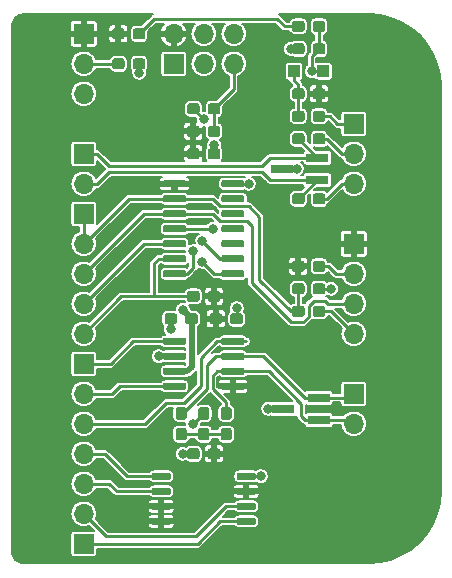
<source format=gbr>
%TF.GenerationSoftware,KiCad,Pcbnew,(5.1.2-1)-1*%
%TF.CreationDate,2019-06-29T03:26:25-07:00*%
%TF.ProjectId,ButtonInterfaceBoard 0-2,42757474-6f6e-4496-9e74-657266616365,rev?*%
%TF.SameCoordinates,Original*%
%TF.FileFunction,Copper,L1,Top*%
%TF.FilePolarity,Positive*%
%FSLAX46Y46*%
G04 Gerber Fmt 4.6, Leading zero omitted, Abs format (unit mm)*
G04 Created by KiCad (PCBNEW (5.1.2-1)-1) date 2019-06-29 03:26:25*
%MOMM*%
%LPD*%
G04 APERTURE LIST*
%ADD10C,0.100000*%
%ADD11C,0.950000*%
%ADD12C,0.600000*%
%ADD13R,1.700000X1.700000*%
%ADD14O,1.700000X1.700000*%
%ADD15R,1.900000X0.800000*%
%ADD16R,1.000000X1.000000*%
%ADD17C,0.800000*%
%ADD18C,0.254000*%
%ADD19C,0.508000*%
%ADD20C,0.250000*%
%ADD21C,0.152400*%
G04 APERTURE END LIST*
D10*
G36*
X115005779Y-54771144D02*
G01*
X115028834Y-54774563D01*
X115051443Y-54780227D01*
X115073387Y-54788079D01*
X115094457Y-54798044D01*
X115114448Y-54810026D01*
X115133168Y-54823910D01*
X115150438Y-54839562D01*
X115166090Y-54856832D01*
X115179974Y-54875552D01*
X115191956Y-54895543D01*
X115201921Y-54916613D01*
X115209773Y-54938557D01*
X115215437Y-54961166D01*
X115218856Y-54984221D01*
X115220000Y-55007500D01*
X115220000Y-55482500D01*
X115218856Y-55505779D01*
X115215437Y-55528834D01*
X115209773Y-55551443D01*
X115201921Y-55573387D01*
X115191956Y-55594457D01*
X115179974Y-55614448D01*
X115166090Y-55633168D01*
X115150438Y-55650438D01*
X115133168Y-55666090D01*
X115114448Y-55679974D01*
X115094457Y-55691956D01*
X115073387Y-55701921D01*
X115051443Y-55709773D01*
X115028834Y-55715437D01*
X115005779Y-55718856D01*
X114982500Y-55720000D01*
X114407500Y-55720000D01*
X114384221Y-55718856D01*
X114361166Y-55715437D01*
X114338557Y-55709773D01*
X114316613Y-55701921D01*
X114295543Y-55691956D01*
X114275552Y-55679974D01*
X114256832Y-55666090D01*
X114239562Y-55650438D01*
X114223910Y-55633168D01*
X114210026Y-55614448D01*
X114198044Y-55594457D01*
X114188079Y-55573387D01*
X114180227Y-55551443D01*
X114174563Y-55528834D01*
X114171144Y-55505779D01*
X114170000Y-55482500D01*
X114170000Y-55007500D01*
X114171144Y-54984221D01*
X114174563Y-54961166D01*
X114180227Y-54938557D01*
X114188079Y-54916613D01*
X114198044Y-54895543D01*
X114210026Y-54875552D01*
X114223910Y-54856832D01*
X114239562Y-54839562D01*
X114256832Y-54823910D01*
X114275552Y-54810026D01*
X114295543Y-54798044D01*
X114316613Y-54788079D01*
X114338557Y-54780227D01*
X114361166Y-54774563D01*
X114384221Y-54771144D01*
X114407500Y-54770000D01*
X114982500Y-54770000D01*
X115005779Y-54771144D01*
X115005779Y-54771144D01*
G37*
D11*
X114695000Y-55245000D03*
D10*
G36*
X116755779Y-54771144D02*
G01*
X116778834Y-54774563D01*
X116801443Y-54780227D01*
X116823387Y-54788079D01*
X116844457Y-54798044D01*
X116864448Y-54810026D01*
X116883168Y-54823910D01*
X116900438Y-54839562D01*
X116916090Y-54856832D01*
X116929974Y-54875552D01*
X116941956Y-54895543D01*
X116951921Y-54916613D01*
X116959773Y-54938557D01*
X116965437Y-54961166D01*
X116968856Y-54984221D01*
X116970000Y-55007500D01*
X116970000Y-55482500D01*
X116968856Y-55505779D01*
X116965437Y-55528834D01*
X116959773Y-55551443D01*
X116951921Y-55573387D01*
X116941956Y-55594457D01*
X116929974Y-55614448D01*
X116916090Y-55633168D01*
X116900438Y-55650438D01*
X116883168Y-55666090D01*
X116864448Y-55679974D01*
X116844457Y-55691956D01*
X116823387Y-55701921D01*
X116801443Y-55709773D01*
X116778834Y-55715437D01*
X116755779Y-55718856D01*
X116732500Y-55720000D01*
X116157500Y-55720000D01*
X116134221Y-55718856D01*
X116111166Y-55715437D01*
X116088557Y-55709773D01*
X116066613Y-55701921D01*
X116045543Y-55691956D01*
X116025552Y-55679974D01*
X116006832Y-55666090D01*
X115989562Y-55650438D01*
X115973910Y-55633168D01*
X115960026Y-55614448D01*
X115948044Y-55594457D01*
X115938079Y-55573387D01*
X115930227Y-55551443D01*
X115924563Y-55528834D01*
X115921144Y-55505779D01*
X115920000Y-55482500D01*
X115920000Y-55007500D01*
X115921144Y-54984221D01*
X115924563Y-54961166D01*
X115930227Y-54938557D01*
X115938079Y-54916613D01*
X115948044Y-54895543D01*
X115960026Y-54875552D01*
X115973910Y-54856832D01*
X115989562Y-54839562D01*
X116006832Y-54823910D01*
X116025552Y-54810026D01*
X116045543Y-54798044D01*
X116066613Y-54788079D01*
X116088557Y-54780227D01*
X116111166Y-54774563D01*
X116134221Y-54771144D01*
X116157500Y-54770000D01*
X116732500Y-54770000D01*
X116755779Y-54771144D01*
X116755779Y-54771144D01*
G37*
D11*
X116445000Y-55245000D03*
D10*
G36*
X115005779Y-56676144D02*
G01*
X115028834Y-56679563D01*
X115051443Y-56685227D01*
X115073387Y-56693079D01*
X115094457Y-56703044D01*
X115114448Y-56715026D01*
X115133168Y-56728910D01*
X115150438Y-56744562D01*
X115166090Y-56761832D01*
X115179974Y-56780552D01*
X115191956Y-56800543D01*
X115201921Y-56821613D01*
X115209773Y-56843557D01*
X115215437Y-56866166D01*
X115218856Y-56889221D01*
X115220000Y-56912500D01*
X115220000Y-57387500D01*
X115218856Y-57410779D01*
X115215437Y-57433834D01*
X115209773Y-57456443D01*
X115201921Y-57478387D01*
X115191956Y-57499457D01*
X115179974Y-57519448D01*
X115166090Y-57538168D01*
X115150438Y-57555438D01*
X115133168Y-57571090D01*
X115114448Y-57584974D01*
X115094457Y-57596956D01*
X115073387Y-57606921D01*
X115051443Y-57614773D01*
X115028834Y-57620437D01*
X115005779Y-57623856D01*
X114982500Y-57625000D01*
X114407500Y-57625000D01*
X114384221Y-57623856D01*
X114361166Y-57620437D01*
X114338557Y-57614773D01*
X114316613Y-57606921D01*
X114295543Y-57596956D01*
X114275552Y-57584974D01*
X114256832Y-57571090D01*
X114239562Y-57555438D01*
X114223910Y-57538168D01*
X114210026Y-57519448D01*
X114198044Y-57499457D01*
X114188079Y-57478387D01*
X114180227Y-57456443D01*
X114174563Y-57433834D01*
X114171144Y-57410779D01*
X114170000Y-57387500D01*
X114170000Y-56912500D01*
X114171144Y-56889221D01*
X114174563Y-56866166D01*
X114180227Y-56843557D01*
X114188079Y-56821613D01*
X114198044Y-56800543D01*
X114210026Y-56780552D01*
X114223910Y-56761832D01*
X114239562Y-56744562D01*
X114256832Y-56728910D01*
X114275552Y-56715026D01*
X114295543Y-56703044D01*
X114316613Y-56693079D01*
X114338557Y-56685227D01*
X114361166Y-56679563D01*
X114384221Y-56676144D01*
X114407500Y-56675000D01*
X114982500Y-56675000D01*
X115005779Y-56676144D01*
X115005779Y-56676144D01*
G37*
D11*
X114695000Y-57150000D03*
D10*
G36*
X116755779Y-56676144D02*
G01*
X116778834Y-56679563D01*
X116801443Y-56685227D01*
X116823387Y-56693079D01*
X116844457Y-56703044D01*
X116864448Y-56715026D01*
X116883168Y-56728910D01*
X116900438Y-56744562D01*
X116916090Y-56761832D01*
X116929974Y-56780552D01*
X116941956Y-56800543D01*
X116951921Y-56821613D01*
X116959773Y-56843557D01*
X116965437Y-56866166D01*
X116968856Y-56889221D01*
X116970000Y-56912500D01*
X116970000Y-57387500D01*
X116968856Y-57410779D01*
X116965437Y-57433834D01*
X116959773Y-57456443D01*
X116951921Y-57478387D01*
X116941956Y-57499457D01*
X116929974Y-57519448D01*
X116916090Y-57538168D01*
X116900438Y-57555438D01*
X116883168Y-57571090D01*
X116864448Y-57584974D01*
X116844457Y-57596956D01*
X116823387Y-57606921D01*
X116801443Y-57614773D01*
X116778834Y-57620437D01*
X116755779Y-57623856D01*
X116732500Y-57625000D01*
X116157500Y-57625000D01*
X116134221Y-57623856D01*
X116111166Y-57620437D01*
X116088557Y-57614773D01*
X116066613Y-57606921D01*
X116045543Y-57596956D01*
X116025552Y-57584974D01*
X116006832Y-57571090D01*
X115989562Y-57555438D01*
X115973910Y-57538168D01*
X115960026Y-57519448D01*
X115948044Y-57499457D01*
X115938079Y-57478387D01*
X115930227Y-57456443D01*
X115924563Y-57433834D01*
X115921144Y-57410779D01*
X115920000Y-57387500D01*
X115920000Y-56912500D01*
X115921144Y-56889221D01*
X115924563Y-56866166D01*
X115930227Y-56843557D01*
X115938079Y-56821613D01*
X115948044Y-56800543D01*
X115960026Y-56780552D01*
X115973910Y-56761832D01*
X115989562Y-56744562D01*
X116006832Y-56728910D01*
X116025552Y-56715026D01*
X116045543Y-56703044D01*
X116066613Y-56693079D01*
X116088557Y-56685227D01*
X116111166Y-56679563D01*
X116134221Y-56676144D01*
X116157500Y-56675000D01*
X116732500Y-56675000D01*
X116755779Y-56676144D01*
X116755779Y-56676144D01*
G37*
D11*
X116445000Y-57150000D03*
D10*
G36*
X99765779Y-55406144D02*
G01*
X99788834Y-55409563D01*
X99811443Y-55415227D01*
X99833387Y-55423079D01*
X99854457Y-55433044D01*
X99874448Y-55445026D01*
X99893168Y-55458910D01*
X99910438Y-55474562D01*
X99926090Y-55491832D01*
X99939974Y-55510552D01*
X99951956Y-55530543D01*
X99961921Y-55551613D01*
X99969773Y-55573557D01*
X99975437Y-55596166D01*
X99978856Y-55619221D01*
X99980000Y-55642500D01*
X99980000Y-56117500D01*
X99978856Y-56140779D01*
X99975437Y-56163834D01*
X99969773Y-56186443D01*
X99961921Y-56208387D01*
X99951956Y-56229457D01*
X99939974Y-56249448D01*
X99926090Y-56268168D01*
X99910438Y-56285438D01*
X99893168Y-56301090D01*
X99874448Y-56314974D01*
X99854457Y-56326956D01*
X99833387Y-56336921D01*
X99811443Y-56344773D01*
X99788834Y-56350437D01*
X99765779Y-56353856D01*
X99742500Y-56355000D01*
X99167500Y-56355000D01*
X99144221Y-56353856D01*
X99121166Y-56350437D01*
X99098557Y-56344773D01*
X99076613Y-56336921D01*
X99055543Y-56326956D01*
X99035552Y-56314974D01*
X99016832Y-56301090D01*
X98999562Y-56285438D01*
X98983910Y-56268168D01*
X98970026Y-56249448D01*
X98958044Y-56229457D01*
X98948079Y-56208387D01*
X98940227Y-56186443D01*
X98934563Y-56163834D01*
X98931144Y-56140779D01*
X98930000Y-56117500D01*
X98930000Y-55642500D01*
X98931144Y-55619221D01*
X98934563Y-55596166D01*
X98940227Y-55573557D01*
X98948079Y-55551613D01*
X98958044Y-55530543D01*
X98970026Y-55510552D01*
X98983910Y-55491832D01*
X98999562Y-55474562D01*
X99016832Y-55458910D01*
X99035552Y-55445026D01*
X99055543Y-55433044D01*
X99076613Y-55423079D01*
X99098557Y-55415227D01*
X99121166Y-55409563D01*
X99144221Y-55406144D01*
X99167500Y-55405000D01*
X99742500Y-55405000D01*
X99765779Y-55406144D01*
X99765779Y-55406144D01*
G37*
D11*
X99455000Y-55880000D03*
D10*
G36*
X101515779Y-55406144D02*
G01*
X101538834Y-55409563D01*
X101561443Y-55415227D01*
X101583387Y-55423079D01*
X101604457Y-55433044D01*
X101624448Y-55445026D01*
X101643168Y-55458910D01*
X101660438Y-55474562D01*
X101676090Y-55491832D01*
X101689974Y-55510552D01*
X101701956Y-55530543D01*
X101711921Y-55551613D01*
X101719773Y-55573557D01*
X101725437Y-55596166D01*
X101728856Y-55619221D01*
X101730000Y-55642500D01*
X101730000Y-56117500D01*
X101728856Y-56140779D01*
X101725437Y-56163834D01*
X101719773Y-56186443D01*
X101711921Y-56208387D01*
X101701956Y-56229457D01*
X101689974Y-56249448D01*
X101676090Y-56268168D01*
X101660438Y-56285438D01*
X101643168Y-56301090D01*
X101624448Y-56314974D01*
X101604457Y-56326956D01*
X101583387Y-56336921D01*
X101561443Y-56344773D01*
X101538834Y-56350437D01*
X101515779Y-56353856D01*
X101492500Y-56355000D01*
X100917500Y-56355000D01*
X100894221Y-56353856D01*
X100871166Y-56350437D01*
X100848557Y-56344773D01*
X100826613Y-56336921D01*
X100805543Y-56326956D01*
X100785552Y-56314974D01*
X100766832Y-56301090D01*
X100749562Y-56285438D01*
X100733910Y-56268168D01*
X100720026Y-56249448D01*
X100708044Y-56229457D01*
X100698079Y-56208387D01*
X100690227Y-56186443D01*
X100684563Y-56163834D01*
X100681144Y-56140779D01*
X100680000Y-56117500D01*
X100680000Y-55642500D01*
X100681144Y-55619221D01*
X100684563Y-55596166D01*
X100690227Y-55573557D01*
X100698079Y-55551613D01*
X100708044Y-55530543D01*
X100720026Y-55510552D01*
X100733910Y-55491832D01*
X100749562Y-55474562D01*
X100766832Y-55458910D01*
X100785552Y-55445026D01*
X100805543Y-55433044D01*
X100826613Y-55423079D01*
X100848557Y-55415227D01*
X100871166Y-55409563D01*
X100894221Y-55406144D01*
X100917500Y-55405000D01*
X101492500Y-55405000D01*
X101515779Y-55406144D01*
X101515779Y-55406144D01*
G37*
D11*
X101205000Y-55880000D03*
D10*
G36*
X99765779Y-57946144D02*
G01*
X99788834Y-57949563D01*
X99811443Y-57955227D01*
X99833387Y-57963079D01*
X99854457Y-57973044D01*
X99874448Y-57985026D01*
X99893168Y-57998910D01*
X99910438Y-58014562D01*
X99926090Y-58031832D01*
X99939974Y-58050552D01*
X99951956Y-58070543D01*
X99961921Y-58091613D01*
X99969773Y-58113557D01*
X99975437Y-58136166D01*
X99978856Y-58159221D01*
X99980000Y-58182500D01*
X99980000Y-58657500D01*
X99978856Y-58680779D01*
X99975437Y-58703834D01*
X99969773Y-58726443D01*
X99961921Y-58748387D01*
X99951956Y-58769457D01*
X99939974Y-58789448D01*
X99926090Y-58808168D01*
X99910438Y-58825438D01*
X99893168Y-58841090D01*
X99874448Y-58854974D01*
X99854457Y-58866956D01*
X99833387Y-58876921D01*
X99811443Y-58884773D01*
X99788834Y-58890437D01*
X99765779Y-58893856D01*
X99742500Y-58895000D01*
X99167500Y-58895000D01*
X99144221Y-58893856D01*
X99121166Y-58890437D01*
X99098557Y-58884773D01*
X99076613Y-58876921D01*
X99055543Y-58866956D01*
X99035552Y-58854974D01*
X99016832Y-58841090D01*
X98999562Y-58825438D01*
X98983910Y-58808168D01*
X98970026Y-58789448D01*
X98958044Y-58769457D01*
X98948079Y-58748387D01*
X98940227Y-58726443D01*
X98934563Y-58703834D01*
X98931144Y-58680779D01*
X98930000Y-58657500D01*
X98930000Y-58182500D01*
X98931144Y-58159221D01*
X98934563Y-58136166D01*
X98940227Y-58113557D01*
X98948079Y-58091613D01*
X98958044Y-58070543D01*
X98970026Y-58050552D01*
X98983910Y-58031832D01*
X98999562Y-58014562D01*
X99016832Y-57998910D01*
X99035552Y-57985026D01*
X99055543Y-57973044D01*
X99076613Y-57963079D01*
X99098557Y-57955227D01*
X99121166Y-57949563D01*
X99144221Y-57946144D01*
X99167500Y-57945000D01*
X99742500Y-57945000D01*
X99765779Y-57946144D01*
X99765779Y-57946144D01*
G37*
D11*
X99455000Y-58420000D03*
D10*
G36*
X101515779Y-57946144D02*
G01*
X101538834Y-57949563D01*
X101561443Y-57955227D01*
X101583387Y-57963079D01*
X101604457Y-57973044D01*
X101624448Y-57985026D01*
X101643168Y-57998910D01*
X101660438Y-58014562D01*
X101676090Y-58031832D01*
X101689974Y-58050552D01*
X101701956Y-58070543D01*
X101711921Y-58091613D01*
X101719773Y-58113557D01*
X101725437Y-58136166D01*
X101728856Y-58159221D01*
X101730000Y-58182500D01*
X101730000Y-58657500D01*
X101728856Y-58680779D01*
X101725437Y-58703834D01*
X101719773Y-58726443D01*
X101711921Y-58748387D01*
X101701956Y-58769457D01*
X101689974Y-58789448D01*
X101676090Y-58808168D01*
X101660438Y-58825438D01*
X101643168Y-58841090D01*
X101624448Y-58854974D01*
X101604457Y-58866956D01*
X101583387Y-58876921D01*
X101561443Y-58884773D01*
X101538834Y-58890437D01*
X101515779Y-58893856D01*
X101492500Y-58895000D01*
X100917500Y-58895000D01*
X100894221Y-58893856D01*
X100871166Y-58890437D01*
X100848557Y-58884773D01*
X100826613Y-58876921D01*
X100805543Y-58866956D01*
X100785552Y-58854974D01*
X100766832Y-58841090D01*
X100749562Y-58825438D01*
X100733910Y-58808168D01*
X100720026Y-58789448D01*
X100708044Y-58769457D01*
X100698079Y-58748387D01*
X100690227Y-58726443D01*
X100684563Y-58703834D01*
X100681144Y-58680779D01*
X100680000Y-58657500D01*
X100680000Y-58182500D01*
X100681144Y-58159221D01*
X100684563Y-58136166D01*
X100690227Y-58113557D01*
X100698079Y-58091613D01*
X100708044Y-58070543D01*
X100720026Y-58050552D01*
X100733910Y-58031832D01*
X100749562Y-58014562D01*
X100766832Y-57998910D01*
X100785552Y-57985026D01*
X100805543Y-57973044D01*
X100826613Y-57963079D01*
X100848557Y-57955227D01*
X100871166Y-57949563D01*
X100894221Y-57946144D01*
X100917500Y-57945000D01*
X101492500Y-57945000D01*
X101515779Y-57946144D01*
X101515779Y-57946144D01*
G37*
D11*
X101205000Y-58420000D03*
D10*
G36*
X105044703Y-81615722D02*
G01*
X105059264Y-81617882D01*
X105073543Y-81621459D01*
X105087403Y-81626418D01*
X105100710Y-81632712D01*
X105113336Y-81640280D01*
X105125159Y-81649048D01*
X105136066Y-81658934D01*
X105145952Y-81669841D01*
X105154720Y-81681664D01*
X105162288Y-81694290D01*
X105168582Y-81707597D01*
X105173541Y-81721457D01*
X105177118Y-81735736D01*
X105179278Y-81750297D01*
X105180000Y-81765000D01*
X105180000Y-82065000D01*
X105179278Y-82079703D01*
X105177118Y-82094264D01*
X105173541Y-82108543D01*
X105168582Y-82122403D01*
X105162288Y-82135710D01*
X105154720Y-82148336D01*
X105145952Y-82160159D01*
X105136066Y-82171066D01*
X105125159Y-82180952D01*
X105113336Y-82189720D01*
X105100710Y-82197288D01*
X105087403Y-82203582D01*
X105073543Y-82208541D01*
X105059264Y-82212118D01*
X105044703Y-82214278D01*
X105030000Y-82215000D01*
X103380000Y-82215000D01*
X103365297Y-82214278D01*
X103350736Y-82212118D01*
X103336457Y-82208541D01*
X103322597Y-82203582D01*
X103309290Y-82197288D01*
X103296664Y-82189720D01*
X103284841Y-82180952D01*
X103273934Y-82171066D01*
X103264048Y-82160159D01*
X103255280Y-82148336D01*
X103247712Y-82135710D01*
X103241418Y-82122403D01*
X103236459Y-82108543D01*
X103232882Y-82094264D01*
X103230722Y-82079703D01*
X103230000Y-82065000D01*
X103230000Y-81765000D01*
X103230722Y-81750297D01*
X103232882Y-81735736D01*
X103236459Y-81721457D01*
X103241418Y-81707597D01*
X103247712Y-81694290D01*
X103255280Y-81681664D01*
X103264048Y-81669841D01*
X103273934Y-81658934D01*
X103284841Y-81649048D01*
X103296664Y-81640280D01*
X103309290Y-81632712D01*
X103322597Y-81626418D01*
X103336457Y-81621459D01*
X103350736Y-81617882D01*
X103365297Y-81615722D01*
X103380000Y-81615000D01*
X105030000Y-81615000D01*
X105044703Y-81615722D01*
X105044703Y-81615722D01*
G37*
D12*
X104205000Y-81915000D03*
D10*
G36*
X105044703Y-82885722D02*
G01*
X105059264Y-82887882D01*
X105073543Y-82891459D01*
X105087403Y-82896418D01*
X105100710Y-82902712D01*
X105113336Y-82910280D01*
X105125159Y-82919048D01*
X105136066Y-82928934D01*
X105145952Y-82939841D01*
X105154720Y-82951664D01*
X105162288Y-82964290D01*
X105168582Y-82977597D01*
X105173541Y-82991457D01*
X105177118Y-83005736D01*
X105179278Y-83020297D01*
X105180000Y-83035000D01*
X105180000Y-83335000D01*
X105179278Y-83349703D01*
X105177118Y-83364264D01*
X105173541Y-83378543D01*
X105168582Y-83392403D01*
X105162288Y-83405710D01*
X105154720Y-83418336D01*
X105145952Y-83430159D01*
X105136066Y-83441066D01*
X105125159Y-83450952D01*
X105113336Y-83459720D01*
X105100710Y-83467288D01*
X105087403Y-83473582D01*
X105073543Y-83478541D01*
X105059264Y-83482118D01*
X105044703Y-83484278D01*
X105030000Y-83485000D01*
X103380000Y-83485000D01*
X103365297Y-83484278D01*
X103350736Y-83482118D01*
X103336457Y-83478541D01*
X103322597Y-83473582D01*
X103309290Y-83467288D01*
X103296664Y-83459720D01*
X103284841Y-83450952D01*
X103273934Y-83441066D01*
X103264048Y-83430159D01*
X103255280Y-83418336D01*
X103247712Y-83405710D01*
X103241418Y-83392403D01*
X103236459Y-83378543D01*
X103232882Y-83364264D01*
X103230722Y-83349703D01*
X103230000Y-83335000D01*
X103230000Y-83035000D01*
X103230722Y-83020297D01*
X103232882Y-83005736D01*
X103236459Y-82991457D01*
X103241418Y-82977597D01*
X103247712Y-82964290D01*
X103255280Y-82951664D01*
X103264048Y-82939841D01*
X103273934Y-82928934D01*
X103284841Y-82919048D01*
X103296664Y-82910280D01*
X103309290Y-82902712D01*
X103322597Y-82896418D01*
X103336457Y-82891459D01*
X103350736Y-82887882D01*
X103365297Y-82885722D01*
X103380000Y-82885000D01*
X105030000Y-82885000D01*
X105044703Y-82885722D01*
X105044703Y-82885722D01*
G37*
D12*
X104205000Y-83185000D03*
D10*
G36*
X105044703Y-84155722D02*
G01*
X105059264Y-84157882D01*
X105073543Y-84161459D01*
X105087403Y-84166418D01*
X105100710Y-84172712D01*
X105113336Y-84180280D01*
X105125159Y-84189048D01*
X105136066Y-84198934D01*
X105145952Y-84209841D01*
X105154720Y-84221664D01*
X105162288Y-84234290D01*
X105168582Y-84247597D01*
X105173541Y-84261457D01*
X105177118Y-84275736D01*
X105179278Y-84290297D01*
X105180000Y-84305000D01*
X105180000Y-84605000D01*
X105179278Y-84619703D01*
X105177118Y-84634264D01*
X105173541Y-84648543D01*
X105168582Y-84662403D01*
X105162288Y-84675710D01*
X105154720Y-84688336D01*
X105145952Y-84700159D01*
X105136066Y-84711066D01*
X105125159Y-84720952D01*
X105113336Y-84729720D01*
X105100710Y-84737288D01*
X105087403Y-84743582D01*
X105073543Y-84748541D01*
X105059264Y-84752118D01*
X105044703Y-84754278D01*
X105030000Y-84755000D01*
X103380000Y-84755000D01*
X103365297Y-84754278D01*
X103350736Y-84752118D01*
X103336457Y-84748541D01*
X103322597Y-84743582D01*
X103309290Y-84737288D01*
X103296664Y-84729720D01*
X103284841Y-84720952D01*
X103273934Y-84711066D01*
X103264048Y-84700159D01*
X103255280Y-84688336D01*
X103247712Y-84675710D01*
X103241418Y-84662403D01*
X103236459Y-84648543D01*
X103232882Y-84634264D01*
X103230722Y-84619703D01*
X103230000Y-84605000D01*
X103230000Y-84305000D01*
X103230722Y-84290297D01*
X103232882Y-84275736D01*
X103236459Y-84261457D01*
X103241418Y-84247597D01*
X103247712Y-84234290D01*
X103255280Y-84221664D01*
X103264048Y-84209841D01*
X103273934Y-84198934D01*
X103284841Y-84189048D01*
X103296664Y-84180280D01*
X103309290Y-84172712D01*
X103322597Y-84166418D01*
X103336457Y-84161459D01*
X103350736Y-84157882D01*
X103365297Y-84155722D01*
X103380000Y-84155000D01*
X105030000Y-84155000D01*
X105044703Y-84155722D01*
X105044703Y-84155722D01*
G37*
D12*
X104205000Y-84455000D03*
D10*
G36*
X105044703Y-85425722D02*
G01*
X105059264Y-85427882D01*
X105073543Y-85431459D01*
X105087403Y-85436418D01*
X105100710Y-85442712D01*
X105113336Y-85450280D01*
X105125159Y-85459048D01*
X105136066Y-85468934D01*
X105145952Y-85479841D01*
X105154720Y-85491664D01*
X105162288Y-85504290D01*
X105168582Y-85517597D01*
X105173541Y-85531457D01*
X105177118Y-85545736D01*
X105179278Y-85560297D01*
X105180000Y-85575000D01*
X105180000Y-85875000D01*
X105179278Y-85889703D01*
X105177118Y-85904264D01*
X105173541Y-85918543D01*
X105168582Y-85932403D01*
X105162288Y-85945710D01*
X105154720Y-85958336D01*
X105145952Y-85970159D01*
X105136066Y-85981066D01*
X105125159Y-85990952D01*
X105113336Y-85999720D01*
X105100710Y-86007288D01*
X105087403Y-86013582D01*
X105073543Y-86018541D01*
X105059264Y-86022118D01*
X105044703Y-86024278D01*
X105030000Y-86025000D01*
X103380000Y-86025000D01*
X103365297Y-86024278D01*
X103350736Y-86022118D01*
X103336457Y-86018541D01*
X103322597Y-86013582D01*
X103309290Y-86007288D01*
X103296664Y-85999720D01*
X103284841Y-85990952D01*
X103273934Y-85981066D01*
X103264048Y-85970159D01*
X103255280Y-85958336D01*
X103247712Y-85945710D01*
X103241418Y-85932403D01*
X103236459Y-85918543D01*
X103232882Y-85904264D01*
X103230722Y-85889703D01*
X103230000Y-85875000D01*
X103230000Y-85575000D01*
X103230722Y-85560297D01*
X103232882Y-85545736D01*
X103236459Y-85531457D01*
X103241418Y-85517597D01*
X103247712Y-85504290D01*
X103255280Y-85491664D01*
X103264048Y-85479841D01*
X103273934Y-85468934D01*
X103284841Y-85459048D01*
X103296664Y-85450280D01*
X103309290Y-85442712D01*
X103322597Y-85436418D01*
X103336457Y-85431459D01*
X103350736Y-85427882D01*
X103365297Y-85425722D01*
X103380000Y-85425000D01*
X105030000Y-85425000D01*
X105044703Y-85425722D01*
X105044703Y-85425722D01*
G37*
D12*
X104205000Y-85725000D03*
D10*
G36*
X109994703Y-85425722D02*
G01*
X110009264Y-85427882D01*
X110023543Y-85431459D01*
X110037403Y-85436418D01*
X110050710Y-85442712D01*
X110063336Y-85450280D01*
X110075159Y-85459048D01*
X110086066Y-85468934D01*
X110095952Y-85479841D01*
X110104720Y-85491664D01*
X110112288Y-85504290D01*
X110118582Y-85517597D01*
X110123541Y-85531457D01*
X110127118Y-85545736D01*
X110129278Y-85560297D01*
X110130000Y-85575000D01*
X110130000Y-85875000D01*
X110129278Y-85889703D01*
X110127118Y-85904264D01*
X110123541Y-85918543D01*
X110118582Y-85932403D01*
X110112288Y-85945710D01*
X110104720Y-85958336D01*
X110095952Y-85970159D01*
X110086066Y-85981066D01*
X110075159Y-85990952D01*
X110063336Y-85999720D01*
X110050710Y-86007288D01*
X110037403Y-86013582D01*
X110023543Y-86018541D01*
X110009264Y-86022118D01*
X109994703Y-86024278D01*
X109980000Y-86025000D01*
X108330000Y-86025000D01*
X108315297Y-86024278D01*
X108300736Y-86022118D01*
X108286457Y-86018541D01*
X108272597Y-86013582D01*
X108259290Y-86007288D01*
X108246664Y-85999720D01*
X108234841Y-85990952D01*
X108223934Y-85981066D01*
X108214048Y-85970159D01*
X108205280Y-85958336D01*
X108197712Y-85945710D01*
X108191418Y-85932403D01*
X108186459Y-85918543D01*
X108182882Y-85904264D01*
X108180722Y-85889703D01*
X108180000Y-85875000D01*
X108180000Y-85575000D01*
X108180722Y-85560297D01*
X108182882Y-85545736D01*
X108186459Y-85531457D01*
X108191418Y-85517597D01*
X108197712Y-85504290D01*
X108205280Y-85491664D01*
X108214048Y-85479841D01*
X108223934Y-85468934D01*
X108234841Y-85459048D01*
X108246664Y-85450280D01*
X108259290Y-85442712D01*
X108272597Y-85436418D01*
X108286457Y-85431459D01*
X108300736Y-85427882D01*
X108315297Y-85425722D01*
X108330000Y-85425000D01*
X109980000Y-85425000D01*
X109994703Y-85425722D01*
X109994703Y-85425722D01*
G37*
D12*
X109155000Y-85725000D03*
D10*
G36*
X109994703Y-84155722D02*
G01*
X110009264Y-84157882D01*
X110023543Y-84161459D01*
X110037403Y-84166418D01*
X110050710Y-84172712D01*
X110063336Y-84180280D01*
X110075159Y-84189048D01*
X110086066Y-84198934D01*
X110095952Y-84209841D01*
X110104720Y-84221664D01*
X110112288Y-84234290D01*
X110118582Y-84247597D01*
X110123541Y-84261457D01*
X110127118Y-84275736D01*
X110129278Y-84290297D01*
X110130000Y-84305000D01*
X110130000Y-84605000D01*
X110129278Y-84619703D01*
X110127118Y-84634264D01*
X110123541Y-84648543D01*
X110118582Y-84662403D01*
X110112288Y-84675710D01*
X110104720Y-84688336D01*
X110095952Y-84700159D01*
X110086066Y-84711066D01*
X110075159Y-84720952D01*
X110063336Y-84729720D01*
X110050710Y-84737288D01*
X110037403Y-84743582D01*
X110023543Y-84748541D01*
X110009264Y-84752118D01*
X109994703Y-84754278D01*
X109980000Y-84755000D01*
X108330000Y-84755000D01*
X108315297Y-84754278D01*
X108300736Y-84752118D01*
X108286457Y-84748541D01*
X108272597Y-84743582D01*
X108259290Y-84737288D01*
X108246664Y-84729720D01*
X108234841Y-84720952D01*
X108223934Y-84711066D01*
X108214048Y-84700159D01*
X108205280Y-84688336D01*
X108197712Y-84675710D01*
X108191418Y-84662403D01*
X108186459Y-84648543D01*
X108182882Y-84634264D01*
X108180722Y-84619703D01*
X108180000Y-84605000D01*
X108180000Y-84305000D01*
X108180722Y-84290297D01*
X108182882Y-84275736D01*
X108186459Y-84261457D01*
X108191418Y-84247597D01*
X108197712Y-84234290D01*
X108205280Y-84221664D01*
X108214048Y-84209841D01*
X108223934Y-84198934D01*
X108234841Y-84189048D01*
X108246664Y-84180280D01*
X108259290Y-84172712D01*
X108272597Y-84166418D01*
X108286457Y-84161459D01*
X108300736Y-84157882D01*
X108315297Y-84155722D01*
X108330000Y-84155000D01*
X109980000Y-84155000D01*
X109994703Y-84155722D01*
X109994703Y-84155722D01*
G37*
D12*
X109155000Y-84455000D03*
D10*
G36*
X109994703Y-82885722D02*
G01*
X110009264Y-82887882D01*
X110023543Y-82891459D01*
X110037403Y-82896418D01*
X110050710Y-82902712D01*
X110063336Y-82910280D01*
X110075159Y-82919048D01*
X110086066Y-82928934D01*
X110095952Y-82939841D01*
X110104720Y-82951664D01*
X110112288Y-82964290D01*
X110118582Y-82977597D01*
X110123541Y-82991457D01*
X110127118Y-83005736D01*
X110129278Y-83020297D01*
X110130000Y-83035000D01*
X110130000Y-83335000D01*
X110129278Y-83349703D01*
X110127118Y-83364264D01*
X110123541Y-83378543D01*
X110118582Y-83392403D01*
X110112288Y-83405710D01*
X110104720Y-83418336D01*
X110095952Y-83430159D01*
X110086066Y-83441066D01*
X110075159Y-83450952D01*
X110063336Y-83459720D01*
X110050710Y-83467288D01*
X110037403Y-83473582D01*
X110023543Y-83478541D01*
X110009264Y-83482118D01*
X109994703Y-83484278D01*
X109980000Y-83485000D01*
X108330000Y-83485000D01*
X108315297Y-83484278D01*
X108300736Y-83482118D01*
X108286457Y-83478541D01*
X108272597Y-83473582D01*
X108259290Y-83467288D01*
X108246664Y-83459720D01*
X108234841Y-83450952D01*
X108223934Y-83441066D01*
X108214048Y-83430159D01*
X108205280Y-83418336D01*
X108197712Y-83405710D01*
X108191418Y-83392403D01*
X108186459Y-83378543D01*
X108182882Y-83364264D01*
X108180722Y-83349703D01*
X108180000Y-83335000D01*
X108180000Y-83035000D01*
X108180722Y-83020297D01*
X108182882Y-83005736D01*
X108186459Y-82991457D01*
X108191418Y-82977597D01*
X108197712Y-82964290D01*
X108205280Y-82951664D01*
X108214048Y-82939841D01*
X108223934Y-82928934D01*
X108234841Y-82919048D01*
X108246664Y-82910280D01*
X108259290Y-82902712D01*
X108272597Y-82896418D01*
X108286457Y-82891459D01*
X108300736Y-82887882D01*
X108315297Y-82885722D01*
X108330000Y-82885000D01*
X109980000Y-82885000D01*
X109994703Y-82885722D01*
X109994703Y-82885722D01*
G37*
D12*
X109155000Y-83185000D03*
D10*
G36*
X109994703Y-81615722D02*
G01*
X110009264Y-81617882D01*
X110023543Y-81621459D01*
X110037403Y-81626418D01*
X110050710Y-81632712D01*
X110063336Y-81640280D01*
X110075159Y-81649048D01*
X110086066Y-81658934D01*
X110095952Y-81669841D01*
X110104720Y-81681664D01*
X110112288Y-81694290D01*
X110118582Y-81707597D01*
X110123541Y-81721457D01*
X110127118Y-81735736D01*
X110129278Y-81750297D01*
X110130000Y-81765000D01*
X110130000Y-82065000D01*
X110129278Y-82079703D01*
X110127118Y-82094264D01*
X110123541Y-82108543D01*
X110118582Y-82122403D01*
X110112288Y-82135710D01*
X110104720Y-82148336D01*
X110095952Y-82160159D01*
X110086066Y-82171066D01*
X110075159Y-82180952D01*
X110063336Y-82189720D01*
X110050710Y-82197288D01*
X110037403Y-82203582D01*
X110023543Y-82208541D01*
X110009264Y-82212118D01*
X109994703Y-82214278D01*
X109980000Y-82215000D01*
X108330000Y-82215000D01*
X108315297Y-82214278D01*
X108300736Y-82212118D01*
X108286457Y-82208541D01*
X108272597Y-82203582D01*
X108259290Y-82197288D01*
X108246664Y-82189720D01*
X108234841Y-82180952D01*
X108223934Y-82171066D01*
X108214048Y-82160159D01*
X108205280Y-82148336D01*
X108197712Y-82135710D01*
X108191418Y-82122403D01*
X108186459Y-82108543D01*
X108182882Y-82094264D01*
X108180722Y-82079703D01*
X108180000Y-82065000D01*
X108180000Y-81765000D01*
X108180722Y-81750297D01*
X108182882Y-81735736D01*
X108186459Y-81721457D01*
X108191418Y-81707597D01*
X108197712Y-81694290D01*
X108205280Y-81681664D01*
X108214048Y-81669841D01*
X108223934Y-81658934D01*
X108234841Y-81649048D01*
X108246664Y-81640280D01*
X108259290Y-81632712D01*
X108272597Y-81626418D01*
X108286457Y-81621459D01*
X108300736Y-81617882D01*
X108315297Y-81615722D01*
X108330000Y-81615000D01*
X109980000Y-81615000D01*
X109994703Y-81615722D01*
X109994703Y-81615722D01*
G37*
D12*
X109155000Y-81915000D03*
D10*
G36*
X105044703Y-68280722D02*
G01*
X105059264Y-68282882D01*
X105073543Y-68286459D01*
X105087403Y-68291418D01*
X105100710Y-68297712D01*
X105113336Y-68305280D01*
X105125159Y-68314048D01*
X105136066Y-68323934D01*
X105145952Y-68334841D01*
X105154720Y-68346664D01*
X105162288Y-68359290D01*
X105168582Y-68372597D01*
X105173541Y-68386457D01*
X105177118Y-68400736D01*
X105179278Y-68415297D01*
X105180000Y-68430000D01*
X105180000Y-68730000D01*
X105179278Y-68744703D01*
X105177118Y-68759264D01*
X105173541Y-68773543D01*
X105168582Y-68787403D01*
X105162288Y-68800710D01*
X105154720Y-68813336D01*
X105145952Y-68825159D01*
X105136066Y-68836066D01*
X105125159Y-68845952D01*
X105113336Y-68854720D01*
X105100710Y-68862288D01*
X105087403Y-68868582D01*
X105073543Y-68873541D01*
X105059264Y-68877118D01*
X105044703Y-68879278D01*
X105030000Y-68880000D01*
X103380000Y-68880000D01*
X103365297Y-68879278D01*
X103350736Y-68877118D01*
X103336457Y-68873541D01*
X103322597Y-68868582D01*
X103309290Y-68862288D01*
X103296664Y-68854720D01*
X103284841Y-68845952D01*
X103273934Y-68836066D01*
X103264048Y-68825159D01*
X103255280Y-68813336D01*
X103247712Y-68800710D01*
X103241418Y-68787403D01*
X103236459Y-68773543D01*
X103232882Y-68759264D01*
X103230722Y-68744703D01*
X103230000Y-68730000D01*
X103230000Y-68430000D01*
X103230722Y-68415297D01*
X103232882Y-68400736D01*
X103236459Y-68386457D01*
X103241418Y-68372597D01*
X103247712Y-68359290D01*
X103255280Y-68346664D01*
X103264048Y-68334841D01*
X103273934Y-68323934D01*
X103284841Y-68314048D01*
X103296664Y-68305280D01*
X103309290Y-68297712D01*
X103322597Y-68291418D01*
X103336457Y-68286459D01*
X103350736Y-68282882D01*
X103365297Y-68280722D01*
X103380000Y-68280000D01*
X105030000Y-68280000D01*
X105044703Y-68280722D01*
X105044703Y-68280722D01*
G37*
D12*
X104205000Y-68580000D03*
D10*
G36*
X105044703Y-69550722D02*
G01*
X105059264Y-69552882D01*
X105073543Y-69556459D01*
X105087403Y-69561418D01*
X105100710Y-69567712D01*
X105113336Y-69575280D01*
X105125159Y-69584048D01*
X105136066Y-69593934D01*
X105145952Y-69604841D01*
X105154720Y-69616664D01*
X105162288Y-69629290D01*
X105168582Y-69642597D01*
X105173541Y-69656457D01*
X105177118Y-69670736D01*
X105179278Y-69685297D01*
X105180000Y-69700000D01*
X105180000Y-70000000D01*
X105179278Y-70014703D01*
X105177118Y-70029264D01*
X105173541Y-70043543D01*
X105168582Y-70057403D01*
X105162288Y-70070710D01*
X105154720Y-70083336D01*
X105145952Y-70095159D01*
X105136066Y-70106066D01*
X105125159Y-70115952D01*
X105113336Y-70124720D01*
X105100710Y-70132288D01*
X105087403Y-70138582D01*
X105073543Y-70143541D01*
X105059264Y-70147118D01*
X105044703Y-70149278D01*
X105030000Y-70150000D01*
X103380000Y-70150000D01*
X103365297Y-70149278D01*
X103350736Y-70147118D01*
X103336457Y-70143541D01*
X103322597Y-70138582D01*
X103309290Y-70132288D01*
X103296664Y-70124720D01*
X103284841Y-70115952D01*
X103273934Y-70106066D01*
X103264048Y-70095159D01*
X103255280Y-70083336D01*
X103247712Y-70070710D01*
X103241418Y-70057403D01*
X103236459Y-70043543D01*
X103232882Y-70029264D01*
X103230722Y-70014703D01*
X103230000Y-70000000D01*
X103230000Y-69700000D01*
X103230722Y-69685297D01*
X103232882Y-69670736D01*
X103236459Y-69656457D01*
X103241418Y-69642597D01*
X103247712Y-69629290D01*
X103255280Y-69616664D01*
X103264048Y-69604841D01*
X103273934Y-69593934D01*
X103284841Y-69584048D01*
X103296664Y-69575280D01*
X103309290Y-69567712D01*
X103322597Y-69561418D01*
X103336457Y-69556459D01*
X103350736Y-69552882D01*
X103365297Y-69550722D01*
X103380000Y-69550000D01*
X105030000Y-69550000D01*
X105044703Y-69550722D01*
X105044703Y-69550722D01*
G37*
D12*
X104205000Y-69850000D03*
D10*
G36*
X105044703Y-70820722D02*
G01*
X105059264Y-70822882D01*
X105073543Y-70826459D01*
X105087403Y-70831418D01*
X105100710Y-70837712D01*
X105113336Y-70845280D01*
X105125159Y-70854048D01*
X105136066Y-70863934D01*
X105145952Y-70874841D01*
X105154720Y-70886664D01*
X105162288Y-70899290D01*
X105168582Y-70912597D01*
X105173541Y-70926457D01*
X105177118Y-70940736D01*
X105179278Y-70955297D01*
X105180000Y-70970000D01*
X105180000Y-71270000D01*
X105179278Y-71284703D01*
X105177118Y-71299264D01*
X105173541Y-71313543D01*
X105168582Y-71327403D01*
X105162288Y-71340710D01*
X105154720Y-71353336D01*
X105145952Y-71365159D01*
X105136066Y-71376066D01*
X105125159Y-71385952D01*
X105113336Y-71394720D01*
X105100710Y-71402288D01*
X105087403Y-71408582D01*
X105073543Y-71413541D01*
X105059264Y-71417118D01*
X105044703Y-71419278D01*
X105030000Y-71420000D01*
X103380000Y-71420000D01*
X103365297Y-71419278D01*
X103350736Y-71417118D01*
X103336457Y-71413541D01*
X103322597Y-71408582D01*
X103309290Y-71402288D01*
X103296664Y-71394720D01*
X103284841Y-71385952D01*
X103273934Y-71376066D01*
X103264048Y-71365159D01*
X103255280Y-71353336D01*
X103247712Y-71340710D01*
X103241418Y-71327403D01*
X103236459Y-71313543D01*
X103232882Y-71299264D01*
X103230722Y-71284703D01*
X103230000Y-71270000D01*
X103230000Y-70970000D01*
X103230722Y-70955297D01*
X103232882Y-70940736D01*
X103236459Y-70926457D01*
X103241418Y-70912597D01*
X103247712Y-70899290D01*
X103255280Y-70886664D01*
X103264048Y-70874841D01*
X103273934Y-70863934D01*
X103284841Y-70854048D01*
X103296664Y-70845280D01*
X103309290Y-70837712D01*
X103322597Y-70831418D01*
X103336457Y-70826459D01*
X103350736Y-70822882D01*
X103365297Y-70820722D01*
X103380000Y-70820000D01*
X105030000Y-70820000D01*
X105044703Y-70820722D01*
X105044703Y-70820722D01*
G37*
D12*
X104205000Y-71120000D03*
D10*
G36*
X105044703Y-72090722D02*
G01*
X105059264Y-72092882D01*
X105073543Y-72096459D01*
X105087403Y-72101418D01*
X105100710Y-72107712D01*
X105113336Y-72115280D01*
X105125159Y-72124048D01*
X105136066Y-72133934D01*
X105145952Y-72144841D01*
X105154720Y-72156664D01*
X105162288Y-72169290D01*
X105168582Y-72182597D01*
X105173541Y-72196457D01*
X105177118Y-72210736D01*
X105179278Y-72225297D01*
X105180000Y-72240000D01*
X105180000Y-72540000D01*
X105179278Y-72554703D01*
X105177118Y-72569264D01*
X105173541Y-72583543D01*
X105168582Y-72597403D01*
X105162288Y-72610710D01*
X105154720Y-72623336D01*
X105145952Y-72635159D01*
X105136066Y-72646066D01*
X105125159Y-72655952D01*
X105113336Y-72664720D01*
X105100710Y-72672288D01*
X105087403Y-72678582D01*
X105073543Y-72683541D01*
X105059264Y-72687118D01*
X105044703Y-72689278D01*
X105030000Y-72690000D01*
X103380000Y-72690000D01*
X103365297Y-72689278D01*
X103350736Y-72687118D01*
X103336457Y-72683541D01*
X103322597Y-72678582D01*
X103309290Y-72672288D01*
X103296664Y-72664720D01*
X103284841Y-72655952D01*
X103273934Y-72646066D01*
X103264048Y-72635159D01*
X103255280Y-72623336D01*
X103247712Y-72610710D01*
X103241418Y-72597403D01*
X103236459Y-72583543D01*
X103232882Y-72569264D01*
X103230722Y-72554703D01*
X103230000Y-72540000D01*
X103230000Y-72240000D01*
X103230722Y-72225297D01*
X103232882Y-72210736D01*
X103236459Y-72196457D01*
X103241418Y-72182597D01*
X103247712Y-72169290D01*
X103255280Y-72156664D01*
X103264048Y-72144841D01*
X103273934Y-72133934D01*
X103284841Y-72124048D01*
X103296664Y-72115280D01*
X103309290Y-72107712D01*
X103322597Y-72101418D01*
X103336457Y-72096459D01*
X103350736Y-72092882D01*
X103365297Y-72090722D01*
X103380000Y-72090000D01*
X105030000Y-72090000D01*
X105044703Y-72090722D01*
X105044703Y-72090722D01*
G37*
D12*
X104205000Y-72390000D03*
D10*
G36*
X105044703Y-73360722D02*
G01*
X105059264Y-73362882D01*
X105073543Y-73366459D01*
X105087403Y-73371418D01*
X105100710Y-73377712D01*
X105113336Y-73385280D01*
X105125159Y-73394048D01*
X105136066Y-73403934D01*
X105145952Y-73414841D01*
X105154720Y-73426664D01*
X105162288Y-73439290D01*
X105168582Y-73452597D01*
X105173541Y-73466457D01*
X105177118Y-73480736D01*
X105179278Y-73495297D01*
X105180000Y-73510000D01*
X105180000Y-73810000D01*
X105179278Y-73824703D01*
X105177118Y-73839264D01*
X105173541Y-73853543D01*
X105168582Y-73867403D01*
X105162288Y-73880710D01*
X105154720Y-73893336D01*
X105145952Y-73905159D01*
X105136066Y-73916066D01*
X105125159Y-73925952D01*
X105113336Y-73934720D01*
X105100710Y-73942288D01*
X105087403Y-73948582D01*
X105073543Y-73953541D01*
X105059264Y-73957118D01*
X105044703Y-73959278D01*
X105030000Y-73960000D01*
X103380000Y-73960000D01*
X103365297Y-73959278D01*
X103350736Y-73957118D01*
X103336457Y-73953541D01*
X103322597Y-73948582D01*
X103309290Y-73942288D01*
X103296664Y-73934720D01*
X103284841Y-73925952D01*
X103273934Y-73916066D01*
X103264048Y-73905159D01*
X103255280Y-73893336D01*
X103247712Y-73880710D01*
X103241418Y-73867403D01*
X103236459Y-73853543D01*
X103232882Y-73839264D01*
X103230722Y-73824703D01*
X103230000Y-73810000D01*
X103230000Y-73510000D01*
X103230722Y-73495297D01*
X103232882Y-73480736D01*
X103236459Y-73466457D01*
X103241418Y-73452597D01*
X103247712Y-73439290D01*
X103255280Y-73426664D01*
X103264048Y-73414841D01*
X103273934Y-73403934D01*
X103284841Y-73394048D01*
X103296664Y-73385280D01*
X103309290Y-73377712D01*
X103322597Y-73371418D01*
X103336457Y-73366459D01*
X103350736Y-73362882D01*
X103365297Y-73360722D01*
X103380000Y-73360000D01*
X105030000Y-73360000D01*
X105044703Y-73360722D01*
X105044703Y-73360722D01*
G37*
D12*
X104205000Y-73660000D03*
D10*
G36*
X105044703Y-74630722D02*
G01*
X105059264Y-74632882D01*
X105073543Y-74636459D01*
X105087403Y-74641418D01*
X105100710Y-74647712D01*
X105113336Y-74655280D01*
X105125159Y-74664048D01*
X105136066Y-74673934D01*
X105145952Y-74684841D01*
X105154720Y-74696664D01*
X105162288Y-74709290D01*
X105168582Y-74722597D01*
X105173541Y-74736457D01*
X105177118Y-74750736D01*
X105179278Y-74765297D01*
X105180000Y-74780000D01*
X105180000Y-75080000D01*
X105179278Y-75094703D01*
X105177118Y-75109264D01*
X105173541Y-75123543D01*
X105168582Y-75137403D01*
X105162288Y-75150710D01*
X105154720Y-75163336D01*
X105145952Y-75175159D01*
X105136066Y-75186066D01*
X105125159Y-75195952D01*
X105113336Y-75204720D01*
X105100710Y-75212288D01*
X105087403Y-75218582D01*
X105073543Y-75223541D01*
X105059264Y-75227118D01*
X105044703Y-75229278D01*
X105030000Y-75230000D01*
X103380000Y-75230000D01*
X103365297Y-75229278D01*
X103350736Y-75227118D01*
X103336457Y-75223541D01*
X103322597Y-75218582D01*
X103309290Y-75212288D01*
X103296664Y-75204720D01*
X103284841Y-75195952D01*
X103273934Y-75186066D01*
X103264048Y-75175159D01*
X103255280Y-75163336D01*
X103247712Y-75150710D01*
X103241418Y-75137403D01*
X103236459Y-75123543D01*
X103232882Y-75109264D01*
X103230722Y-75094703D01*
X103230000Y-75080000D01*
X103230000Y-74780000D01*
X103230722Y-74765297D01*
X103232882Y-74750736D01*
X103236459Y-74736457D01*
X103241418Y-74722597D01*
X103247712Y-74709290D01*
X103255280Y-74696664D01*
X103264048Y-74684841D01*
X103273934Y-74673934D01*
X103284841Y-74664048D01*
X103296664Y-74655280D01*
X103309290Y-74647712D01*
X103322597Y-74641418D01*
X103336457Y-74636459D01*
X103350736Y-74632882D01*
X103365297Y-74630722D01*
X103380000Y-74630000D01*
X105030000Y-74630000D01*
X105044703Y-74630722D01*
X105044703Y-74630722D01*
G37*
D12*
X104205000Y-74930000D03*
D10*
G36*
X105044703Y-75900722D02*
G01*
X105059264Y-75902882D01*
X105073543Y-75906459D01*
X105087403Y-75911418D01*
X105100710Y-75917712D01*
X105113336Y-75925280D01*
X105125159Y-75934048D01*
X105136066Y-75943934D01*
X105145952Y-75954841D01*
X105154720Y-75966664D01*
X105162288Y-75979290D01*
X105168582Y-75992597D01*
X105173541Y-76006457D01*
X105177118Y-76020736D01*
X105179278Y-76035297D01*
X105180000Y-76050000D01*
X105180000Y-76350000D01*
X105179278Y-76364703D01*
X105177118Y-76379264D01*
X105173541Y-76393543D01*
X105168582Y-76407403D01*
X105162288Y-76420710D01*
X105154720Y-76433336D01*
X105145952Y-76445159D01*
X105136066Y-76456066D01*
X105125159Y-76465952D01*
X105113336Y-76474720D01*
X105100710Y-76482288D01*
X105087403Y-76488582D01*
X105073543Y-76493541D01*
X105059264Y-76497118D01*
X105044703Y-76499278D01*
X105030000Y-76500000D01*
X103380000Y-76500000D01*
X103365297Y-76499278D01*
X103350736Y-76497118D01*
X103336457Y-76493541D01*
X103322597Y-76488582D01*
X103309290Y-76482288D01*
X103296664Y-76474720D01*
X103284841Y-76465952D01*
X103273934Y-76456066D01*
X103264048Y-76445159D01*
X103255280Y-76433336D01*
X103247712Y-76420710D01*
X103241418Y-76407403D01*
X103236459Y-76393543D01*
X103232882Y-76379264D01*
X103230722Y-76364703D01*
X103230000Y-76350000D01*
X103230000Y-76050000D01*
X103230722Y-76035297D01*
X103232882Y-76020736D01*
X103236459Y-76006457D01*
X103241418Y-75992597D01*
X103247712Y-75979290D01*
X103255280Y-75966664D01*
X103264048Y-75954841D01*
X103273934Y-75943934D01*
X103284841Y-75934048D01*
X103296664Y-75925280D01*
X103309290Y-75917712D01*
X103322597Y-75911418D01*
X103336457Y-75906459D01*
X103350736Y-75902882D01*
X103365297Y-75900722D01*
X103380000Y-75900000D01*
X105030000Y-75900000D01*
X105044703Y-75900722D01*
X105044703Y-75900722D01*
G37*
D12*
X104205000Y-76200000D03*
D10*
G36*
X109994703Y-75900722D02*
G01*
X110009264Y-75902882D01*
X110023543Y-75906459D01*
X110037403Y-75911418D01*
X110050710Y-75917712D01*
X110063336Y-75925280D01*
X110075159Y-75934048D01*
X110086066Y-75943934D01*
X110095952Y-75954841D01*
X110104720Y-75966664D01*
X110112288Y-75979290D01*
X110118582Y-75992597D01*
X110123541Y-76006457D01*
X110127118Y-76020736D01*
X110129278Y-76035297D01*
X110130000Y-76050000D01*
X110130000Y-76350000D01*
X110129278Y-76364703D01*
X110127118Y-76379264D01*
X110123541Y-76393543D01*
X110118582Y-76407403D01*
X110112288Y-76420710D01*
X110104720Y-76433336D01*
X110095952Y-76445159D01*
X110086066Y-76456066D01*
X110075159Y-76465952D01*
X110063336Y-76474720D01*
X110050710Y-76482288D01*
X110037403Y-76488582D01*
X110023543Y-76493541D01*
X110009264Y-76497118D01*
X109994703Y-76499278D01*
X109980000Y-76500000D01*
X108330000Y-76500000D01*
X108315297Y-76499278D01*
X108300736Y-76497118D01*
X108286457Y-76493541D01*
X108272597Y-76488582D01*
X108259290Y-76482288D01*
X108246664Y-76474720D01*
X108234841Y-76465952D01*
X108223934Y-76456066D01*
X108214048Y-76445159D01*
X108205280Y-76433336D01*
X108197712Y-76420710D01*
X108191418Y-76407403D01*
X108186459Y-76393543D01*
X108182882Y-76379264D01*
X108180722Y-76364703D01*
X108180000Y-76350000D01*
X108180000Y-76050000D01*
X108180722Y-76035297D01*
X108182882Y-76020736D01*
X108186459Y-76006457D01*
X108191418Y-75992597D01*
X108197712Y-75979290D01*
X108205280Y-75966664D01*
X108214048Y-75954841D01*
X108223934Y-75943934D01*
X108234841Y-75934048D01*
X108246664Y-75925280D01*
X108259290Y-75917712D01*
X108272597Y-75911418D01*
X108286457Y-75906459D01*
X108300736Y-75902882D01*
X108315297Y-75900722D01*
X108330000Y-75900000D01*
X109980000Y-75900000D01*
X109994703Y-75900722D01*
X109994703Y-75900722D01*
G37*
D12*
X109155000Y-76200000D03*
D10*
G36*
X109994703Y-74630722D02*
G01*
X110009264Y-74632882D01*
X110023543Y-74636459D01*
X110037403Y-74641418D01*
X110050710Y-74647712D01*
X110063336Y-74655280D01*
X110075159Y-74664048D01*
X110086066Y-74673934D01*
X110095952Y-74684841D01*
X110104720Y-74696664D01*
X110112288Y-74709290D01*
X110118582Y-74722597D01*
X110123541Y-74736457D01*
X110127118Y-74750736D01*
X110129278Y-74765297D01*
X110130000Y-74780000D01*
X110130000Y-75080000D01*
X110129278Y-75094703D01*
X110127118Y-75109264D01*
X110123541Y-75123543D01*
X110118582Y-75137403D01*
X110112288Y-75150710D01*
X110104720Y-75163336D01*
X110095952Y-75175159D01*
X110086066Y-75186066D01*
X110075159Y-75195952D01*
X110063336Y-75204720D01*
X110050710Y-75212288D01*
X110037403Y-75218582D01*
X110023543Y-75223541D01*
X110009264Y-75227118D01*
X109994703Y-75229278D01*
X109980000Y-75230000D01*
X108330000Y-75230000D01*
X108315297Y-75229278D01*
X108300736Y-75227118D01*
X108286457Y-75223541D01*
X108272597Y-75218582D01*
X108259290Y-75212288D01*
X108246664Y-75204720D01*
X108234841Y-75195952D01*
X108223934Y-75186066D01*
X108214048Y-75175159D01*
X108205280Y-75163336D01*
X108197712Y-75150710D01*
X108191418Y-75137403D01*
X108186459Y-75123543D01*
X108182882Y-75109264D01*
X108180722Y-75094703D01*
X108180000Y-75080000D01*
X108180000Y-74780000D01*
X108180722Y-74765297D01*
X108182882Y-74750736D01*
X108186459Y-74736457D01*
X108191418Y-74722597D01*
X108197712Y-74709290D01*
X108205280Y-74696664D01*
X108214048Y-74684841D01*
X108223934Y-74673934D01*
X108234841Y-74664048D01*
X108246664Y-74655280D01*
X108259290Y-74647712D01*
X108272597Y-74641418D01*
X108286457Y-74636459D01*
X108300736Y-74632882D01*
X108315297Y-74630722D01*
X108330000Y-74630000D01*
X109980000Y-74630000D01*
X109994703Y-74630722D01*
X109994703Y-74630722D01*
G37*
D12*
X109155000Y-74930000D03*
D10*
G36*
X109994703Y-73360722D02*
G01*
X110009264Y-73362882D01*
X110023543Y-73366459D01*
X110037403Y-73371418D01*
X110050710Y-73377712D01*
X110063336Y-73385280D01*
X110075159Y-73394048D01*
X110086066Y-73403934D01*
X110095952Y-73414841D01*
X110104720Y-73426664D01*
X110112288Y-73439290D01*
X110118582Y-73452597D01*
X110123541Y-73466457D01*
X110127118Y-73480736D01*
X110129278Y-73495297D01*
X110130000Y-73510000D01*
X110130000Y-73810000D01*
X110129278Y-73824703D01*
X110127118Y-73839264D01*
X110123541Y-73853543D01*
X110118582Y-73867403D01*
X110112288Y-73880710D01*
X110104720Y-73893336D01*
X110095952Y-73905159D01*
X110086066Y-73916066D01*
X110075159Y-73925952D01*
X110063336Y-73934720D01*
X110050710Y-73942288D01*
X110037403Y-73948582D01*
X110023543Y-73953541D01*
X110009264Y-73957118D01*
X109994703Y-73959278D01*
X109980000Y-73960000D01*
X108330000Y-73960000D01*
X108315297Y-73959278D01*
X108300736Y-73957118D01*
X108286457Y-73953541D01*
X108272597Y-73948582D01*
X108259290Y-73942288D01*
X108246664Y-73934720D01*
X108234841Y-73925952D01*
X108223934Y-73916066D01*
X108214048Y-73905159D01*
X108205280Y-73893336D01*
X108197712Y-73880710D01*
X108191418Y-73867403D01*
X108186459Y-73853543D01*
X108182882Y-73839264D01*
X108180722Y-73824703D01*
X108180000Y-73810000D01*
X108180000Y-73510000D01*
X108180722Y-73495297D01*
X108182882Y-73480736D01*
X108186459Y-73466457D01*
X108191418Y-73452597D01*
X108197712Y-73439290D01*
X108205280Y-73426664D01*
X108214048Y-73414841D01*
X108223934Y-73403934D01*
X108234841Y-73394048D01*
X108246664Y-73385280D01*
X108259290Y-73377712D01*
X108272597Y-73371418D01*
X108286457Y-73366459D01*
X108300736Y-73362882D01*
X108315297Y-73360722D01*
X108330000Y-73360000D01*
X109980000Y-73360000D01*
X109994703Y-73360722D01*
X109994703Y-73360722D01*
G37*
D12*
X109155000Y-73660000D03*
D10*
G36*
X109994703Y-72090722D02*
G01*
X110009264Y-72092882D01*
X110023543Y-72096459D01*
X110037403Y-72101418D01*
X110050710Y-72107712D01*
X110063336Y-72115280D01*
X110075159Y-72124048D01*
X110086066Y-72133934D01*
X110095952Y-72144841D01*
X110104720Y-72156664D01*
X110112288Y-72169290D01*
X110118582Y-72182597D01*
X110123541Y-72196457D01*
X110127118Y-72210736D01*
X110129278Y-72225297D01*
X110130000Y-72240000D01*
X110130000Y-72540000D01*
X110129278Y-72554703D01*
X110127118Y-72569264D01*
X110123541Y-72583543D01*
X110118582Y-72597403D01*
X110112288Y-72610710D01*
X110104720Y-72623336D01*
X110095952Y-72635159D01*
X110086066Y-72646066D01*
X110075159Y-72655952D01*
X110063336Y-72664720D01*
X110050710Y-72672288D01*
X110037403Y-72678582D01*
X110023543Y-72683541D01*
X110009264Y-72687118D01*
X109994703Y-72689278D01*
X109980000Y-72690000D01*
X108330000Y-72690000D01*
X108315297Y-72689278D01*
X108300736Y-72687118D01*
X108286457Y-72683541D01*
X108272597Y-72678582D01*
X108259290Y-72672288D01*
X108246664Y-72664720D01*
X108234841Y-72655952D01*
X108223934Y-72646066D01*
X108214048Y-72635159D01*
X108205280Y-72623336D01*
X108197712Y-72610710D01*
X108191418Y-72597403D01*
X108186459Y-72583543D01*
X108182882Y-72569264D01*
X108180722Y-72554703D01*
X108180000Y-72540000D01*
X108180000Y-72240000D01*
X108180722Y-72225297D01*
X108182882Y-72210736D01*
X108186459Y-72196457D01*
X108191418Y-72182597D01*
X108197712Y-72169290D01*
X108205280Y-72156664D01*
X108214048Y-72144841D01*
X108223934Y-72133934D01*
X108234841Y-72124048D01*
X108246664Y-72115280D01*
X108259290Y-72107712D01*
X108272597Y-72101418D01*
X108286457Y-72096459D01*
X108300736Y-72092882D01*
X108315297Y-72090722D01*
X108330000Y-72090000D01*
X109980000Y-72090000D01*
X109994703Y-72090722D01*
X109994703Y-72090722D01*
G37*
D12*
X109155000Y-72390000D03*
D10*
G36*
X109994703Y-70820722D02*
G01*
X110009264Y-70822882D01*
X110023543Y-70826459D01*
X110037403Y-70831418D01*
X110050710Y-70837712D01*
X110063336Y-70845280D01*
X110075159Y-70854048D01*
X110086066Y-70863934D01*
X110095952Y-70874841D01*
X110104720Y-70886664D01*
X110112288Y-70899290D01*
X110118582Y-70912597D01*
X110123541Y-70926457D01*
X110127118Y-70940736D01*
X110129278Y-70955297D01*
X110130000Y-70970000D01*
X110130000Y-71270000D01*
X110129278Y-71284703D01*
X110127118Y-71299264D01*
X110123541Y-71313543D01*
X110118582Y-71327403D01*
X110112288Y-71340710D01*
X110104720Y-71353336D01*
X110095952Y-71365159D01*
X110086066Y-71376066D01*
X110075159Y-71385952D01*
X110063336Y-71394720D01*
X110050710Y-71402288D01*
X110037403Y-71408582D01*
X110023543Y-71413541D01*
X110009264Y-71417118D01*
X109994703Y-71419278D01*
X109980000Y-71420000D01*
X108330000Y-71420000D01*
X108315297Y-71419278D01*
X108300736Y-71417118D01*
X108286457Y-71413541D01*
X108272597Y-71408582D01*
X108259290Y-71402288D01*
X108246664Y-71394720D01*
X108234841Y-71385952D01*
X108223934Y-71376066D01*
X108214048Y-71365159D01*
X108205280Y-71353336D01*
X108197712Y-71340710D01*
X108191418Y-71327403D01*
X108186459Y-71313543D01*
X108182882Y-71299264D01*
X108180722Y-71284703D01*
X108180000Y-71270000D01*
X108180000Y-70970000D01*
X108180722Y-70955297D01*
X108182882Y-70940736D01*
X108186459Y-70926457D01*
X108191418Y-70912597D01*
X108197712Y-70899290D01*
X108205280Y-70886664D01*
X108214048Y-70874841D01*
X108223934Y-70863934D01*
X108234841Y-70854048D01*
X108246664Y-70845280D01*
X108259290Y-70837712D01*
X108272597Y-70831418D01*
X108286457Y-70826459D01*
X108300736Y-70822882D01*
X108315297Y-70820722D01*
X108330000Y-70820000D01*
X109980000Y-70820000D01*
X109994703Y-70820722D01*
X109994703Y-70820722D01*
G37*
D12*
X109155000Y-71120000D03*
D10*
G36*
X109994703Y-69550722D02*
G01*
X110009264Y-69552882D01*
X110023543Y-69556459D01*
X110037403Y-69561418D01*
X110050710Y-69567712D01*
X110063336Y-69575280D01*
X110075159Y-69584048D01*
X110086066Y-69593934D01*
X110095952Y-69604841D01*
X110104720Y-69616664D01*
X110112288Y-69629290D01*
X110118582Y-69642597D01*
X110123541Y-69656457D01*
X110127118Y-69670736D01*
X110129278Y-69685297D01*
X110130000Y-69700000D01*
X110130000Y-70000000D01*
X110129278Y-70014703D01*
X110127118Y-70029264D01*
X110123541Y-70043543D01*
X110118582Y-70057403D01*
X110112288Y-70070710D01*
X110104720Y-70083336D01*
X110095952Y-70095159D01*
X110086066Y-70106066D01*
X110075159Y-70115952D01*
X110063336Y-70124720D01*
X110050710Y-70132288D01*
X110037403Y-70138582D01*
X110023543Y-70143541D01*
X110009264Y-70147118D01*
X109994703Y-70149278D01*
X109980000Y-70150000D01*
X108330000Y-70150000D01*
X108315297Y-70149278D01*
X108300736Y-70147118D01*
X108286457Y-70143541D01*
X108272597Y-70138582D01*
X108259290Y-70132288D01*
X108246664Y-70124720D01*
X108234841Y-70115952D01*
X108223934Y-70106066D01*
X108214048Y-70095159D01*
X108205280Y-70083336D01*
X108197712Y-70070710D01*
X108191418Y-70057403D01*
X108186459Y-70043543D01*
X108182882Y-70029264D01*
X108180722Y-70014703D01*
X108180000Y-70000000D01*
X108180000Y-69700000D01*
X108180722Y-69685297D01*
X108182882Y-69670736D01*
X108186459Y-69656457D01*
X108191418Y-69642597D01*
X108197712Y-69629290D01*
X108205280Y-69616664D01*
X108214048Y-69604841D01*
X108223934Y-69593934D01*
X108234841Y-69584048D01*
X108246664Y-69575280D01*
X108259290Y-69567712D01*
X108272597Y-69561418D01*
X108286457Y-69556459D01*
X108300736Y-69552882D01*
X108315297Y-69550722D01*
X108330000Y-69550000D01*
X109980000Y-69550000D01*
X109994703Y-69550722D01*
X109994703Y-69550722D01*
G37*
D12*
X109155000Y-69850000D03*
D10*
G36*
X109994703Y-68280722D02*
G01*
X110009264Y-68282882D01*
X110023543Y-68286459D01*
X110037403Y-68291418D01*
X110050710Y-68297712D01*
X110063336Y-68305280D01*
X110075159Y-68314048D01*
X110086066Y-68323934D01*
X110095952Y-68334841D01*
X110104720Y-68346664D01*
X110112288Y-68359290D01*
X110118582Y-68372597D01*
X110123541Y-68386457D01*
X110127118Y-68400736D01*
X110129278Y-68415297D01*
X110130000Y-68430000D01*
X110130000Y-68730000D01*
X110129278Y-68744703D01*
X110127118Y-68759264D01*
X110123541Y-68773543D01*
X110118582Y-68787403D01*
X110112288Y-68800710D01*
X110104720Y-68813336D01*
X110095952Y-68825159D01*
X110086066Y-68836066D01*
X110075159Y-68845952D01*
X110063336Y-68854720D01*
X110050710Y-68862288D01*
X110037403Y-68868582D01*
X110023543Y-68873541D01*
X110009264Y-68877118D01*
X109994703Y-68879278D01*
X109980000Y-68880000D01*
X108330000Y-68880000D01*
X108315297Y-68879278D01*
X108300736Y-68877118D01*
X108286457Y-68873541D01*
X108272597Y-68868582D01*
X108259290Y-68862288D01*
X108246664Y-68854720D01*
X108234841Y-68845952D01*
X108223934Y-68836066D01*
X108214048Y-68825159D01*
X108205280Y-68813336D01*
X108197712Y-68800710D01*
X108191418Y-68787403D01*
X108186459Y-68773543D01*
X108182882Y-68759264D01*
X108180722Y-68744703D01*
X108180000Y-68730000D01*
X108180000Y-68430000D01*
X108180722Y-68415297D01*
X108182882Y-68400736D01*
X108186459Y-68386457D01*
X108191418Y-68372597D01*
X108197712Y-68359290D01*
X108205280Y-68346664D01*
X108214048Y-68334841D01*
X108223934Y-68323934D01*
X108234841Y-68314048D01*
X108246664Y-68305280D01*
X108259290Y-68297712D01*
X108272597Y-68291418D01*
X108286457Y-68286459D01*
X108300736Y-68282882D01*
X108315297Y-68280722D01*
X108330000Y-68280000D01*
X109980000Y-68280000D01*
X109994703Y-68280722D01*
X109994703Y-68280722D01*
G37*
D12*
X109155000Y-68580000D03*
D13*
X104140000Y-58420000D03*
D14*
X104140000Y-55880000D03*
X106680000Y-58420000D03*
X106680000Y-55880000D03*
X109220000Y-58420000D03*
X109220000Y-55880000D03*
D10*
G36*
X108020779Y-79536144D02*
G01*
X108043834Y-79539563D01*
X108066443Y-79545227D01*
X108088387Y-79553079D01*
X108109457Y-79563044D01*
X108129448Y-79575026D01*
X108148168Y-79588910D01*
X108165438Y-79604562D01*
X108181090Y-79621832D01*
X108194974Y-79640552D01*
X108206956Y-79660543D01*
X108216921Y-79681613D01*
X108224773Y-79703557D01*
X108230437Y-79726166D01*
X108233856Y-79749221D01*
X108235000Y-79772500D01*
X108235000Y-80247500D01*
X108233856Y-80270779D01*
X108230437Y-80293834D01*
X108224773Y-80316443D01*
X108216921Y-80338387D01*
X108206956Y-80359457D01*
X108194974Y-80379448D01*
X108181090Y-80398168D01*
X108165438Y-80415438D01*
X108148168Y-80431090D01*
X108129448Y-80444974D01*
X108109457Y-80456956D01*
X108088387Y-80466921D01*
X108066443Y-80474773D01*
X108043834Y-80480437D01*
X108020779Y-80483856D01*
X107997500Y-80485000D01*
X107422500Y-80485000D01*
X107399221Y-80483856D01*
X107376166Y-80480437D01*
X107353557Y-80474773D01*
X107331613Y-80466921D01*
X107310543Y-80456956D01*
X107290552Y-80444974D01*
X107271832Y-80431090D01*
X107254562Y-80415438D01*
X107238910Y-80398168D01*
X107225026Y-80379448D01*
X107213044Y-80359457D01*
X107203079Y-80338387D01*
X107195227Y-80316443D01*
X107189563Y-80293834D01*
X107186144Y-80270779D01*
X107185000Y-80247500D01*
X107185000Y-79772500D01*
X107186144Y-79749221D01*
X107189563Y-79726166D01*
X107195227Y-79703557D01*
X107203079Y-79681613D01*
X107213044Y-79660543D01*
X107225026Y-79640552D01*
X107238910Y-79621832D01*
X107254562Y-79604562D01*
X107271832Y-79588910D01*
X107290552Y-79575026D01*
X107310543Y-79563044D01*
X107331613Y-79553079D01*
X107353557Y-79545227D01*
X107376166Y-79539563D01*
X107399221Y-79536144D01*
X107422500Y-79535000D01*
X107997500Y-79535000D01*
X108020779Y-79536144D01*
X108020779Y-79536144D01*
G37*
D11*
X107710000Y-80010000D03*
D10*
G36*
X109770779Y-79536144D02*
G01*
X109793834Y-79539563D01*
X109816443Y-79545227D01*
X109838387Y-79553079D01*
X109859457Y-79563044D01*
X109879448Y-79575026D01*
X109898168Y-79588910D01*
X109915438Y-79604562D01*
X109931090Y-79621832D01*
X109944974Y-79640552D01*
X109956956Y-79660543D01*
X109966921Y-79681613D01*
X109974773Y-79703557D01*
X109980437Y-79726166D01*
X109983856Y-79749221D01*
X109985000Y-79772500D01*
X109985000Y-80247500D01*
X109983856Y-80270779D01*
X109980437Y-80293834D01*
X109974773Y-80316443D01*
X109966921Y-80338387D01*
X109956956Y-80359457D01*
X109944974Y-80379448D01*
X109931090Y-80398168D01*
X109915438Y-80415438D01*
X109898168Y-80431090D01*
X109879448Y-80444974D01*
X109859457Y-80456956D01*
X109838387Y-80466921D01*
X109816443Y-80474773D01*
X109793834Y-80480437D01*
X109770779Y-80483856D01*
X109747500Y-80485000D01*
X109172500Y-80485000D01*
X109149221Y-80483856D01*
X109126166Y-80480437D01*
X109103557Y-80474773D01*
X109081613Y-80466921D01*
X109060543Y-80456956D01*
X109040552Y-80444974D01*
X109021832Y-80431090D01*
X109004562Y-80415438D01*
X108988910Y-80398168D01*
X108975026Y-80379448D01*
X108963044Y-80359457D01*
X108953079Y-80338387D01*
X108945227Y-80316443D01*
X108939563Y-80293834D01*
X108936144Y-80270779D01*
X108935000Y-80247500D01*
X108935000Y-79772500D01*
X108936144Y-79749221D01*
X108939563Y-79726166D01*
X108945227Y-79703557D01*
X108953079Y-79681613D01*
X108963044Y-79660543D01*
X108975026Y-79640552D01*
X108988910Y-79621832D01*
X109004562Y-79604562D01*
X109021832Y-79588910D01*
X109040552Y-79575026D01*
X109060543Y-79563044D01*
X109081613Y-79553079D01*
X109103557Y-79545227D01*
X109126166Y-79539563D01*
X109149221Y-79536144D01*
X109172500Y-79535000D01*
X109747500Y-79535000D01*
X109770779Y-79536144D01*
X109770779Y-79536144D01*
G37*
D11*
X109460000Y-80010000D03*
D10*
G36*
X107865779Y-65566144D02*
G01*
X107888834Y-65569563D01*
X107911443Y-65575227D01*
X107933387Y-65583079D01*
X107954457Y-65593044D01*
X107974448Y-65605026D01*
X107993168Y-65618910D01*
X108010438Y-65634562D01*
X108026090Y-65651832D01*
X108039974Y-65670552D01*
X108051956Y-65690543D01*
X108061921Y-65711613D01*
X108069773Y-65733557D01*
X108075437Y-65756166D01*
X108078856Y-65779221D01*
X108080000Y-65802500D01*
X108080000Y-66277500D01*
X108078856Y-66300779D01*
X108075437Y-66323834D01*
X108069773Y-66346443D01*
X108061921Y-66368387D01*
X108051956Y-66389457D01*
X108039974Y-66409448D01*
X108026090Y-66428168D01*
X108010438Y-66445438D01*
X107993168Y-66461090D01*
X107974448Y-66474974D01*
X107954457Y-66486956D01*
X107933387Y-66496921D01*
X107911443Y-66504773D01*
X107888834Y-66510437D01*
X107865779Y-66513856D01*
X107842500Y-66515000D01*
X107267500Y-66515000D01*
X107244221Y-66513856D01*
X107221166Y-66510437D01*
X107198557Y-66504773D01*
X107176613Y-66496921D01*
X107155543Y-66486956D01*
X107135552Y-66474974D01*
X107116832Y-66461090D01*
X107099562Y-66445438D01*
X107083910Y-66428168D01*
X107070026Y-66409448D01*
X107058044Y-66389457D01*
X107048079Y-66368387D01*
X107040227Y-66346443D01*
X107034563Y-66323834D01*
X107031144Y-66300779D01*
X107030000Y-66277500D01*
X107030000Y-65802500D01*
X107031144Y-65779221D01*
X107034563Y-65756166D01*
X107040227Y-65733557D01*
X107048079Y-65711613D01*
X107058044Y-65690543D01*
X107070026Y-65670552D01*
X107083910Y-65651832D01*
X107099562Y-65634562D01*
X107116832Y-65618910D01*
X107135552Y-65605026D01*
X107155543Y-65593044D01*
X107176613Y-65583079D01*
X107198557Y-65575227D01*
X107221166Y-65569563D01*
X107244221Y-65566144D01*
X107267500Y-65565000D01*
X107842500Y-65565000D01*
X107865779Y-65566144D01*
X107865779Y-65566144D01*
G37*
D11*
X107555000Y-66040000D03*
D10*
G36*
X106115779Y-65566144D02*
G01*
X106138834Y-65569563D01*
X106161443Y-65575227D01*
X106183387Y-65583079D01*
X106204457Y-65593044D01*
X106224448Y-65605026D01*
X106243168Y-65618910D01*
X106260438Y-65634562D01*
X106276090Y-65651832D01*
X106289974Y-65670552D01*
X106301956Y-65690543D01*
X106311921Y-65711613D01*
X106319773Y-65733557D01*
X106325437Y-65756166D01*
X106328856Y-65779221D01*
X106330000Y-65802500D01*
X106330000Y-66277500D01*
X106328856Y-66300779D01*
X106325437Y-66323834D01*
X106319773Y-66346443D01*
X106311921Y-66368387D01*
X106301956Y-66389457D01*
X106289974Y-66409448D01*
X106276090Y-66428168D01*
X106260438Y-66445438D01*
X106243168Y-66461090D01*
X106224448Y-66474974D01*
X106204457Y-66486956D01*
X106183387Y-66496921D01*
X106161443Y-66504773D01*
X106138834Y-66510437D01*
X106115779Y-66513856D01*
X106092500Y-66515000D01*
X105517500Y-66515000D01*
X105494221Y-66513856D01*
X105471166Y-66510437D01*
X105448557Y-66504773D01*
X105426613Y-66496921D01*
X105405543Y-66486956D01*
X105385552Y-66474974D01*
X105366832Y-66461090D01*
X105349562Y-66445438D01*
X105333910Y-66428168D01*
X105320026Y-66409448D01*
X105308044Y-66389457D01*
X105298079Y-66368387D01*
X105290227Y-66346443D01*
X105284563Y-66323834D01*
X105281144Y-66300779D01*
X105280000Y-66277500D01*
X105280000Y-65802500D01*
X105281144Y-65779221D01*
X105284563Y-65756166D01*
X105290227Y-65733557D01*
X105298079Y-65711613D01*
X105308044Y-65690543D01*
X105320026Y-65670552D01*
X105333910Y-65651832D01*
X105349562Y-65634562D01*
X105366832Y-65618910D01*
X105385552Y-65605026D01*
X105405543Y-65593044D01*
X105426613Y-65583079D01*
X105448557Y-65575227D01*
X105471166Y-65569563D01*
X105494221Y-65566144D01*
X105517500Y-65565000D01*
X106092500Y-65565000D01*
X106115779Y-65566144D01*
X106115779Y-65566144D01*
G37*
D11*
X105805000Y-66040000D03*
D10*
G36*
X104210779Y-79536144D02*
G01*
X104233834Y-79539563D01*
X104256443Y-79545227D01*
X104278387Y-79553079D01*
X104299457Y-79563044D01*
X104319448Y-79575026D01*
X104338168Y-79588910D01*
X104355438Y-79604562D01*
X104371090Y-79621832D01*
X104384974Y-79640552D01*
X104396956Y-79660543D01*
X104406921Y-79681613D01*
X104414773Y-79703557D01*
X104420437Y-79726166D01*
X104423856Y-79749221D01*
X104425000Y-79772500D01*
X104425000Y-80247500D01*
X104423856Y-80270779D01*
X104420437Y-80293834D01*
X104414773Y-80316443D01*
X104406921Y-80338387D01*
X104396956Y-80359457D01*
X104384974Y-80379448D01*
X104371090Y-80398168D01*
X104355438Y-80415438D01*
X104338168Y-80431090D01*
X104319448Y-80444974D01*
X104299457Y-80456956D01*
X104278387Y-80466921D01*
X104256443Y-80474773D01*
X104233834Y-80480437D01*
X104210779Y-80483856D01*
X104187500Y-80485000D01*
X103612500Y-80485000D01*
X103589221Y-80483856D01*
X103566166Y-80480437D01*
X103543557Y-80474773D01*
X103521613Y-80466921D01*
X103500543Y-80456956D01*
X103480552Y-80444974D01*
X103461832Y-80431090D01*
X103444562Y-80415438D01*
X103428910Y-80398168D01*
X103415026Y-80379448D01*
X103403044Y-80359457D01*
X103393079Y-80338387D01*
X103385227Y-80316443D01*
X103379563Y-80293834D01*
X103376144Y-80270779D01*
X103375000Y-80247500D01*
X103375000Y-79772500D01*
X103376144Y-79749221D01*
X103379563Y-79726166D01*
X103385227Y-79703557D01*
X103393079Y-79681613D01*
X103403044Y-79660543D01*
X103415026Y-79640552D01*
X103428910Y-79621832D01*
X103444562Y-79604562D01*
X103461832Y-79588910D01*
X103480552Y-79575026D01*
X103500543Y-79563044D01*
X103521613Y-79553079D01*
X103543557Y-79545227D01*
X103566166Y-79539563D01*
X103589221Y-79536144D01*
X103612500Y-79535000D01*
X104187500Y-79535000D01*
X104210779Y-79536144D01*
X104210779Y-79536144D01*
G37*
D11*
X103900000Y-80010000D03*
D10*
G36*
X105960779Y-79536144D02*
G01*
X105983834Y-79539563D01*
X106006443Y-79545227D01*
X106028387Y-79553079D01*
X106049457Y-79563044D01*
X106069448Y-79575026D01*
X106088168Y-79588910D01*
X106105438Y-79604562D01*
X106121090Y-79621832D01*
X106134974Y-79640552D01*
X106146956Y-79660543D01*
X106156921Y-79681613D01*
X106164773Y-79703557D01*
X106170437Y-79726166D01*
X106173856Y-79749221D01*
X106175000Y-79772500D01*
X106175000Y-80247500D01*
X106173856Y-80270779D01*
X106170437Y-80293834D01*
X106164773Y-80316443D01*
X106156921Y-80338387D01*
X106146956Y-80359457D01*
X106134974Y-80379448D01*
X106121090Y-80398168D01*
X106105438Y-80415438D01*
X106088168Y-80431090D01*
X106069448Y-80444974D01*
X106049457Y-80456956D01*
X106028387Y-80466921D01*
X106006443Y-80474773D01*
X105983834Y-80480437D01*
X105960779Y-80483856D01*
X105937500Y-80485000D01*
X105362500Y-80485000D01*
X105339221Y-80483856D01*
X105316166Y-80480437D01*
X105293557Y-80474773D01*
X105271613Y-80466921D01*
X105250543Y-80456956D01*
X105230552Y-80444974D01*
X105211832Y-80431090D01*
X105194562Y-80415438D01*
X105178910Y-80398168D01*
X105165026Y-80379448D01*
X105153044Y-80359457D01*
X105143079Y-80338387D01*
X105135227Y-80316443D01*
X105129563Y-80293834D01*
X105126144Y-80270779D01*
X105125000Y-80247500D01*
X105125000Y-79772500D01*
X105126144Y-79749221D01*
X105129563Y-79726166D01*
X105135227Y-79703557D01*
X105143079Y-79681613D01*
X105153044Y-79660543D01*
X105165026Y-79640552D01*
X105178910Y-79621832D01*
X105194562Y-79604562D01*
X105211832Y-79588910D01*
X105230552Y-79575026D01*
X105250543Y-79563044D01*
X105271613Y-79553079D01*
X105293557Y-79545227D01*
X105316166Y-79539563D01*
X105339221Y-79536144D01*
X105362500Y-79535000D01*
X105937500Y-79535000D01*
X105960779Y-79536144D01*
X105960779Y-79536144D01*
G37*
D11*
X105650000Y-80010000D03*
D10*
G36*
X106940779Y-89251144D02*
G01*
X106963834Y-89254563D01*
X106986443Y-89260227D01*
X107008387Y-89268079D01*
X107029457Y-89278044D01*
X107049448Y-89290026D01*
X107068168Y-89303910D01*
X107085438Y-89319562D01*
X107101090Y-89336832D01*
X107114974Y-89355552D01*
X107126956Y-89375543D01*
X107136921Y-89396613D01*
X107144773Y-89418557D01*
X107150437Y-89441166D01*
X107153856Y-89464221D01*
X107155000Y-89487500D01*
X107155000Y-90062500D01*
X107153856Y-90085779D01*
X107150437Y-90108834D01*
X107144773Y-90131443D01*
X107136921Y-90153387D01*
X107126956Y-90174457D01*
X107114974Y-90194448D01*
X107101090Y-90213168D01*
X107085438Y-90230438D01*
X107068168Y-90246090D01*
X107049448Y-90259974D01*
X107029457Y-90271956D01*
X107008387Y-90281921D01*
X106986443Y-90289773D01*
X106963834Y-90295437D01*
X106940779Y-90298856D01*
X106917500Y-90300000D01*
X106442500Y-90300000D01*
X106419221Y-90298856D01*
X106396166Y-90295437D01*
X106373557Y-90289773D01*
X106351613Y-90281921D01*
X106330543Y-90271956D01*
X106310552Y-90259974D01*
X106291832Y-90246090D01*
X106274562Y-90230438D01*
X106258910Y-90213168D01*
X106245026Y-90194448D01*
X106233044Y-90174457D01*
X106223079Y-90153387D01*
X106215227Y-90131443D01*
X106209563Y-90108834D01*
X106206144Y-90085779D01*
X106205000Y-90062500D01*
X106205000Y-89487500D01*
X106206144Y-89464221D01*
X106209563Y-89441166D01*
X106215227Y-89418557D01*
X106223079Y-89396613D01*
X106233044Y-89375543D01*
X106245026Y-89355552D01*
X106258910Y-89336832D01*
X106274562Y-89319562D01*
X106291832Y-89303910D01*
X106310552Y-89290026D01*
X106330543Y-89278044D01*
X106351613Y-89268079D01*
X106373557Y-89260227D01*
X106396166Y-89254563D01*
X106419221Y-89251144D01*
X106442500Y-89250000D01*
X106917500Y-89250000D01*
X106940779Y-89251144D01*
X106940779Y-89251144D01*
G37*
D11*
X106680000Y-89775000D03*
D10*
G36*
X106940779Y-87501144D02*
G01*
X106963834Y-87504563D01*
X106986443Y-87510227D01*
X107008387Y-87518079D01*
X107029457Y-87528044D01*
X107049448Y-87540026D01*
X107068168Y-87553910D01*
X107085438Y-87569562D01*
X107101090Y-87586832D01*
X107114974Y-87605552D01*
X107126956Y-87625543D01*
X107136921Y-87646613D01*
X107144773Y-87668557D01*
X107150437Y-87691166D01*
X107153856Y-87714221D01*
X107155000Y-87737500D01*
X107155000Y-88312500D01*
X107153856Y-88335779D01*
X107150437Y-88358834D01*
X107144773Y-88381443D01*
X107136921Y-88403387D01*
X107126956Y-88424457D01*
X107114974Y-88444448D01*
X107101090Y-88463168D01*
X107085438Y-88480438D01*
X107068168Y-88496090D01*
X107049448Y-88509974D01*
X107029457Y-88521956D01*
X107008387Y-88531921D01*
X106986443Y-88539773D01*
X106963834Y-88545437D01*
X106940779Y-88548856D01*
X106917500Y-88550000D01*
X106442500Y-88550000D01*
X106419221Y-88548856D01*
X106396166Y-88545437D01*
X106373557Y-88539773D01*
X106351613Y-88531921D01*
X106330543Y-88521956D01*
X106310552Y-88509974D01*
X106291832Y-88496090D01*
X106274562Y-88480438D01*
X106258910Y-88463168D01*
X106245026Y-88444448D01*
X106233044Y-88424457D01*
X106223079Y-88403387D01*
X106215227Y-88381443D01*
X106209563Y-88358834D01*
X106206144Y-88335779D01*
X106205000Y-88312500D01*
X106205000Y-87737500D01*
X106206144Y-87714221D01*
X106209563Y-87691166D01*
X106215227Y-87668557D01*
X106223079Y-87646613D01*
X106233044Y-87625543D01*
X106245026Y-87605552D01*
X106258910Y-87586832D01*
X106274562Y-87569562D01*
X106291832Y-87553910D01*
X106310552Y-87540026D01*
X106330543Y-87528044D01*
X106351613Y-87518079D01*
X106373557Y-87510227D01*
X106396166Y-87504563D01*
X106419221Y-87501144D01*
X106442500Y-87500000D01*
X106917500Y-87500000D01*
X106940779Y-87501144D01*
X106940779Y-87501144D01*
G37*
D11*
X106680000Y-88025000D03*
D10*
G36*
X106115779Y-61756144D02*
G01*
X106138834Y-61759563D01*
X106161443Y-61765227D01*
X106183387Y-61773079D01*
X106204457Y-61783044D01*
X106224448Y-61795026D01*
X106243168Y-61808910D01*
X106260438Y-61824562D01*
X106276090Y-61841832D01*
X106289974Y-61860552D01*
X106301956Y-61880543D01*
X106311921Y-61901613D01*
X106319773Y-61923557D01*
X106325437Y-61946166D01*
X106328856Y-61969221D01*
X106330000Y-61992500D01*
X106330000Y-62467500D01*
X106328856Y-62490779D01*
X106325437Y-62513834D01*
X106319773Y-62536443D01*
X106311921Y-62558387D01*
X106301956Y-62579457D01*
X106289974Y-62599448D01*
X106276090Y-62618168D01*
X106260438Y-62635438D01*
X106243168Y-62651090D01*
X106224448Y-62664974D01*
X106204457Y-62676956D01*
X106183387Y-62686921D01*
X106161443Y-62694773D01*
X106138834Y-62700437D01*
X106115779Y-62703856D01*
X106092500Y-62705000D01*
X105517500Y-62705000D01*
X105494221Y-62703856D01*
X105471166Y-62700437D01*
X105448557Y-62694773D01*
X105426613Y-62686921D01*
X105405543Y-62676956D01*
X105385552Y-62664974D01*
X105366832Y-62651090D01*
X105349562Y-62635438D01*
X105333910Y-62618168D01*
X105320026Y-62599448D01*
X105308044Y-62579457D01*
X105298079Y-62558387D01*
X105290227Y-62536443D01*
X105284563Y-62513834D01*
X105281144Y-62490779D01*
X105280000Y-62467500D01*
X105280000Y-61992500D01*
X105281144Y-61969221D01*
X105284563Y-61946166D01*
X105290227Y-61923557D01*
X105298079Y-61901613D01*
X105308044Y-61880543D01*
X105320026Y-61860552D01*
X105333910Y-61841832D01*
X105349562Y-61824562D01*
X105366832Y-61808910D01*
X105385552Y-61795026D01*
X105405543Y-61783044D01*
X105426613Y-61773079D01*
X105448557Y-61765227D01*
X105471166Y-61759563D01*
X105494221Y-61756144D01*
X105517500Y-61755000D01*
X106092500Y-61755000D01*
X106115779Y-61756144D01*
X106115779Y-61756144D01*
G37*
D11*
X105805000Y-62230000D03*
D10*
G36*
X107865779Y-61756144D02*
G01*
X107888834Y-61759563D01*
X107911443Y-61765227D01*
X107933387Y-61773079D01*
X107954457Y-61783044D01*
X107974448Y-61795026D01*
X107993168Y-61808910D01*
X108010438Y-61824562D01*
X108026090Y-61841832D01*
X108039974Y-61860552D01*
X108051956Y-61880543D01*
X108061921Y-61901613D01*
X108069773Y-61923557D01*
X108075437Y-61946166D01*
X108078856Y-61969221D01*
X108080000Y-61992500D01*
X108080000Y-62467500D01*
X108078856Y-62490779D01*
X108075437Y-62513834D01*
X108069773Y-62536443D01*
X108061921Y-62558387D01*
X108051956Y-62579457D01*
X108039974Y-62599448D01*
X108026090Y-62618168D01*
X108010438Y-62635438D01*
X107993168Y-62651090D01*
X107974448Y-62664974D01*
X107954457Y-62676956D01*
X107933387Y-62686921D01*
X107911443Y-62694773D01*
X107888834Y-62700437D01*
X107865779Y-62703856D01*
X107842500Y-62705000D01*
X107267500Y-62705000D01*
X107244221Y-62703856D01*
X107221166Y-62700437D01*
X107198557Y-62694773D01*
X107176613Y-62686921D01*
X107155543Y-62676956D01*
X107135552Y-62664974D01*
X107116832Y-62651090D01*
X107099562Y-62635438D01*
X107083910Y-62618168D01*
X107070026Y-62599448D01*
X107058044Y-62579457D01*
X107048079Y-62558387D01*
X107040227Y-62536443D01*
X107034563Y-62513834D01*
X107031144Y-62490779D01*
X107030000Y-62467500D01*
X107030000Y-61992500D01*
X107031144Y-61969221D01*
X107034563Y-61946166D01*
X107040227Y-61923557D01*
X107048079Y-61901613D01*
X107058044Y-61880543D01*
X107070026Y-61860552D01*
X107083910Y-61841832D01*
X107099562Y-61824562D01*
X107116832Y-61808910D01*
X107135552Y-61795026D01*
X107155543Y-61783044D01*
X107176613Y-61773079D01*
X107198557Y-61765227D01*
X107221166Y-61759563D01*
X107244221Y-61756144D01*
X107267500Y-61755000D01*
X107842500Y-61755000D01*
X107865779Y-61756144D01*
X107865779Y-61756144D01*
G37*
D11*
X107555000Y-62230000D03*
D10*
G36*
X106115779Y-90966144D02*
G01*
X106138834Y-90969563D01*
X106161443Y-90975227D01*
X106183387Y-90983079D01*
X106204457Y-90993044D01*
X106224448Y-91005026D01*
X106243168Y-91018910D01*
X106260438Y-91034562D01*
X106276090Y-91051832D01*
X106289974Y-91070552D01*
X106301956Y-91090543D01*
X106311921Y-91111613D01*
X106319773Y-91133557D01*
X106325437Y-91156166D01*
X106328856Y-91179221D01*
X106330000Y-91202500D01*
X106330000Y-91677500D01*
X106328856Y-91700779D01*
X106325437Y-91723834D01*
X106319773Y-91746443D01*
X106311921Y-91768387D01*
X106301956Y-91789457D01*
X106289974Y-91809448D01*
X106276090Y-91828168D01*
X106260438Y-91845438D01*
X106243168Y-91861090D01*
X106224448Y-91874974D01*
X106204457Y-91886956D01*
X106183387Y-91896921D01*
X106161443Y-91904773D01*
X106138834Y-91910437D01*
X106115779Y-91913856D01*
X106092500Y-91915000D01*
X105517500Y-91915000D01*
X105494221Y-91913856D01*
X105471166Y-91910437D01*
X105448557Y-91904773D01*
X105426613Y-91896921D01*
X105405543Y-91886956D01*
X105385552Y-91874974D01*
X105366832Y-91861090D01*
X105349562Y-91845438D01*
X105333910Y-91828168D01*
X105320026Y-91809448D01*
X105308044Y-91789457D01*
X105298079Y-91768387D01*
X105290227Y-91746443D01*
X105284563Y-91723834D01*
X105281144Y-91700779D01*
X105280000Y-91677500D01*
X105280000Y-91202500D01*
X105281144Y-91179221D01*
X105284563Y-91156166D01*
X105290227Y-91133557D01*
X105298079Y-91111613D01*
X105308044Y-91090543D01*
X105320026Y-91070552D01*
X105333910Y-91051832D01*
X105349562Y-91034562D01*
X105366832Y-91018910D01*
X105385552Y-91005026D01*
X105405543Y-90993044D01*
X105426613Y-90983079D01*
X105448557Y-90975227D01*
X105471166Y-90969563D01*
X105494221Y-90966144D01*
X105517500Y-90965000D01*
X106092500Y-90965000D01*
X106115779Y-90966144D01*
X106115779Y-90966144D01*
G37*
D11*
X105805000Y-91440000D03*
D10*
G36*
X107865779Y-90966144D02*
G01*
X107888834Y-90969563D01*
X107911443Y-90975227D01*
X107933387Y-90983079D01*
X107954457Y-90993044D01*
X107974448Y-91005026D01*
X107993168Y-91018910D01*
X108010438Y-91034562D01*
X108026090Y-91051832D01*
X108039974Y-91070552D01*
X108051956Y-91090543D01*
X108061921Y-91111613D01*
X108069773Y-91133557D01*
X108075437Y-91156166D01*
X108078856Y-91179221D01*
X108080000Y-91202500D01*
X108080000Y-91677500D01*
X108078856Y-91700779D01*
X108075437Y-91723834D01*
X108069773Y-91746443D01*
X108061921Y-91768387D01*
X108051956Y-91789457D01*
X108039974Y-91809448D01*
X108026090Y-91828168D01*
X108010438Y-91845438D01*
X107993168Y-91861090D01*
X107974448Y-91874974D01*
X107954457Y-91886956D01*
X107933387Y-91896921D01*
X107911443Y-91904773D01*
X107888834Y-91910437D01*
X107865779Y-91913856D01*
X107842500Y-91915000D01*
X107267500Y-91915000D01*
X107244221Y-91913856D01*
X107221166Y-91910437D01*
X107198557Y-91904773D01*
X107176613Y-91896921D01*
X107155543Y-91886956D01*
X107135552Y-91874974D01*
X107116832Y-91861090D01*
X107099562Y-91845438D01*
X107083910Y-91828168D01*
X107070026Y-91809448D01*
X107058044Y-91789457D01*
X107048079Y-91768387D01*
X107040227Y-91746443D01*
X107034563Y-91723834D01*
X107031144Y-91700779D01*
X107030000Y-91677500D01*
X107030000Y-91202500D01*
X107031144Y-91179221D01*
X107034563Y-91156166D01*
X107040227Y-91133557D01*
X107048079Y-91111613D01*
X107058044Y-91090543D01*
X107070026Y-91070552D01*
X107083910Y-91051832D01*
X107099562Y-91034562D01*
X107116832Y-91018910D01*
X107135552Y-91005026D01*
X107155543Y-90993044D01*
X107176613Y-90983079D01*
X107198557Y-90975227D01*
X107221166Y-90969563D01*
X107244221Y-90966144D01*
X107267500Y-90965000D01*
X107842500Y-90965000D01*
X107865779Y-90966144D01*
X107865779Y-90966144D01*
G37*
D11*
X107555000Y-91440000D03*
D10*
G36*
X115005779Y-76996144D02*
G01*
X115028834Y-76999563D01*
X115051443Y-77005227D01*
X115073387Y-77013079D01*
X115094457Y-77023044D01*
X115114448Y-77035026D01*
X115133168Y-77048910D01*
X115150438Y-77064562D01*
X115166090Y-77081832D01*
X115179974Y-77100552D01*
X115191956Y-77120543D01*
X115201921Y-77141613D01*
X115209773Y-77163557D01*
X115215437Y-77186166D01*
X115218856Y-77209221D01*
X115220000Y-77232500D01*
X115220000Y-77707500D01*
X115218856Y-77730779D01*
X115215437Y-77753834D01*
X115209773Y-77776443D01*
X115201921Y-77798387D01*
X115191956Y-77819457D01*
X115179974Y-77839448D01*
X115166090Y-77858168D01*
X115150438Y-77875438D01*
X115133168Y-77891090D01*
X115114448Y-77904974D01*
X115094457Y-77916956D01*
X115073387Y-77926921D01*
X115051443Y-77934773D01*
X115028834Y-77940437D01*
X115005779Y-77943856D01*
X114982500Y-77945000D01*
X114407500Y-77945000D01*
X114384221Y-77943856D01*
X114361166Y-77940437D01*
X114338557Y-77934773D01*
X114316613Y-77926921D01*
X114295543Y-77916956D01*
X114275552Y-77904974D01*
X114256832Y-77891090D01*
X114239562Y-77875438D01*
X114223910Y-77858168D01*
X114210026Y-77839448D01*
X114198044Y-77819457D01*
X114188079Y-77798387D01*
X114180227Y-77776443D01*
X114174563Y-77753834D01*
X114171144Y-77730779D01*
X114170000Y-77707500D01*
X114170000Y-77232500D01*
X114171144Y-77209221D01*
X114174563Y-77186166D01*
X114180227Y-77163557D01*
X114188079Y-77141613D01*
X114198044Y-77120543D01*
X114210026Y-77100552D01*
X114223910Y-77081832D01*
X114239562Y-77064562D01*
X114256832Y-77048910D01*
X114275552Y-77035026D01*
X114295543Y-77023044D01*
X114316613Y-77013079D01*
X114338557Y-77005227D01*
X114361166Y-76999563D01*
X114384221Y-76996144D01*
X114407500Y-76995000D01*
X114982500Y-76995000D01*
X115005779Y-76996144D01*
X115005779Y-76996144D01*
G37*
D11*
X114695000Y-77470000D03*
D10*
G36*
X116755779Y-76996144D02*
G01*
X116778834Y-76999563D01*
X116801443Y-77005227D01*
X116823387Y-77013079D01*
X116844457Y-77023044D01*
X116864448Y-77035026D01*
X116883168Y-77048910D01*
X116900438Y-77064562D01*
X116916090Y-77081832D01*
X116929974Y-77100552D01*
X116941956Y-77120543D01*
X116951921Y-77141613D01*
X116959773Y-77163557D01*
X116965437Y-77186166D01*
X116968856Y-77209221D01*
X116970000Y-77232500D01*
X116970000Y-77707500D01*
X116968856Y-77730779D01*
X116965437Y-77753834D01*
X116959773Y-77776443D01*
X116951921Y-77798387D01*
X116941956Y-77819457D01*
X116929974Y-77839448D01*
X116916090Y-77858168D01*
X116900438Y-77875438D01*
X116883168Y-77891090D01*
X116864448Y-77904974D01*
X116844457Y-77916956D01*
X116823387Y-77926921D01*
X116801443Y-77934773D01*
X116778834Y-77940437D01*
X116755779Y-77943856D01*
X116732500Y-77945000D01*
X116157500Y-77945000D01*
X116134221Y-77943856D01*
X116111166Y-77940437D01*
X116088557Y-77934773D01*
X116066613Y-77926921D01*
X116045543Y-77916956D01*
X116025552Y-77904974D01*
X116006832Y-77891090D01*
X115989562Y-77875438D01*
X115973910Y-77858168D01*
X115960026Y-77839448D01*
X115948044Y-77819457D01*
X115938079Y-77798387D01*
X115930227Y-77776443D01*
X115924563Y-77753834D01*
X115921144Y-77730779D01*
X115920000Y-77707500D01*
X115920000Y-77232500D01*
X115921144Y-77209221D01*
X115924563Y-77186166D01*
X115930227Y-77163557D01*
X115938079Y-77141613D01*
X115948044Y-77120543D01*
X115960026Y-77100552D01*
X115973910Y-77081832D01*
X115989562Y-77064562D01*
X116006832Y-77048910D01*
X116025552Y-77035026D01*
X116045543Y-77023044D01*
X116066613Y-77013079D01*
X116088557Y-77005227D01*
X116111166Y-76999563D01*
X116134221Y-76996144D01*
X116157500Y-76995000D01*
X116732500Y-76995000D01*
X116755779Y-76996144D01*
X116755779Y-76996144D01*
G37*
D11*
X116445000Y-77470000D03*
D15*
X113308000Y-67310000D03*
X116308000Y-66360000D03*
X116308000Y-68260000D03*
D16*
X114320000Y-59055000D03*
X116820000Y-59055000D03*
D15*
X116435000Y-88580000D03*
X116435000Y-86680000D03*
X113435000Y-87630000D03*
D13*
X96520000Y-55880000D03*
D14*
X96520000Y-58420000D03*
X96520000Y-60960000D03*
X96520000Y-68580000D03*
D13*
X96520000Y-66040000D03*
X96520000Y-71120000D03*
D14*
X96520000Y-73660000D03*
X96520000Y-76200000D03*
X96520000Y-78740000D03*
X96520000Y-81280000D03*
D13*
X96520000Y-99060000D03*
D14*
X96520000Y-96520000D03*
X96520000Y-93980000D03*
X96520000Y-91440000D03*
D13*
X96520000Y-83820000D03*
D14*
X96520000Y-86360000D03*
X96520000Y-88900000D03*
X119380000Y-68580000D03*
X119380000Y-66040000D03*
D13*
X119380000Y-63500000D03*
X119380000Y-86360000D03*
D14*
X119380000Y-88900000D03*
X119380000Y-81280000D03*
X119380000Y-78740000D03*
X119380000Y-76200000D03*
D13*
X119380000Y-73660000D03*
D10*
G36*
X116755779Y-60486144D02*
G01*
X116778834Y-60489563D01*
X116801443Y-60495227D01*
X116823387Y-60503079D01*
X116844457Y-60513044D01*
X116864448Y-60525026D01*
X116883168Y-60538910D01*
X116900438Y-60554562D01*
X116916090Y-60571832D01*
X116929974Y-60590552D01*
X116941956Y-60610543D01*
X116951921Y-60631613D01*
X116959773Y-60653557D01*
X116965437Y-60676166D01*
X116968856Y-60699221D01*
X116970000Y-60722500D01*
X116970000Y-61197500D01*
X116968856Y-61220779D01*
X116965437Y-61243834D01*
X116959773Y-61266443D01*
X116951921Y-61288387D01*
X116941956Y-61309457D01*
X116929974Y-61329448D01*
X116916090Y-61348168D01*
X116900438Y-61365438D01*
X116883168Y-61381090D01*
X116864448Y-61394974D01*
X116844457Y-61406956D01*
X116823387Y-61416921D01*
X116801443Y-61424773D01*
X116778834Y-61430437D01*
X116755779Y-61433856D01*
X116732500Y-61435000D01*
X116157500Y-61435000D01*
X116134221Y-61433856D01*
X116111166Y-61430437D01*
X116088557Y-61424773D01*
X116066613Y-61416921D01*
X116045543Y-61406956D01*
X116025552Y-61394974D01*
X116006832Y-61381090D01*
X115989562Y-61365438D01*
X115973910Y-61348168D01*
X115960026Y-61329448D01*
X115948044Y-61309457D01*
X115938079Y-61288387D01*
X115930227Y-61266443D01*
X115924563Y-61243834D01*
X115921144Y-61220779D01*
X115920000Y-61197500D01*
X115920000Y-60722500D01*
X115921144Y-60699221D01*
X115924563Y-60676166D01*
X115930227Y-60653557D01*
X115938079Y-60631613D01*
X115948044Y-60610543D01*
X115960026Y-60590552D01*
X115973910Y-60571832D01*
X115989562Y-60554562D01*
X116006832Y-60538910D01*
X116025552Y-60525026D01*
X116045543Y-60513044D01*
X116066613Y-60503079D01*
X116088557Y-60495227D01*
X116111166Y-60489563D01*
X116134221Y-60486144D01*
X116157500Y-60485000D01*
X116732500Y-60485000D01*
X116755779Y-60486144D01*
X116755779Y-60486144D01*
G37*
D11*
X116445000Y-60960000D03*
D10*
G36*
X115005779Y-60486144D02*
G01*
X115028834Y-60489563D01*
X115051443Y-60495227D01*
X115073387Y-60503079D01*
X115094457Y-60513044D01*
X115114448Y-60525026D01*
X115133168Y-60538910D01*
X115150438Y-60554562D01*
X115166090Y-60571832D01*
X115179974Y-60590552D01*
X115191956Y-60610543D01*
X115201921Y-60631613D01*
X115209773Y-60653557D01*
X115215437Y-60676166D01*
X115218856Y-60699221D01*
X115220000Y-60722500D01*
X115220000Y-61197500D01*
X115218856Y-61220779D01*
X115215437Y-61243834D01*
X115209773Y-61266443D01*
X115201921Y-61288387D01*
X115191956Y-61309457D01*
X115179974Y-61329448D01*
X115166090Y-61348168D01*
X115150438Y-61365438D01*
X115133168Y-61381090D01*
X115114448Y-61394974D01*
X115094457Y-61406956D01*
X115073387Y-61416921D01*
X115051443Y-61424773D01*
X115028834Y-61430437D01*
X115005779Y-61433856D01*
X114982500Y-61435000D01*
X114407500Y-61435000D01*
X114384221Y-61433856D01*
X114361166Y-61430437D01*
X114338557Y-61424773D01*
X114316613Y-61416921D01*
X114295543Y-61406956D01*
X114275552Y-61394974D01*
X114256832Y-61381090D01*
X114239562Y-61365438D01*
X114223910Y-61348168D01*
X114210026Y-61329448D01*
X114198044Y-61309457D01*
X114188079Y-61288387D01*
X114180227Y-61266443D01*
X114174563Y-61243834D01*
X114171144Y-61220779D01*
X114170000Y-61197500D01*
X114170000Y-60722500D01*
X114171144Y-60699221D01*
X114174563Y-60676166D01*
X114180227Y-60653557D01*
X114188079Y-60631613D01*
X114198044Y-60610543D01*
X114210026Y-60590552D01*
X114223910Y-60571832D01*
X114239562Y-60554562D01*
X114256832Y-60538910D01*
X114275552Y-60525026D01*
X114295543Y-60513044D01*
X114316613Y-60503079D01*
X114338557Y-60495227D01*
X114361166Y-60489563D01*
X114384221Y-60486144D01*
X114407500Y-60485000D01*
X114982500Y-60485000D01*
X115005779Y-60486144D01*
X115005779Y-60486144D01*
G37*
D11*
X114695000Y-60960000D03*
D10*
G36*
X116755779Y-62391144D02*
G01*
X116778834Y-62394563D01*
X116801443Y-62400227D01*
X116823387Y-62408079D01*
X116844457Y-62418044D01*
X116864448Y-62430026D01*
X116883168Y-62443910D01*
X116900438Y-62459562D01*
X116916090Y-62476832D01*
X116929974Y-62495552D01*
X116941956Y-62515543D01*
X116951921Y-62536613D01*
X116959773Y-62558557D01*
X116965437Y-62581166D01*
X116968856Y-62604221D01*
X116970000Y-62627500D01*
X116970000Y-63102500D01*
X116968856Y-63125779D01*
X116965437Y-63148834D01*
X116959773Y-63171443D01*
X116951921Y-63193387D01*
X116941956Y-63214457D01*
X116929974Y-63234448D01*
X116916090Y-63253168D01*
X116900438Y-63270438D01*
X116883168Y-63286090D01*
X116864448Y-63299974D01*
X116844457Y-63311956D01*
X116823387Y-63321921D01*
X116801443Y-63329773D01*
X116778834Y-63335437D01*
X116755779Y-63338856D01*
X116732500Y-63340000D01*
X116157500Y-63340000D01*
X116134221Y-63338856D01*
X116111166Y-63335437D01*
X116088557Y-63329773D01*
X116066613Y-63321921D01*
X116045543Y-63311956D01*
X116025552Y-63299974D01*
X116006832Y-63286090D01*
X115989562Y-63270438D01*
X115973910Y-63253168D01*
X115960026Y-63234448D01*
X115948044Y-63214457D01*
X115938079Y-63193387D01*
X115930227Y-63171443D01*
X115924563Y-63148834D01*
X115921144Y-63125779D01*
X115920000Y-63102500D01*
X115920000Y-62627500D01*
X115921144Y-62604221D01*
X115924563Y-62581166D01*
X115930227Y-62558557D01*
X115938079Y-62536613D01*
X115948044Y-62515543D01*
X115960026Y-62495552D01*
X115973910Y-62476832D01*
X115989562Y-62459562D01*
X116006832Y-62443910D01*
X116025552Y-62430026D01*
X116045543Y-62418044D01*
X116066613Y-62408079D01*
X116088557Y-62400227D01*
X116111166Y-62394563D01*
X116134221Y-62391144D01*
X116157500Y-62390000D01*
X116732500Y-62390000D01*
X116755779Y-62391144D01*
X116755779Y-62391144D01*
G37*
D11*
X116445000Y-62865000D03*
D10*
G36*
X115005779Y-62391144D02*
G01*
X115028834Y-62394563D01*
X115051443Y-62400227D01*
X115073387Y-62408079D01*
X115094457Y-62418044D01*
X115114448Y-62430026D01*
X115133168Y-62443910D01*
X115150438Y-62459562D01*
X115166090Y-62476832D01*
X115179974Y-62495552D01*
X115191956Y-62515543D01*
X115201921Y-62536613D01*
X115209773Y-62558557D01*
X115215437Y-62581166D01*
X115218856Y-62604221D01*
X115220000Y-62627500D01*
X115220000Y-63102500D01*
X115218856Y-63125779D01*
X115215437Y-63148834D01*
X115209773Y-63171443D01*
X115201921Y-63193387D01*
X115191956Y-63214457D01*
X115179974Y-63234448D01*
X115166090Y-63253168D01*
X115150438Y-63270438D01*
X115133168Y-63286090D01*
X115114448Y-63299974D01*
X115094457Y-63311956D01*
X115073387Y-63321921D01*
X115051443Y-63329773D01*
X115028834Y-63335437D01*
X115005779Y-63338856D01*
X114982500Y-63340000D01*
X114407500Y-63340000D01*
X114384221Y-63338856D01*
X114361166Y-63335437D01*
X114338557Y-63329773D01*
X114316613Y-63321921D01*
X114295543Y-63311956D01*
X114275552Y-63299974D01*
X114256832Y-63286090D01*
X114239562Y-63270438D01*
X114223910Y-63253168D01*
X114210026Y-63234448D01*
X114198044Y-63214457D01*
X114188079Y-63193387D01*
X114180227Y-63171443D01*
X114174563Y-63148834D01*
X114171144Y-63125779D01*
X114170000Y-63102500D01*
X114170000Y-62627500D01*
X114171144Y-62604221D01*
X114174563Y-62581166D01*
X114180227Y-62558557D01*
X114188079Y-62536613D01*
X114198044Y-62515543D01*
X114210026Y-62495552D01*
X114223910Y-62476832D01*
X114239562Y-62459562D01*
X114256832Y-62443910D01*
X114275552Y-62430026D01*
X114295543Y-62418044D01*
X114316613Y-62408079D01*
X114338557Y-62400227D01*
X114361166Y-62394563D01*
X114384221Y-62391144D01*
X114407500Y-62390000D01*
X114982500Y-62390000D01*
X115005779Y-62391144D01*
X115005779Y-62391144D01*
G37*
D11*
X114695000Y-62865000D03*
D10*
G36*
X116755779Y-64296144D02*
G01*
X116778834Y-64299563D01*
X116801443Y-64305227D01*
X116823387Y-64313079D01*
X116844457Y-64323044D01*
X116864448Y-64335026D01*
X116883168Y-64348910D01*
X116900438Y-64364562D01*
X116916090Y-64381832D01*
X116929974Y-64400552D01*
X116941956Y-64420543D01*
X116951921Y-64441613D01*
X116959773Y-64463557D01*
X116965437Y-64486166D01*
X116968856Y-64509221D01*
X116970000Y-64532500D01*
X116970000Y-65007500D01*
X116968856Y-65030779D01*
X116965437Y-65053834D01*
X116959773Y-65076443D01*
X116951921Y-65098387D01*
X116941956Y-65119457D01*
X116929974Y-65139448D01*
X116916090Y-65158168D01*
X116900438Y-65175438D01*
X116883168Y-65191090D01*
X116864448Y-65204974D01*
X116844457Y-65216956D01*
X116823387Y-65226921D01*
X116801443Y-65234773D01*
X116778834Y-65240437D01*
X116755779Y-65243856D01*
X116732500Y-65245000D01*
X116157500Y-65245000D01*
X116134221Y-65243856D01*
X116111166Y-65240437D01*
X116088557Y-65234773D01*
X116066613Y-65226921D01*
X116045543Y-65216956D01*
X116025552Y-65204974D01*
X116006832Y-65191090D01*
X115989562Y-65175438D01*
X115973910Y-65158168D01*
X115960026Y-65139448D01*
X115948044Y-65119457D01*
X115938079Y-65098387D01*
X115930227Y-65076443D01*
X115924563Y-65053834D01*
X115921144Y-65030779D01*
X115920000Y-65007500D01*
X115920000Y-64532500D01*
X115921144Y-64509221D01*
X115924563Y-64486166D01*
X115930227Y-64463557D01*
X115938079Y-64441613D01*
X115948044Y-64420543D01*
X115960026Y-64400552D01*
X115973910Y-64381832D01*
X115989562Y-64364562D01*
X116006832Y-64348910D01*
X116025552Y-64335026D01*
X116045543Y-64323044D01*
X116066613Y-64313079D01*
X116088557Y-64305227D01*
X116111166Y-64299563D01*
X116134221Y-64296144D01*
X116157500Y-64295000D01*
X116732500Y-64295000D01*
X116755779Y-64296144D01*
X116755779Y-64296144D01*
G37*
D11*
X116445000Y-64770000D03*
D10*
G36*
X115005779Y-64296144D02*
G01*
X115028834Y-64299563D01*
X115051443Y-64305227D01*
X115073387Y-64313079D01*
X115094457Y-64323044D01*
X115114448Y-64335026D01*
X115133168Y-64348910D01*
X115150438Y-64364562D01*
X115166090Y-64381832D01*
X115179974Y-64400552D01*
X115191956Y-64420543D01*
X115201921Y-64441613D01*
X115209773Y-64463557D01*
X115215437Y-64486166D01*
X115218856Y-64509221D01*
X115220000Y-64532500D01*
X115220000Y-65007500D01*
X115218856Y-65030779D01*
X115215437Y-65053834D01*
X115209773Y-65076443D01*
X115201921Y-65098387D01*
X115191956Y-65119457D01*
X115179974Y-65139448D01*
X115166090Y-65158168D01*
X115150438Y-65175438D01*
X115133168Y-65191090D01*
X115114448Y-65204974D01*
X115094457Y-65216956D01*
X115073387Y-65226921D01*
X115051443Y-65234773D01*
X115028834Y-65240437D01*
X115005779Y-65243856D01*
X114982500Y-65245000D01*
X114407500Y-65245000D01*
X114384221Y-65243856D01*
X114361166Y-65240437D01*
X114338557Y-65234773D01*
X114316613Y-65226921D01*
X114295543Y-65216956D01*
X114275552Y-65204974D01*
X114256832Y-65191090D01*
X114239562Y-65175438D01*
X114223910Y-65158168D01*
X114210026Y-65139448D01*
X114198044Y-65119457D01*
X114188079Y-65098387D01*
X114180227Y-65076443D01*
X114174563Y-65053834D01*
X114171144Y-65030779D01*
X114170000Y-65007500D01*
X114170000Y-64532500D01*
X114171144Y-64509221D01*
X114174563Y-64486166D01*
X114180227Y-64463557D01*
X114188079Y-64441613D01*
X114198044Y-64420543D01*
X114210026Y-64400552D01*
X114223910Y-64381832D01*
X114239562Y-64364562D01*
X114256832Y-64348910D01*
X114275552Y-64335026D01*
X114295543Y-64323044D01*
X114316613Y-64313079D01*
X114338557Y-64305227D01*
X114361166Y-64299563D01*
X114384221Y-64296144D01*
X114407500Y-64295000D01*
X114982500Y-64295000D01*
X115005779Y-64296144D01*
X115005779Y-64296144D01*
G37*
D11*
X114695000Y-64770000D03*
D10*
G36*
X115005779Y-69376144D02*
G01*
X115028834Y-69379563D01*
X115051443Y-69385227D01*
X115073387Y-69393079D01*
X115094457Y-69403044D01*
X115114448Y-69415026D01*
X115133168Y-69428910D01*
X115150438Y-69444562D01*
X115166090Y-69461832D01*
X115179974Y-69480552D01*
X115191956Y-69500543D01*
X115201921Y-69521613D01*
X115209773Y-69543557D01*
X115215437Y-69566166D01*
X115218856Y-69589221D01*
X115220000Y-69612500D01*
X115220000Y-70087500D01*
X115218856Y-70110779D01*
X115215437Y-70133834D01*
X115209773Y-70156443D01*
X115201921Y-70178387D01*
X115191956Y-70199457D01*
X115179974Y-70219448D01*
X115166090Y-70238168D01*
X115150438Y-70255438D01*
X115133168Y-70271090D01*
X115114448Y-70284974D01*
X115094457Y-70296956D01*
X115073387Y-70306921D01*
X115051443Y-70314773D01*
X115028834Y-70320437D01*
X115005779Y-70323856D01*
X114982500Y-70325000D01*
X114407500Y-70325000D01*
X114384221Y-70323856D01*
X114361166Y-70320437D01*
X114338557Y-70314773D01*
X114316613Y-70306921D01*
X114295543Y-70296956D01*
X114275552Y-70284974D01*
X114256832Y-70271090D01*
X114239562Y-70255438D01*
X114223910Y-70238168D01*
X114210026Y-70219448D01*
X114198044Y-70199457D01*
X114188079Y-70178387D01*
X114180227Y-70156443D01*
X114174563Y-70133834D01*
X114171144Y-70110779D01*
X114170000Y-70087500D01*
X114170000Y-69612500D01*
X114171144Y-69589221D01*
X114174563Y-69566166D01*
X114180227Y-69543557D01*
X114188079Y-69521613D01*
X114198044Y-69500543D01*
X114210026Y-69480552D01*
X114223910Y-69461832D01*
X114239562Y-69444562D01*
X114256832Y-69428910D01*
X114275552Y-69415026D01*
X114295543Y-69403044D01*
X114316613Y-69393079D01*
X114338557Y-69385227D01*
X114361166Y-69379563D01*
X114384221Y-69376144D01*
X114407500Y-69375000D01*
X114982500Y-69375000D01*
X115005779Y-69376144D01*
X115005779Y-69376144D01*
G37*
D11*
X114695000Y-69850000D03*
D10*
G36*
X116755779Y-69376144D02*
G01*
X116778834Y-69379563D01*
X116801443Y-69385227D01*
X116823387Y-69393079D01*
X116844457Y-69403044D01*
X116864448Y-69415026D01*
X116883168Y-69428910D01*
X116900438Y-69444562D01*
X116916090Y-69461832D01*
X116929974Y-69480552D01*
X116941956Y-69500543D01*
X116951921Y-69521613D01*
X116959773Y-69543557D01*
X116965437Y-69566166D01*
X116968856Y-69589221D01*
X116970000Y-69612500D01*
X116970000Y-70087500D01*
X116968856Y-70110779D01*
X116965437Y-70133834D01*
X116959773Y-70156443D01*
X116951921Y-70178387D01*
X116941956Y-70199457D01*
X116929974Y-70219448D01*
X116916090Y-70238168D01*
X116900438Y-70255438D01*
X116883168Y-70271090D01*
X116864448Y-70284974D01*
X116844457Y-70296956D01*
X116823387Y-70306921D01*
X116801443Y-70314773D01*
X116778834Y-70320437D01*
X116755779Y-70323856D01*
X116732500Y-70325000D01*
X116157500Y-70325000D01*
X116134221Y-70323856D01*
X116111166Y-70320437D01*
X116088557Y-70314773D01*
X116066613Y-70306921D01*
X116045543Y-70296956D01*
X116025552Y-70284974D01*
X116006832Y-70271090D01*
X115989562Y-70255438D01*
X115973910Y-70238168D01*
X115960026Y-70219448D01*
X115948044Y-70199457D01*
X115938079Y-70178387D01*
X115930227Y-70156443D01*
X115924563Y-70133834D01*
X115921144Y-70110779D01*
X115920000Y-70087500D01*
X115920000Y-69612500D01*
X115921144Y-69589221D01*
X115924563Y-69566166D01*
X115930227Y-69543557D01*
X115938079Y-69521613D01*
X115948044Y-69500543D01*
X115960026Y-69480552D01*
X115973910Y-69461832D01*
X115989562Y-69444562D01*
X116006832Y-69428910D01*
X116025552Y-69415026D01*
X116045543Y-69403044D01*
X116066613Y-69393079D01*
X116088557Y-69385227D01*
X116111166Y-69379563D01*
X116134221Y-69376144D01*
X116157500Y-69375000D01*
X116732500Y-69375000D01*
X116755779Y-69376144D01*
X116755779Y-69376144D01*
G37*
D11*
X116445000Y-69850000D03*
D10*
G36*
X108845779Y-87501144D02*
G01*
X108868834Y-87504563D01*
X108891443Y-87510227D01*
X108913387Y-87518079D01*
X108934457Y-87528044D01*
X108954448Y-87540026D01*
X108973168Y-87553910D01*
X108990438Y-87569562D01*
X109006090Y-87586832D01*
X109019974Y-87605552D01*
X109031956Y-87625543D01*
X109041921Y-87646613D01*
X109049773Y-87668557D01*
X109055437Y-87691166D01*
X109058856Y-87714221D01*
X109060000Y-87737500D01*
X109060000Y-88312500D01*
X109058856Y-88335779D01*
X109055437Y-88358834D01*
X109049773Y-88381443D01*
X109041921Y-88403387D01*
X109031956Y-88424457D01*
X109019974Y-88444448D01*
X109006090Y-88463168D01*
X108990438Y-88480438D01*
X108973168Y-88496090D01*
X108954448Y-88509974D01*
X108934457Y-88521956D01*
X108913387Y-88531921D01*
X108891443Y-88539773D01*
X108868834Y-88545437D01*
X108845779Y-88548856D01*
X108822500Y-88550000D01*
X108347500Y-88550000D01*
X108324221Y-88548856D01*
X108301166Y-88545437D01*
X108278557Y-88539773D01*
X108256613Y-88531921D01*
X108235543Y-88521956D01*
X108215552Y-88509974D01*
X108196832Y-88496090D01*
X108179562Y-88480438D01*
X108163910Y-88463168D01*
X108150026Y-88444448D01*
X108138044Y-88424457D01*
X108128079Y-88403387D01*
X108120227Y-88381443D01*
X108114563Y-88358834D01*
X108111144Y-88335779D01*
X108110000Y-88312500D01*
X108110000Y-87737500D01*
X108111144Y-87714221D01*
X108114563Y-87691166D01*
X108120227Y-87668557D01*
X108128079Y-87646613D01*
X108138044Y-87625543D01*
X108150026Y-87605552D01*
X108163910Y-87586832D01*
X108179562Y-87569562D01*
X108196832Y-87553910D01*
X108215552Y-87540026D01*
X108235543Y-87528044D01*
X108256613Y-87518079D01*
X108278557Y-87510227D01*
X108301166Y-87504563D01*
X108324221Y-87501144D01*
X108347500Y-87500000D01*
X108822500Y-87500000D01*
X108845779Y-87501144D01*
X108845779Y-87501144D01*
G37*
D11*
X108585000Y-88025000D03*
D10*
G36*
X108845779Y-89251144D02*
G01*
X108868834Y-89254563D01*
X108891443Y-89260227D01*
X108913387Y-89268079D01*
X108934457Y-89278044D01*
X108954448Y-89290026D01*
X108973168Y-89303910D01*
X108990438Y-89319562D01*
X109006090Y-89336832D01*
X109019974Y-89355552D01*
X109031956Y-89375543D01*
X109041921Y-89396613D01*
X109049773Y-89418557D01*
X109055437Y-89441166D01*
X109058856Y-89464221D01*
X109060000Y-89487500D01*
X109060000Y-90062500D01*
X109058856Y-90085779D01*
X109055437Y-90108834D01*
X109049773Y-90131443D01*
X109041921Y-90153387D01*
X109031956Y-90174457D01*
X109019974Y-90194448D01*
X109006090Y-90213168D01*
X108990438Y-90230438D01*
X108973168Y-90246090D01*
X108954448Y-90259974D01*
X108934457Y-90271956D01*
X108913387Y-90281921D01*
X108891443Y-90289773D01*
X108868834Y-90295437D01*
X108845779Y-90298856D01*
X108822500Y-90300000D01*
X108347500Y-90300000D01*
X108324221Y-90298856D01*
X108301166Y-90295437D01*
X108278557Y-90289773D01*
X108256613Y-90281921D01*
X108235543Y-90271956D01*
X108215552Y-90259974D01*
X108196832Y-90246090D01*
X108179562Y-90230438D01*
X108163910Y-90213168D01*
X108150026Y-90194448D01*
X108138044Y-90174457D01*
X108128079Y-90153387D01*
X108120227Y-90131443D01*
X108114563Y-90108834D01*
X108111144Y-90085779D01*
X108110000Y-90062500D01*
X108110000Y-89487500D01*
X108111144Y-89464221D01*
X108114563Y-89441166D01*
X108120227Y-89418557D01*
X108128079Y-89396613D01*
X108138044Y-89375543D01*
X108150026Y-89355552D01*
X108163910Y-89336832D01*
X108179562Y-89319562D01*
X108196832Y-89303910D01*
X108215552Y-89290026D01*
X108235543Y-89278044D01*
X108256613Y-89268079D01*
X108278557Y-89260227D01*
X108301166Y-89254563D01*
X108324221Y-89251144D01*
X108347500Y-89250000D01*
X108822500Y-89250000D01*
X108845779Y-89251144D01*
X108845779Y-89251144D01*
G37*
D11*
X108585000Y-89775000D03*
D10*
G36*
X105035779Y-89251144D02*
G01*
X105058834Y-89254563D01*
X105081443Y-89260227D01*
X105103387Y-89268079D01*
X105124457Y-89278044D01*
X105144448Y-89290026D01*
X105163168Y-89303910D01*
X105180438Y-89319562D01*
X105196090Y-89336832D01*
X105209974Y-89355552D01*
X105221956Y-89375543D01*
X105231921Y-89396613D01*
X105239773Y-89418557D01*
X105245437Y-89441166D01*
X105248856Y-89464221D01*
X105250000Y-89487500D01*
X105250000Y-90062500D01*
X105248856Y-90085779D01*
X105245437Y-90108834D01*
X105239773Y-90131443D01*
X105231921Y-90153387D01*
X105221956Y-90174457D01*
X105209974Y-90194448D01*
X105196090Y-90213168D01*
X105180438Y-90230438D01*
X105163168Y-90246090D01*
X105144448Y-90259974D01*
X105124457Y-90271956D01*
X105103387Y-90281921D01*
X105081443Y-90289773D01*
X105058834Y-90295437D01*
X105035779Y-90298856D01*
X105012500Y-90300000D01*
X104537500Y-90300000D01*
X104514221Y-90298856D01*
X104491166Y-90295437D01*
X104468557Y-90289773D01*
X104446613Y-90281921D01*
X104425543Y-90271956D01*
X104405552Y-90259974D01*
X104386832Y-90246090D01*
X104369562Y-90230438D01*
X104353910Y-90213168D01*
X104340026Y-90194448D01*
X104328044Y-90174457D01*
X104318079Y-90153387D01*
X104310227Y-90131443D01*
X104304563Y-90108834D01*
X104301144Y-90085779D01*
X104300000Y-90062500D01*
X104300000Y-89487500D01*
X104301144Y-89464221D01*
X104304563Y-89441166D01*
X104310227Y-89418557D01*
X104318079Y-89396613D01*
X104328044Y-89375543D01*
X104340026Y-89355552D01*
X104353910Y-89336832D01*
X104369562Y-89319562D01*
X104386832Y-89303910D01*
X104405552Y-89290026D01*
X104425543Y-89278044D01*
X104446613Y-89268079D01*
X104468557Y-89260227D01*
X104491166Y-89254563D01*
X104514221Y-89251144D01*
X104537500Y-89250000D01*
X105012500Y-89250000D01*
X105035779Y-89251144D01*
X105035779Y-89251144D01*
G37*
D11*
X104775000Y-89775000D03*
D10*
G36*
X105035779Y-87501144D02*
G01*
X105058834Y-87504563D01*
X105081443Y-87510227D01*
X105103387Y-87518079D01*
X105124457Y-87528044D01*
X105144448Y-87540026D01*
X105163168Y-87553910D01*
X105180438Y-87569562D01*
X105196090Y-87586832D01*
X105209974Y-87605552D01*
X105221956Y-87625543D01*
X105231921Y-87646613D01*
X105239773Y-87668557D01*
X105245437Y-87691166D01*
X105248856Y-87714221D01*
X105250000Y-87737500D01*
X105250000Y-88312500D01*
X105248856Y-88335779D01*
X105245437Y-88358834D01*
X105239773Y-88381443D01*
X105231921Y-88403387D01*
X105221956Y-88424457D01*
X105209974Y-88444448D01*
X105196090Y-88463168D01*
X105180438Y-88480438D01*
X105163168Y-88496090D01*
X105144448Y-88509974D01*
X105124457Y-88521956D01*
X105103387Y-88531921D01*
X105081443Y-88539773D01*
X105058834Y-88545437D01*
X105035779Y-88548856D01*
X105012500Y-88550000D01*
X104537500Y-88550000D01*
X104514221Y-88548856D01*
X104491166Y-88545437D01*
X104468557Y-88539773D01*
X104446613Y-88531921D01*
X104425543Y-88521956D01*
X104405552Y-88509974D01*
X104386832Y-88496090D01*
X104369562Y-88480438D01*
X104353910Y-88463168D01*
X104340026Y-88444448D01*
X104328044Y-88424457D01*
X104318079Y-88403387D01*
X104310227Y-88381443D01*
X104304563Y-88358834D01*
X104301144Y-88335779D01*
X104300000Y-88312500D01*
X104300000Y-87737500D01*
X104301144Y-87714221D01*
X104304563Y-87691166D01*
X104310227Y-87668557D01*
X104318079Y-87646613D01*
X104328044Y-87625543D01*
X104340026Y-87605552D01*
X104353910Y-87586832D01*
X104369562Y-87569562D01*
X104386832Y-87553910D01*
X104405552Y-87540026D01*
X104425543Y-87528044D01*
X104446613Y-87518079D01*
X104468557Y-87510227D01*
X104491166Y-87504563D01*
X104514221Y-87501144D01*
X104537500Y-87500000D01*
X105012500Y-87500000D01*
X105035779Y-87501144D01*
X105035779Y-87501144D01*
G37*
D11*
X104775000Y-88025000D03*
D10*
G36*
X107865779Y-77631144D02*
G01*
X107888834Y-77634563D01*
X107911443Y-77640227D01*
X107933387Y-77648079D01*
X107954457Y-77658044D01*
X107974448Y-77670026D01*
X107993168Y-77683910D01*
X108010438Y-77699562D01*
X108026090Y-77716832D01*
X108039974Y-77735552D01*
X108051956Y-77755543D01*
X108061921Y-77776613D01*
X108069773Y-77798557D01*
X108075437Y-77821166D01*
X108078856Y-77844221D01*
X108080000Y-77867500D01*
X108080000Y-78342500D01*
X108078856Y-78365779D01*
X108075437Y-78388834D01*
X108069773Y-78411443D01*
X108061921Y-78433387D01*
X108051956Y-78454457D01*
X108039974Y-78474448D01*
X108026090Y-78493168D01*
X108010438Y-78510438D01*
X107993168Y-78526090D01*
X107974448Y-78539974D01*
X107954457Y-78551956D01*
X107933387Y-78561921D01*
X107911443Y-78569773D01*
X107888834Y-78575437D01*
X107865779Y-78578856D01*
X107842500Y-78580000D01*
X107267500Y-78580000D01*
X107244221Y-78578856D01*
X107221166Y-78575437D01*
X107198557Y-78569773D01*
X107176613Y-78561921D01*
X107155543Y-78551956D01*
X107135552Y-78539974D01*
X107116832Y-78526090D01*
X107099562Y-78510438D01*
X107083910Y-78493168D01*
X107070026Y-78474448D01*
X107058044Y-78454457D01*
X107048079Y-78433387D01*
X107040227Y-78411443D01*
X107034563Y-78388834D01*
X107031144Y-78365779D01*
X107030000Y-78342500D01*
X107030000Y-77867500D01*
X107031144Y-77844221D01*
X107034563Y-77821166D01*
X107040227Y-77798557D01*
X107048079Y-77776613D01*
X107058044Y-77755543D01*
X107070026Y-77735552D01*
X107083910Y-77716832D01*
X107099562Y-77699562D01*
X107116832Y-77683910D01*
X107135552Y-77670026D01*
X107155543Y-77658044D01*
X107176613Y-77648079D01*
X107198557Y-77640227D01*
X107221166Y-77634563D01*
X107244221Y-77631144D01*
X107267500Y-77630000D01*
X107842500Y-77630000D01*
X107865779Y-77631144D01*
X107865779Y-77631144D01*
G37*
D11*
X107555000Y-78105000D03*
D10*
G36*
X106115779Y-77631144D02*
G01*
X106138834Y-77634563D01*
X106161443Y-77640227D01*
X106183387Y-77648079D01*
X106204457Y-77658044D01*
X106224448Y-77670026D01*
X106243168Y-77683910D01*
X106260438Y-77699562D01*
X106276090Y-77716832D01*
X106289974Y-77735552D01*
X106301956Y-77755543D01*
X106311921Y-77776613D01*
X106319773Y-77798557D01*
X106325437Y-77821166D01*
X106328856Y-77844221D01*
X106330000Y-77867500D01*
X106330000Y-78342500D01*
X106328856Y-78365779D01*
X106325437Y-78388834D01*
X106319773Y-78411443D01*
X106311921Y-78433387D01*
X106301956Y-78454457D01*
X106289974Y-78474448D01*
X106276090Y-78493168D01*
X106260438Y-78510438D01*
X106243168Y-78526090D01*
X106224448Y-78539974D01*
X106204457Y-78551956D01*
X106183387Y-78561921D01*
X106161443Y-78569773D01*
X106138834Y-78575437D01*
X106115779Y-78578856D01*
X106092500Y-78580000D01*
X105517500Y-78580000D01*
X105494221Y-78578856D01*
X105471166Y-78575437D01*
X105448557Y-78569773D01*
X105426613Y-78561921D01*
X105405543Y-78551956D01*
X105385552Y-78539974D01*
X105366832Y-78526090D01*
X105349562Y-78510438D01*
X105333910Y-78493168D01*
X105320026Y-78474448D01*
X105308044Y-78454457D01*
X105298079Y-78433387D01*
X105290227Y-78411443D01*
X105284563Y-78388834D01*
X105281144Y-78365779D01*
X105280000Y-78342500D01*
X105280000Y-77867500D01*
X105281144Y-77844221D01*
X105284563Y-77821166D01*
X105290227Y-77798557D01*
X105298079Y-77776613D01*
X105308044Y-77755543D01*
X105320026Y-77735552D01*
X105333910Y-77716832D01*
X105349562Y-77699562D01*
X105366832Y-77683910D01*
X105385552Y-77670026D01*
X105405543Y-77658044D01*
X105426613Y-77648079D01*
X105448557Y-77640227D01*
X105471166Y-77634563D01*
X105494221Y-77631144D01*
X105517500Y-77630000D01*
X106092500Y-77630000D01*
X106115779Y-77631144D01*
X106115779Y-77631144D01*
G37*
D11*
X105805000Y-78105000D03*
D10*
G36*
X107865779Y-63661144D02*
G01*
X107888834Y-63664563D01*
X107911443Y-63670227D01*
X107933387Y-63678079D01*
X107954457Y-63688044D01*
X107974448Y-63700026D01*
X107993168Y-63713910D01*
X108010438Y-63729562D01*
X108026090Y-63746832D01*
X108039974Y-63765552D01*
X108051956Y-63785543D01*
X108061921Y-63806613D01*
X108069773Y-63828557D01*
X108075437Y-63851166D01*
X108078856Y-63874221D01*
X108080000Y-63897500D01*
X108080000Y-64372500D01*
X108078856Y-64395779D01*
X108075437Y-64418834D01*
X108069773Y-64441443D01*
X108061921Y-64463387D01*
X108051956Y-64484457D01*
X108039974Y-64504448D01*
X108026090Y-64523168D01*
X108010438Y-64540438D01*
X107993168Y-64556090D01*
X107974448Y-64569974D01*
X107954457Y-64581956D01*
X107933387Y-64591921D01*
X107911443Y-64599773D01*
X107888834Y-64605437D01*
X107865779Y-64608856D01*
X107842500Y-64610000D01*
X107267500Y-64610000D01*
X107244221Y-64608856D01*
X107221166Y-64605437D01*
X107198557Y-64599773D01*
X107176613Y-64591921D01*
X107155543Y-64581956D01*
X107135552Y-64569974D01*
X107116832Y-64556090D01*
X107099562Y-64540438D01*
X107083910Y-64523168D01*
X107070026Y-64504448D01*
X107058044Y-64484457D01*
X107048079Y-64463387D01*
X107040227Y-64441443D01*
X107034563Y-64418834D01*
X107031144Y-64395779D01*
X107030000Y-64372500D01*
X107030000Y-63897500D01*
X107031144Y-63874221D01*
X107034563Y-63851166D01*
X107040227Y-63828557D01*
X107048079Y-63806613D01*
X107058044Y-63785543D01*
X107070026Y-63765552D01*
X107083910Y-63746832D01*
X107099562Y-63729562D01*
X107116832Y-63713910D01*
X107135552Y-63700026D01*
X107155543Y-63688044D01*
X107176613Y-63678079D01*
X107198557Y-63670227D01*
X107221166Y-63664563D01*
X107244221Y-63661144D01*
X107267500Y-63660000D01*
X107842500Y-63660000D01*
X107865779Y-63661144D01*
X107865779Y-63661144D01*
G37*
D11*
X107555000Y-64135000D03*
D10*
G36*
X106115779Y-63661144D02*
G01*
X106138834Y-63664563D01*
X106161443Y-63670227D01*
X106183387Y-63678079D01*
X106204457Y-63688044D01*
X106224448Y-63700026D01*
X106243168Y-63713910D01*
X106260438Y-63729562D01*
X106276090Y-63746832D01*
X106289974Y-63765552D01*
X106301956Y-63785543D01*
X106311921Y-63806613D01*
X106319773Y-63828557D01*
X106325437Y-63851166D01*
X106328856Y-63874221D01*
X106330000Y-63897500D01*
X106330000Y-64372500D01*
X106328856Y-64395779D01*
X106325437Y-64418834D01*
X106319773Y-64441443D01*
X106311921Y-64463387D01*
X106301956Y-64484457D01*
X106289974Y-64504448D01*
X106276090Y-64523168D01*
X106260438Y-64540438D01*
X106243168Y-64556090D01*
X106224448Y-64569974D01*
X106204457Y-64581956D01*
X106183387Y-64591921D01*
X106161443Y-64599773D01*
X106138834Y-64605437D01*
X106115779Y-64608856D01*
X106092500Y-64610000D01*
X105517500Y-64610000D01*
X105494221Y-64608856D01*
X105471166Y-64605437D01*
X105448557Y-64599773D01*
X105426613Y-64591921D01*
X105405543Y-64581956D01*
X105385552Y-64569974D01*
X105366832Y-64556090D01*
X105349562Y-64540438D01*
X105333910Y-64523168D01*
X105320026Y-64504448D01*
X105308044Y-64484457D01*
X105298079Y-64463387D01*
X105290227Y-64441443D01*
X105284563Y-64418834D01*
X105281144Y-64395779D01*
X105280000Y-64372500D01*
X105280000Y-63897500D01*
X105281144Y-63874221D01*
X105284563Y-63851166D01*
X105290227Y-63828557D01*
X105298079Y-63806613D01*
X105308044Y-63785543D01*
X105320026Y-63765552D01*
X105333910Y-63746832D01*
X105349562Y-63729562D01*
X105366832Y-63713910D01*
X105385552Y-63700026D01*
X105405543Y-63688044D01*
X105426613Y-63678079D01*
X105448557Y-63670227D01*
X105471166Y-63664563D01*
X105494221Y-63661144D01*
X105517500Y-63660000D01*
X106092500Y-63660000D01*
X106115779Y-63661144D01*
X106115779Y-63661144D01*
G37*
D11*
X105805000Y-64135000D03*
D10*
G36*
X115005779Y-75091144D02*
G01*
X115028834Y-75094563D01*
X115051443Y-75100227D01*
X115073387Y-75108079D01*
X115094457Y-75118044D01*
X115114448Y-75130026D01*
X115133168Y-75143910D01*
X115150438Y-75159562D01*
X115166090Y-75176832D01*
X115179974Y-75195552D01*
X115191956Y-75215543D01*
X115201921Y-75236613D01*
X115209773Y-75258557D01*
X115215437Y-75281166D01*
X115218856Y-75304221D01*
X115220000Y-75327500D01*
X115220000Y-75802500D01*
X115218856Y-75825779D01*
X115215437Y-75848834D01*
X115209773Y-75871443D01*
X115201921Y-75893387D01*
X115191956Y-75914457D01*
X115179974Y-75934448D01*
X115166090Y-75953168D01*
X115150438Y-75970438D01*
X115133168Y-75986090D01*
X115114448Y-75999974D01*
X115094457Y-76011956D01*
X115073387Y-76021921D01*
X115051443Y-76029773D01*
X115028834Y-76035437D01*
X115005779Y-76038856D01*
X114982500Y-76040000D01*
X114407500Y-76040000D01*
X114384221Y-76038856D01*
X114361166Y-76035437D01*
X114338557Y-76029773D01*
X114316613Y-76021921D01*
X114295543Y-76011956D01*
X114275552Y-75999974D01*
X114256832Y-75986090D01*
X114239562Y-75970438D01*
X114223910Y-75953168D01*
X114210026Y-75934448D01*
X114198044Y-75914457D01*
X114188079Y-75893387D01*
X114180227Y-75871443D01*
X114174563Y-75848834D01*
X114171144Y-75825779D01*
X114170000Y-75802500D01*
X114170000Y-75327500D01*
X114171144Y-75304221D01*
X114174563Y-75281166D01*
X114180227Y-75258557D01*
X114188079Y-75236613D01*
X114198044Y-75215543D01*
X114210026Y-75195552D01*
X114223910Y-75176832D01*
X114239562Y-75159562D01*
X114256832Y-75143910D01*
X114275552Y-75130026D01*
X114295543Y-75118044D01*
X114316613Y-75108079D01*
X114338557Y-75100227D01*
X114361166Y-75094563D01*
X114384221Y-75091144D01*
X114407500Y-75090000D01*
X114982500Y-75090000D01*
X115005779Y-75091144D01*
X115005779Y-75091144D01*
G37*
D11*
X114695000Y-75565000D03*
D10*
G36*
X116755779Y-75091144D02*
G01*
X116778834Y-75094563D01*
X116801443Y-75100227D01*
X116823387Y-75108079D01*
X116844457Y-75118044D01*
X116864448Y-75130026D01*
X116883168Y-75143910D01*
X116900438Y-75159562D01*
X116916090Y-75176832D01*
X116929974Y-75195552D01*
X116941956Y-75215543D01*
X116951921Y-75236613D01*
X116959773Y-75258557D01*
X116965437Y-75281166D01*
X116968856Y-75304221D01*
X116970000Y-75327500D01*
X116970000Y-75802500D01*
X116968856Y-75825779D01*
X116965437Y-75848834D01*
X116959773Y-75871443D01*
X116951921Y-75893387D01*
X116941956Y-75914457D01*
X116929974Y-75934448D01*
X116916090Y-75953168D01*
X116900438Y-75970438D01*
X116883168Y-75986090D01*
X116864448Y-75999974D01*
X116844457Y-76011956D01*
X116823387Y-76021921D01*
X116801443Y-76029773D01*
X116778834Y-76035437D01*
X116755779Y-76038856D01*
X116732500Y-76040000D01*
X116157500Y-76040000D01*
X116134221Y-76038856D01*
X116111166Y-76035437D01*
X116088557Y-76029773D01*
X116066613Y-76021921D01*
X116045543Y-76011956D01*
X116025552Y-75999974D01*
X116006832Y-75986090D01*
X115989562Y-75970438D01*
X115973910Y-75953168D01*
X115960026Y-75934448D01*
X115948044Y-75914457D01*
X115938079Y-75893387D01*
X115930227Y-75871443D01*
X115924563Y-75848834D01*
X115921144Y-75825779D01*
X115920000Y-75802500D01*
X115920000Y-75327500D01*
X115921144Y-75304221D01*
X115924563Y-75281166D01*
X115930227Y-75258557D01*
X115938079Y-75236613D01*
X115948044Y-75215543D01*
X115960026Y-75195552D01*
X115973910Y-75176832D01*
X115989562Y-75159562D01*
X116006832Y-75143910D01*
X116025552Y-75130026D01*
X116045543Y-75118044D01*
X116066613Y-75108079D01*
X116088557Y-75100227D01*
X116111166Y-75094563D01*
X116134221Y-75091144D01*
X116157500Y-75090000D01*
X116732500Y-75090000D01*
X116755779Y-75091144D01*
X116755779Y-75091144D01*
G37*
D11*
X116445000Y-75565000D03*
D10*
G36*
X116755779Y-78901144D02*
G01*
X116778834Y-78904563D01*
X116801443Y-78910227D01*
X116823387Y-78918079D01*
X116844457Y-78928044D01*
X116864448Y-78940026D01*
X116883168Y-78953910D01*
X116900438Y-78969562D01*
X116916090Y-78986832D01*
X116929974Y-79005552D01*
X116941956Y-79025543D01*
X116951921Y-79046613D01*
X116959773Y-79068557D01*
X116965437Y-79091166D01*
X116968856Y-79114221D01*
X116970000Y-79137500D01*
X116970000Y-79612500D01*
X116968856Y-79635779D01*
X116965437Y-79658834D01*
X116959773Y-79681443D01*
X116951921Y-79703387D01*
X116941956Y-79724457D01*
X116929974Y-79744448D01*
X116916090Y-79763168D01*
X116900438Y-79780438D01*
X116883168Y-79796090D01*
X116864448Y-79809974D01*
X116844457Y-79821956D01*
X116823387Y-79831921D01*
X116801443Y-79839773D01*
X116778834Y-79845437D01*
X116755779Y-79848856D01*
X116732500Y-79850000D01*
X116157500Y-79850000D01*
X116134221Y-79848856D01*
X116111166Y-79845437D01*
X116088557Y-79839773D01*
X116066613Y-79831921D01*
X116045543Y-79821956D01*
X116025552Y-79809974D01*
X116006832Y-79796090D01*
X115989562Y-79780438D01*
X115973910Y-79763168D01*
X115960026Y-79744448D01*
X115948044Y-79724457D01*
X115938079Y-79703387D01*
X115930227Y-79681443D01*
X115924563Y-79658834D01*
X115921144Y-79635779D01*
X115920000Y-79612500D01*
X115920000Y-79137500D01*
X115921144Y-79114221D01*
X115924563Y-79091166D01*
X115930227Y-79068557D01*
X115938079Y-79046613D01*
X115948044Y-79025543D01*
X115960026Y-79005552D01*
X115973910Y-78986832D01*
X115989562Y-78969562D01*
X116006832Y-78953910D01*
X116025552Y-78940026D01*
X116045543Y-78928044D01*
X116066613Y-78918079D01*
X116088557Y-78910227D01*
X116111166Y-78904563D01*
X116134221Y-78901144D01*
X116157500Y-78900000D01*
X116732500Y-78900000D01*
X116755779Y-78901144D01*
X116755779Y-78901144D01*
G37*
D11*
X116445000Y-79375000D03*
D10*
G36*
X115005779Y-78901144D02*
G01*
X115028834Y-78904563D01*
X115051443Y-78910227D01*
X115073387Y-78918079D01*
X115094457Y-78928044D01*
X115114448Y-78940026D01*
X115133168Y-78953910D01*
X115150438Y-78969562D01*
X115166090Y-78986832D01*
X115179974Y-79005552D01*
X115191956Y-79025543D01*
X115201921Y-79046613D01*
X115209773Y-79068557D01*
X115215437Y-79091166D01*
X115218856Y-79114221D01*
X115220000Y-79137500D01*
X115220000Y-79612500D01*
X115218856Y-79635779D01*
X115215437Y-79658834D01*
X115209773Y-79681443D01*
X115201921Y-79703387D01*
X115191956Y-79724457D01*
X115179974Y-79744448D01*
X115166090Y-79763168D01*
X115150438Y-79780438D01*
X115133168Y-79796090D01*
X115114448Y-79809974D01*
X115094457Y-79821956D01*
X115073387Y-79831921D01*
X115051443Y-79839773D01*
X115028834Y-79845437D01*
X115005779Y-79848856D01*
X114982500Y-79850000D01*
X114407500Y-79850000D01*
X114384221Y-79848856D01*
X114361166Y-79845437D01*
X114338557Y-79839773D01*
X114316613Y-79831921D01*
X114295543Y-79821956D01*
X114275552Y-79809974D01*
X114256832Y-79796090D01*
X114239562Y-79780438D01*
X114223910Y-79763168D01*
X114210026Y-79744448D01*
X114198044Y-79724457D01*
X114188079Y-79703387D01*
X114180227Y-79681443D01*
X114174563Y-79658834D01*
X114171144Y-79635779D01*
X114170000Y-79612500D01*
X114170000Y-79137500D01*
X114171144Y-79114221D01*
X114174563Y-79091166D01*
X114180227Y-79068557D01*
X114188079Y-79046613D01*
X114198044Y-79025543D01*
X114210026Y-79005552D01*
X114223910Y-78986832D01*
X114239562Y-78969562D01*
X114256832Y-78953910D01*
X114275552Y-78940026D01*
X114295543Y-78928044D01*
X114316613Y-78918079D01*
X114338557Y-78910227D01*
X114361166Y-78904563D01*
X114384221Y-78901144D01*
X114407500Y-78900000D01*
X114982500Y-78900000D01*
X115005779Y-78901144D01*
X115005779Y-78901144D01*
G37*
D11*
X114695000Y-79375000D03*
D10*
G36*
X110944703Y-93045722D02*
G01*
X110959264Y-93047882D01*
X110973543Y-93051459D01*
X110987403Y-93056418D01*
X111000710Y-93062712D01*
X111013336Y-93070280D01*
X111025159Y-93079048D01*
X111036066Y-93088934D01*
X111045952Y-93099841D01*
X111054720Y-93111664D01*
X111062288Y-93124290D01*
X111068582Y-93137597D01*
X111073541Y-93151457D01*
X111077118Y-93165736D01*
X111079278Y-93180297D01*
X111080000Y-93195000D01*
X111080000Y-93495000D01*
X111079278Y-93509703D01*
X111077118Y-93524264D01*
X111073541Y-93538543D01*
X111068582Y-93552403D01*
X111062288Y-93565710D01*
X111054720Y-93578336D01*
X111045952Y-93590159D01*
X111036066Y-93601066D01*
X111025159Y-93610952D01*
X111013336Y-93619720D01*
X111000710Y-93627288D01*
X110987403Y-93633582D01*
X110973543Y-93638541D01*
X110959264Y-93642118D01*
X110944703Y-93644278D01*
X110930000Y-93645000D01*
X109630000Y-93645000D01*
X109615297Y-93644278D01*
X109600736Y-93642118D01*
X109586457Y-93638541D01*
X109572597Y-93633582D01*
X109559290Y-93627288D01*
X109546664Y-93619720D01*
X109534841Y-93610952D01*
X109523934Y-93601066D01*
X109514048Y-93590159D01*
X109505280Y-93578336D01*
X109497712Y-93565710D01*
X109491418Y-93552403D01*
X109486459Y-93538543D01*
X109482882Y-93524264D01*
X109480722Y-93509703D01*
X109480000Y-93495000D01*
X109480000Y-93195000D01*
X109480722Y-93180297D01*
X109482882Y-93165736D01*
X109486459Y-93151457D01*
X109491418Y-93137597D01*
X109497712Y-93124290D01*
X109505280Y-93111664D01*
X109514048Y-93099841D01*
X109523934Y-93088934D01*
X109534841Y-93079048D01*
X109546664Y-93070280D01*
X109559290Y-93062712D01*
X109572597Y-93056418D01*
X109586457Y-93051459D01*
X109600736Y-93047882D01*
X109615297Y-93045722D01*
X109630000Y-93045000D01*
X110930000Y-93045000D01*
X110944703Y-93045722D01*
X110944703Y-93045722D01*
G37*
D12*
X110280000Y-93345000D03*
D10*
G36*
X110944703Y-94315722D02*
G01*
X110959264Y-94317882D01*
X110973543Y-94321459D01*
X110987403Y-94326418D01*
X111000710Y-94332712D01*
X111013336Y-94340280D01*
X111025159Y-94349048D01*
X111036066Y-94358934D01*
X111045952Y-94369841D01*
X111054720Y-94381664D01*
X111062288Y-94394290D01*
X111068582Y-94407597D01*
X111073541Y-94421457D01*
X111077118Y-94435736D01*
X111079278Y-94450297D01*
X111080000Y-94465000D01*
X111080000Y-94765000D01*
X111079278Y-94779703D01*
X111077118Y-94794264D01*
X111073541Y-94808543D01*
X111068582Y-94822403D01*
X111062288Y-94835710D01*
X111054720Y-94848336D01*
X111045952Y-94860159D01*
X111036066Y-94871066D01*
X111025159Y-94880952D01*
X111013336Y-94889720D01*
X111000710Y-94897288D01*
X110987403Y-94903582D01*
X110973543Y-94908541D01*
X110959264Y-94912118D01*
X110944703Y-94914278D01*
X110930000Y-94915000D01*
X109630000Y-94915000D01*
X109615297Y-94914278D01*
X109600736Y-94912118D01*
X109586457Y-94908541D01*
X109572597Y-94903582D01*
X109559290Y-94897288D01*
X109546664Y-94889720D01*
X109534841Y-94880952D01*
X109523934Y-94871066D01*
X109514048Y-94860159D01*
X109505280Y-94848336D01*
X109497712Y-94835710D01*
X109491418Y-94822403D01*
X109486459Y-94808543D01*
X109482882Y-94794264D01*
X109480722Y-94779703D01*
X109480000Y-94765000D01*
X109480000Y-94465000D01*
X109480722Y-94450297D01*
X109482882Y-94435736D01*
X109486459Y-94421457D01*
X109491418Y-94407597D01*
X109497712Y-94394290D01*
X109505280Y-94381664D01*
X109514048Y-94369841D01*
X109523934Y-94358934D01*
X109534841Y-94349048D01*
X109546664Y-94340280D01*
X109559290Y-94332712D01*
X109572597Y-94326418D01*
X109586457Y-94321459D01*
X109600736Y-94317882D01*
X109615297Y-94315722D01*
X109630000Y-94315000D01*
X110930000Y-94315000D01*
X110944703Y-94315722D01*
X110944703Y-94315722D01*
G37*
D12*
X110280000Y-94615000D03*
D10*
G36*
X110944703Y-95585722D02*
G01*
X110959264Y-95587882D01*
X110973543Y-95591459D01*
X110987403Y-95596418D01*
X111000710Y-95602712D01*
X111013336Y-95610280D01*
X111025159Y-95619048D01*
X111036066Y-95628934D01*
X111045952Y-95639841D01*
X111054720Y-95651664D01*
X111062288Y-95664290D01*
X111068582Y-95677597D01*
X111073541Y-95691457D01*
X111077118Y-95705736D01*
X111079278Y-95720297D01*
X111080000Y-95735000D01*
X111080000Y-96035000D01*
X111079278Y-96049703D01*
X111077118Y-96064264D01*
X111073541Y-96078543D01*
X111068582Y-96092403D01*
X111062288Y-96105710D01*
X111054720Y-96118336D01*
X111045952Y-96130159D01*
X111036066Y-96141066D01*
X111025159Y-96150952D01*
X111013336Y-96159720D01*
X111000710Y-96167288D01*
X110987403Y-96173582D01*
X110973543Y-96178541D01*
X110959264Y-96182118D01*
X110944703Y-96184278D01*
X110930000Y-96185000D01*
X109630000Y-96185000D01*
X109615297Y-96184278D01*
X109600736Y-96182118D01*
X109586457Y-96178541D01*
X109572597Y-96173582D01*
X109559290Y-96167288D01*
X109546664Y-96159720D01*
X109534841Y-96150952D01*
X109523934Y-96141066D01*
X109514048Y-96130159D01*
X109505280Y-96118336D01*
X109497712Y-96105710D01*
X109491418Y-96092403D01*
X109486459Y-96078543D01*
X109482882Y-96064264D01*
X109480722Y-96049703D01*
X109480000Y-96035000D01*
X109480000Y-95735000D01*
X109480722Y-95720297D01*
X109482882Y-95705736D01*
X109486459Y-95691457D01*
X109491418Y-95677597D01*
X109497712Y-95664290D01*
X109505280Y-95651664D01*
X109514048Y-95639841D01*
X109523934Y-95628934D01*
X109534841Y-95619048D01*
X109546664Y-95610280D01*
X109559290Y-95602712D01*
X109572597Y-95596418D01*
X109586457Y-95591459D01*
X109600736Y-95587882D01*
X109615297Y-95585722D01*
X109630000Y-95585000D01*
X110930000Y-95585000D01*
X110944703Y-95585722D01*
X110944703Y-95585722D01*
G37*
D12*
X110280000Y-95885000D03*
D10*
G36*
X110944703Y-96855722D02*
G01*
X110959264Y-96857882D01*
X110973543Y-96861459D01*
X110987403Y-96866418D01*
X111000710Y-96872712D01*
X111013336Y-96880280D01*
X111025159Y-96889048D01*
X111036066Y-96898934D01*
X111045952Y-96909841D01*
X111054720Y-96921664D01*
X111062288Y-96934290D01*
X111068582Y-96947597D01*
X111073541Y-96961457D01*
X111077118Y-96975736D01*
X111079278Y-96990297D01*
X111080000Y-97005000D01*
X111080000Y-97305000D01*
X111079278Y-97319703D01*
X111077118Y-97334264D01*
X111073541Y-97348543D01*
X111068582Y-97362403D01*
X111062288Y-97375710D01*
X111054720Y-97388336D01*
X111045952Y-97400159D01*
X111036066Y-97411066D01*
X111025159Y-97420952D01*
X111013336Y-97429720D01*
X111000710Y-97437288D01*
X110987403Y-97443582D01*
X110973543Y-97448541D01*
X110959264Y-97452118D01*
X110944703Y-97454278D01*
X110930000Y-97455000D01*
X109630000Y-97455000D01*
X109615297Y-97454278D01*
X109600736Y-97452118D01*
X109586457Y-97448541D01*
X109572597Y-97443582D01*
X109559290Y-97437288D01*
X109546664Y-97429720D01*
X109534841Y-97420952D01*
X109523934Y-97411066D01*
X109514048Y-97400159D01*
X109505280Y-97388336D01*
X109497712Y-97375710D01*
X109491418Y-97362403D01*
X109486459Y-97348543D01*
X109482882Y-97334264D01*
X109480722Y-97319703D01*
X109480000Y-97305000D01*
X109480000Y-97005000D01*
X109480722Y-96990297D01*
X109482882Y-96975736D01*
X109486459Y-96961457D01*
X109491418Y-96947597D01*
X109497712Y-96934290D01*
X109505280Y-96921664D01*
X109514048Y-96909841D01*
X109523934Y-96898934D01*
X109534841Y-96889048D01*
X109546664Y-96880280D01*
X109559290Y-96872712D01*
X109572597Y-96866418D01*
X109586457Y-96861459D01*
X109600736Y-96857882D01*
X109615297Y-96855722D01*
X109630000Y-96855000D01*
X110930000Y-96855000D01*
X110944703Y-96855722D01*
X110944703Y-96855722D01*
G37*
D12*
X110280000Y-97155000D03*
D10*
G36*
X103744703Y-96855722D02*
G01*
X103759264Y-96857882D01*
X103773543Y-96861459D01*
X103787403Y-96866418D01*
X103800710Y-96872712D01*
X103813336Y-96880280D01*
X103825159Y-96889048D01*
X103836066Y-96898934D01*
X103845952Y-96909841D01*
X103854720Y-96921664D01*
X103862288Y-96934290D01*
X103868582Y-96947597D01*
X103873541Y-96961457D01*
X103877118Y-96975736D01*
X103879278Y-96990297D01*
X103880000Y-97005000D01*
X103880000Y-97305000D01*
X103879278Y-97319703D01*
X103877118Y-97334264D01*
X103873541Y-97348543D01*
X103868582Y-97362403D01*
X103862288Y-97375710D01*
X103854720Y-97388336D01*
X103845952Y-97400159D01*
X103836066Y-97411066D01*
X103825159Y-97420952D01*
X103813336Y-97429720D01*
X103800710Y-97437288D01*
X103787403Y-97443582D01*
X103773543Y-97448541D01*
X103759264Y-97452118D01*
X103744703Y-97454278D01*
X103730000Y-97455000D01*
X102430000Y-97455000D01*
X102415297Y-97454278D01*
X102400736Y-97452118D01*
X102386457Y-97448541D01*
X102372597Y-97443582D01*
X102359290Y-97437288D01*
X102346664Y-97429720D01*
X102334841Y-97420952D01*
X102323934Y-97411066D01*
X102314048Y-97400159D01*
X102305280Y-97388336D01*
X102297712Y-97375710D01*
X102291418Y-97362403D01*
X102286459Y-97348543D01*
X102282882Y-97334264D01*
X102280722Y-97319703D01*
X102280000Y-97305000D01*
X102280000Y-97005000D01*
X102280722Y-96990297D01*
X102282882Y-96975736D01*
X102286459Y-96961457D01*
X102291418Y-96947597D01*
X102297712Y-96934290D01*
X102305280Y-96921664D01*
X102314048Y-96909841D01*
X102323934Y-96898934D01*
X102334841Y-96889048D01*
X102346664Y-96880280D01*
X102359290Y-96872712D01*
X102372597Y-96866418D01*
X102386457Y-96861459D01*
X102400736Y-96857882D01*
X102415297Y-96855722D01*
X102430000Y-96855000D01*
X103730000Y-96855000D01*
X103744703Y-96855722D01*
X103744703Y-96855722D01*
G37*
D12*
X103080000Y-97155000D03*
D10*
G36*
X103744703Y-95585722D02*
G01*
X103759264Y-95587882D01*
X103773543Y-95591459D01*
X103787403Y-95596418D01*
X103800710Y-95602712D01*
X103813336Y-95610280D01*
X103825159Y-95619048D01*
X103836066Y-95628934D01*
X103845952Y-95639841D01*
X103854720Y-95651664D01*
X103862288Y-95664290D01*
X103868582Y-95677597D01*
X103873541Y-95691457D01*
X103877118Y-95705736D01*
X103879278Y-95720297D01*
X103880000Y-95735000D01*
X103880000Y-96035000D01*
X103879278Y-96049703D01*
X103877118Y-96064264D01*
X103873541Y-96078543D01*
X103868582Y-96092403D01*
X103862288Y-96105710D01*
X103854720Y-96118336D01*
X103845952Y-96130159D01*
X103836066Y-96141066D01*
X103825159Y-96150952D01*
X103813336Y-96159720D01*
X103800710Y-96167288D01*
X103787403Y-96173582D01*
X103773543Y-96178541D01*
X103759264Y-96182118D01*
X103744703Y-96184278D01*
X103730000Y-96185000D01*
X102430000Y-96185000D01*
X102415297Y-96184278D01*
X102400736Y-96182118D01*
X102386457Y-96178541D01*
X102372597Y-96173582D01*
X102359290Y-96167288D01*
X102346664Y-96159720D01*
X102334841Y-96150952D01*
X102323934Y-96141066D01*
X102314048Y-96130159D01*
X102305280Y-96118336D01*
X102297712Y-96105710D01*
X102291418Y-96092403D01*
X102286459Y-96078543D01*
X102282882Y-96064264D01*
X102280722Y-96049703D01*
X102280000Y-96035000D01*
X102280000Y-95735000D01*
X102280722Y-95720297D01*
X102282882Y-95705736D01*
X102286459Y-95691457D01*
X102291418Y-95677597D01*
X102297712Y-95664290D01*
X102305280Y-95651664D01*
X102314048Y-95639841D01*
X102323934Y-95628934D01*
X102334841Y-95619048D01*
X102346664Y-95610280D01*
X102359290Y-95602712D01*
X102372597Y-95596418D01*
X102386457Y-95591459D01*
X102400736Y-95587882D01*
X102415297Y-95585722D01*
X102430000Y-95585000D01*
X103730000Y-95585000D01*
X103744703Y-95585722D01*
X103744703Y-95585722D01*
G37*
D12*
X103080000Y-95885000D03*
D10*
G36*
X103744703Y-94315722D02*
G01*
X103759264Y-94317882D01*
X103773543Y-94321459D01*
X103787403Y-94326418D01*
X103800710Y-94332712D01*
X103813336Y-94340280D01*
X103825159Y-94349048D01*
X103836066Y-94358934D01*
X103845952Y-94369841D01*
X103854720Y-94381664D01*
X103862288Y-94394290D01*
X103868582Y-94407597D01*
X103873541Y-94421457D01*
X103877118Y-94435736D01*
X103879278Y-94450297D01*
X103880000Y-94465000D01*
X103880000Y-94765000D01*
X103879278Y-94779703D01*
X103877118Y-94794264D01*
X103873541Y-94808543D01*
X103868582Y-94822403D01*
X103862288Y-94835710D01*
X103854720Y-94848336D01*
X103845952Y-94860159D01*
X103836066Y-94871066D01*
X103825159Y-94880952D01*
X103813336Y-94889720D01*
X103800710Y-94897288D01*
X103787403Y-94903582D01*
X103773543Y-94908541D01*
X103759264Y-94912118D01*
X103744703Y-94914278D01*
X103730000Y-94915000D01*
X102430000Y-94915000D01*
X102415297Y-94914278D01*
X102400736Y-94912118D01*
X102386457Y-94908541D01*
X102372597Y-94903582D01*
X102359290Y-94897288D01*
X102346664Y-94889720D01*
X102334841Y-94880952D01*
X102323934Y-94871066D01*
X102314048Y-94860159D01*
X102305280Y-94848336D01*
X102297712Y-94835710D01*
X102291418Y-94822403D01*
X102286459Y-94808543D01*
X102282882Y-94794264D01*
X102280722Y-94779703D01*
X102280000Y-94765000D01*
X102280000Y-94465000D01*
X102280722Y-94450297D01*
X102282882Y-94435736D01*
X102286459Y-94421457D01*
X102291418Y-94407597D01*
X102297712Y-94394290D01*
X102305280Y-94381664D01*
X102314048Y-94369841D01*
X102323934Y-94358934D01*
X102334841Y-94349048D01*
X102346664Y-94340280D01*
X102359290Y-94332712D01*
X102372597Y-94326418D01*
X102386457Y-94321459D01*
X102400736Y-94317882D01*
X102415297Y-94315722D01*
X102430000Y-94315000D01*
X103730000Y-94315000D01*
X103744703Y-94315722D01*
X103744703Y-94315722D01*
G37*
D12*
X103080000Y-94615000D03*
D10*
G36*
X103744703Y-93045722D02*
G01*
X103759264Y-93047882D01*
X103773543Y-93051459D01*
X103787403Y-93056418D01*
X103800710Y-93062712D01*
X103813336Y-93070280D01*
X103825159Y-93079048D01*
X103836066Y-93088934D01*
X103845952Y-93099841D01*
X103854720Y-93111664D01*
X103862288Y-93124290D01*
X103868582Y-93137597D01*
X103873541Y-93151457D01*
X103877118Y-93165736D01*
X103879278Y-93180297D01*
X103880000Y-93195000D01*
X103880000Y-93495000D01*
X103879278Y-93509703D01*
X103877118Y-93524264D01*
X103873541Y-93538543D01*
X103868582Y-93552403D01*
X103862288Y-93565710D01*
X103854720Y-93578336D01*
X103845952Y-93590159D01*
X103836066Y-93601066D01*
X103825159Y-93610952D01*
X103813336Y-93619720D01*
X103800710Y-93627288D01*
X103787403Y-93633582D01*
X103773543Y-93638541D01*
X103759264Y-93642118D01*
X103744703Y-93644278D01*
X103730000Y-93645000D01*
X102430000Y-93645000D01*
X102415297Y-93644278D01*
X102400736Y-93642118D01*
X102386457Y-93638541D01*
X102372597Y-93633582D01*
X102359290Y-93627288D01*
X102346664Y-93619720D01*
X102334841Y-93610952D01*
X102323934Y-93601066D01*
X102314048Y-93590159D01*
X102305280Y-93578336D01*
X102297712Y-93565710D01*
X102291418Y-93552403D01*
X102286459Y-93538543D01*
X102282882Y-93524264D01*
X102280722Y-93509703D01*
X102280000Y-93495000D01*
X102280000Y-93195000D01*
X102280722Y-93180297D01*
X102282882Y-93165736D01*
X102286459Y-93151457D01*
X102291418Y-93137597D01*
X102297712Y-93124290D01*
X102305280Y-93111664D01*
X102314048Y-93099841D01*
X102323934Y-93088934D01*
X102334841Y-93079048D01*
X102346664Y-93070280D01*
X102359290Y-93062712D01*
X102372597Y-93056418D01*
X102386457Y-93051459D01*
X102400736Y-93047882D01*
X102415297Y-93045722D01*
X102430000Y-93045000D01*
X103730000Y-93045000D01*
X103744703Y-93045722D01*
X103744703Y-93045722D01*
G37*
D12*
X103080000Y-93345000D03*
D17*
X107569000Y-65278000D03*
X110490000Y-68580000D03*
X114554000Y-67310000D03*
X115824000Y-59055000D03*
X109474000Y-79121000D03*
X105791000Y-88900000D03*
X104902000Y-91440000D03*
X111506000Y-93345000D03*
X112141000Y-87630000D03*
X117475000Y-77470000D03*
X106680000Y-63119000D03*
X103886000Y-80899000D03*
X102870000Y-83185000D03*
X104902000Y-79248000D03*
X107442000Y-72390004D03*
X106553000Y-75184000D03*
X106553000Y-73406000D03*
X105791000Y-74295000D03*
X114046000Y-57150000D03*
X101219000Y-59182000D03*
D18*
X107555000Y-65292000D02*
X107569000Y-65278000D01*
X107555000Y-66040000D02*
X107555000Y-65292000D01*
X109155000Y-68580000D02*
X110490000Y-68580000D01*
X113308000Y-67310000D02*
X114554000Y-67310000D01*
X116820000Y-59055000D02*
X115824000Y-59055000D01*
X116445000Y-77470000D02*
X116459000Y-77470000D01*
X109460000Y-79135000D02*
X109474000Y-79121000D01*
X109460000Y-80010000D02*
X109460000Y-79135000D01*
X106666000Y-88025000D02*
X105791000Y-88900000D01*
X106680000Y-88025000D02*
X106666000Y-88025000D01*
X105805000Y-91440000D02*
X104902000Y-91440000D01*
X110280000Y-93345000D02*
X111506000Y-93345000D01*
X113435000Y-87630000D02*
X112141000Y-87630000D01*
X116445000Y-77470000D02*
X117475000Y-77470000D01*
X105805000Y-62244000D02*
X106680000Y-63119000D01*
X105805000Y-62230000D02*
X105805000Y-62244000D01*
D19*
X103900000Y-80885000D02*
X103886000Y-80899000D01*
X103900000Y-80010000D02*
X103900000Y-80885000D01*
X104205000Y-83185000D02*
X102870000Y-83185000D01*
D20*
X115824000Y-59055000D02*
X115824000Y-57771000D01*
X115824000Y-57771000D02*
X116445000Y-57150000D01*
X116445000Y-57150000D02*
X116445000Y-55245000D01*
D19*
X105650000Y-79996000D02*
X104902000Y-79248000D01*
X105650000Y-80010000D02*
X105650000Y-79996000D01*
X105650000Y-84085000D02*
X105650000Y-80010000D01*
X105280000Y-84455000D02*
X105650000Y-84085000D01*
X104205000Y-84455000D02*
X105280000Y-84455000D01*
D20*
X97722081Y-58420000D02*
X99455000Y-58420000D01*
X96520000Y-58420000D02*
X97722081Y-58420000D01*
D18*
X108585000Y-89775000D02*
X106680000Y-89775000D01*
X106680000Y-89775000D02*
X104775000Y-89775000D01*
X107555000Y-62230000D02*
X107555000Y-64135000D01*
X109220000Y-60565000D02*
X109220000Y-58420000D01*
X107555000Y-62230000D02*
X109220000Y-60565000D01*
X104205000Y-72390000D02*
X107441996Y-72390000D01*
X107441996Y-72390000D02*
X107442000Y-72390004D01*
X96520000Y-71120000D02*
X96520000Y-73660000D01*
X103130000Y-69850000D02*
X104205000Y-69850000D01*
X100330000Y-69850000D02*
X103130000Y-69850000D01*
X96520000Y-73660000D02*
X100330000Y-69850000D01*
X114695000Y-77470000D02*
X114695000Y-79375000D01*
X108069010Y-70477010D02*
X107442000Y-69850000D01*
X110482010Y-70477010D02*
X108069010Y-70477010D01*
X111379000Y-71374000D02*
X110482010Y-70477010D01*
X111379000Y-76684000D02*
X111379000Y-71374000D01*
X107442000Y-69850000D02*
X104205000Y-69850000D01*
X114070000Y-79375000D02*
X111379000Y-76684000D01*
X114695000Y-79375000D02*
X114070000Y-79375000D01*
X114718000Y-64770000D02*
X116308000Y-66360000D01*
X114695000Y-64770000D02*
X114718000Y-64770000D01*
X97624000Y-66040000D02*
X96520000Y-66040000D01*
X98640000Y-67056000D02*
X97624000Y-66040000D01*
X111623398Y-67056000D02*
X98640000Y-67056000D01*
X112319398Y-66360000D02*
X111623398Y-67056000D01*
X116308000Y-66360000D02*
X112319398Y-66360000D01*
X114718000Y-69850000D02*
X116308000Y-68260000D01*
X114695000Y-69850000D02*
X114718000Y-69850000D01*
X98679000Y-67564000D02*
X97663000Y-68580000D01*
X112319398Y-68260000D02*
X111623398Y-67564000D01*
X97663000Y-68580000D02*
X96520000Y-68580000D01*
X111623398Y-67564000D02*
X98679000Y-67564000D01*
X116308000Y-68260000D02*
X112319398Y-68260000D01*
X114695000Y-60960000D02*
X114695000Y-62865000D01*
X114695000Y-60184000D02*
X114695000Y-60960000D01*
X114320000Y-59809000D02*
X114695000Y-60184000D01*
X114320000Y-59055000D02*
X114320000Y-59809000D01*
X119060000Y-88580000D02*
X119380000Y-88900000D01*
X116435000Y-88580000D02*
X119060000Y-88580000D01*
X114935000Y-87191398D02*
X112198602Y-84455000D01*
X114935000Y-88265000D02*
X114935000Y-87191398D01*
X115250000Y-88580000D02*
X114935000Y-88265000D01*
X116435000Y-88580000D02*
X115250000Y-88580000D01*
X107823000Y-84455000D02*
X109155000Y-84455000D01*
X107442000Y-84836000D02*
X107823000Y-84455000D01*
X107442000Y-85927500D02*
X107442000Y-84836000D01*
X108585000Y-87070500D02*
X107442000Y-85927500D01*
X108585000Y-88025000D02*
X108585000Y-87070500D01*
X112198602Y-84455000D02*
X109155000Y-84455000D01*
X119060000Y-86680000D02*
X119380000Y-86360000D01*
X116435000Y-86680000D02*
X119060000Y-86680000D01*
X111736000Y-83185000D02*
X111180000Y-83185000D01*
X115231000Y-86680000D02*
X111736000Y-83185000D01*
X116435000Y-86680000D02*
X115231000Y-86680000D01*
X106934000Y-85979000D02*
X106934000Y-83947000D01*
X104888000Y-88025000D02*
X106934000Y-85979000D01*
X107696000Y-83185000D02*
X109155000Y-83185000D01*
X106934000Y-83947000D02*
X107696000Y-83185000D01*
X104775000Y-88025000D02*
X104888000Y-88025000D01*
X111180000Y-83185000D02*
X109155000Y-83185000D01*
X96520000Y-81280000D02*
X99695000Y-78105000D01*
X99695000Y-78105000D02*
X101981000Y-78105000D01*
X101981000Y-78105000D02*
X105805000Y-78105000D01*
X102870000Y-74930000D02*
X104205000Y-74930000D01*
X102489000Y-75311000D02*
X102870000Y-74930000D01*
X102489000Y-78105000D02*
X102489000Y-75311000D01*
X101981000Y-78105000D02*
X102489000Y-78105000D01*
X101600000Y-73660000D02*
X104205000Y-73660000D01*
X96520000Y-78740000D02*
X101600000Y-73660000D01*
X101600000Y-71120000D02*
X104205000Y-71120000D01*
X96520000Y-76200000D02*
X101600000Y-71120000D01*
X116967000Y-78486000D02*
X117221000Y-78740000D01*
X116010660Y-78486000D02*
X116967000Y-78486000D01*
X115570000Y-78926660D02*
X116010660Y-78486000D01*
X107442000Y-71120000D02*
X108069010Y-71747010D01*
X115570000Y-79823340D02*
X115570000Y-78926660D01*
X115129340Y-80264000D02*
X115570000Y-79823340D01*
X110744000Y-76962000D02*
X114046000Y-80264000D01*
X110744000Y-72136000D02*
X110744000Y-76962000D01*
X110355010Y-71747010D02*
X110744000Y-72136000D01*
X108069010Y-71747010D02*
X110355010Y-71747010D01*
X117221000Y-78740000D02*
X119380000Y-78740000D01*
X114046000Y-80264000D02*
X115129340Y-80264000D01*
X104205000Y-71120000D02*
X107442000Y-71120000D01*
X96520000Y-99060000D02*
X106172000Y-99060000D01*
X108077000Y-97155000D02*
X110280000Y-97155000D01*
X106172000Y-99060000D02*
X108077000Y-97155000D01*
X96520000Y-96520000D02*
X98425000Y-98425000D01*
X98425000Y-98425000D02*
X106045000Y-98425000D01*
X108585000Y-95885000D02*
X110280000Y-95885000D01*
X106045000Y-98425000D02*
X108585000Y-95885000D01*
X103080000Y-94615000D02*
X99314000Y-94615000D01*
X98679000Y-93980000D02*
X96520000Y-93980000D01*
X99314000Y-94615000D02*
X98679000Y-93980000D01*
X103080000Y-93345000D02*
X100203000Y-93345000D01*
X98298000Y-91440000D02*
X96520000Y-91440000D01*
X100203000Y-93345000D02*
X98298000Y-91440000D01*
X100711000Y-81915000D02*
X102180000Y-81915000D01*
X98806000Y-83820000D02*
X100711000Y-81915000D01*
X96520000Y-83820000D02*
X98806000Y-83820000D01*
X102180000Y-81915000D02*
X104205000Y-81915000D01*
X98933000Y-86360000D02*
X96520000Y-86360000D01*
X99568000Y-85725000D02*
X98933000Y-86360000D01*
X99568000Y-85725000D02*
X104205000Y-85725000D01*
X109093000Y-81915000D02*
X110280000Y-81915000D01*
X106426000Y-83312000D02*
X107823000Y-81915000D01*
X107823000Y-81915000D02*
X109155000Y-81915000D01*
X106426000Y-85725000D02*
X106426000Y-83312000D01*
X101727000Y-88900000D02*
X103505000Y-87122000D01*
X103505000Y-87122000D02*
X105029000Y-87122000D01*
X105029000Y-87122000D02*
X106426000Y-85725000D01*
X96520000Y-88900000D02*
X101727000Y-88900000D01*
X117094000Y-69850000D02*
X116445000Y-69850000D01*
X118364000Y-68580000D02*
X117094000Y-69850000D01*
X119380000Y-68580000D02*
X118364000Y-68580000D01*
X117094000Y-64770000D02*
X116445000Y-64770000D01*
X118364000Y-66040000D02*
X117094000Y-64770000D01*
X119380000Y-66040000D02*
X118364000Y-66040000D01*
X119380000Y-63500000D02*
X117983000Y-63500000D01*
X117348000Y-62865000D02*
X116445000Y-62865000D01*
X117983000Y-63500000D02*
X117348000Y-62865000D01*
X109155000Y-76200000D02*
X107569000Y-76200000D01*
X106952999Y-75583999D02*
X106553000Y-75184000D01*
X107569000Y-76200000D02*
X106952999Y-75583999D01*
X108077000Y-74930000D02*
X106952999Y-73805999D01*
X109155000Y-74930000D02*
X108077000Y-74930000D01*
X106952999Y-73805999D02*
X106553000Y-73406000D01*
X105791000Y-74860685D02*
X105791000Y-74295000D01*
X105791000Y-75689000D02*
X105791000Y-74860685D01*
X105280000Y-76200000D02*
X105791000Y-75689000D01*
X104205000Y-76200000D02*
X105280000Y-76200000D01*
X117475000Y-79375000D02*
X119380000Y-81280000D01*
X116445000Y-79375000D02*
X117475000Y-79375000D01*
X117221000Y-75565000D02*
X116445000Y-75565000D01*
X117856000Y-76200000D02*
X117221000Y-75565000D01*
X119380000Y-76200000D02*
X117856000Y-76200000D01*
D20*
X101205000Y-59168000D02*
X101219000Y-59182000D01*
X101205000Y-58420000D02*
X101205000Y-59168000D01*
X114695000Y-57150000D02*
X114046000Y-57150000D01*
X112903000Y-54610000D02*
X113538000Y-55245000D01*
X102475000Y-54610000D02*
X112903000Y-54610000D01*
X101205000Y-55880000D02*
X102475000Y-54610000D01*
X114695000Y-55245000D02*
X113538000Y-55245000D01*
D21*
G36*
X102320725Y-54237546D02*
G01*
X102320723Y-54237547D01*
X102251026Y-54274801D01*
X102232527Y-54289983D01*
X102189936Y-54324936D01*
X102177370Y-54340248D01*
X101390155Y-55127464D01*
X100917500Y-55127464D01*
X100817021Y-55137360D01*
X100720404Y-55166669D01*
X100631361Y-55214263D01*
X100553315Y-55278315D01*
X100489263Y-55356361D01*
X100441669Y-55445404D01*
X100412360Y-55542021D01*
X100402464Y-55642500D01*
X100402464Y-56117500D01*
X100412360Y-56217979D01*
X100441669Y-56314596D01*
X100489263Y-56403639D01*
X100553315Y-56481685D01*
X100631361Y-56545737D01*
X100720404Y-56593331D01*
X100817021Y-56622640D01*
X100917500Y-56632536D01*
X101492500Y-56632536D01*
X101592979Y-56622640D01*
X101689596Y-56593331D01*
X101778639Y-56545737D01*
X101856685Y-56481685D01*
X101920737Y-56403639D01*
X101968331Y-56314596D01*
X101991527Y-56238129D01*
X103015440Y-56238129D01*
X103106916Y-56450638D01*
X103238092Y-56641218D01*
X103403928Y-56802545D01*
X103598051Y-56928419D01*
X103781872Y-57004552D01*
X103962200Y-56963154D01*
X103962200Y-56057800D01*
X104317800Y-56057800D01*
X104317800Y-56963154D01*
X104498128Y-57004552D01*
X104681949Y-56928419D01*
X104876072Y-56802545D01*
X105041908Y-56641218D01*
X105173084Y-56450638D01*
X105264560Y-56238129D01*
X105224189Y-56057800D01*
X104317800Y-56057800D01*
X103962200Y-56057800D01*
X103055811Y-56057800D01*
X103015440Y-56238129D01*
X101991527Y-56238129D01*
X101997640Y-56217979D01*
X102007536Y-56117500D01*
X102007536Y-55644845D01*
X102641182Y-55011200D01*
X103348681Y-55011200D01*
X103238092Y-55118782D01*
X103106916Y-55309362D01*
X103015440Y-55521871D01*
X103055811Y-55702200D01*
X103962200Y-55702200D01*
X103962200Y-55682200D01*
X104317800Y-55682200D01*
X104317800Y-55702200D01*
X105224189Y-55702200D01*
X105264560Y-55521871D01*
X105173084Y-55309362D01*
X105041908Y-55118782D01*
X104931319Y-55011200D01*
X105963396Y-55011200D01*
X105879803Y-55079803D01*
X105739068Y-55251290D01*
X105634493Y-55446937D01*
X105570095Y-55659226D01*
X105548351Y-55880000D01*
X105570095Y-56100774D01*
X105634493Y-56313063D01*
X105739068Y-56508710D01*
X105879803Y-56680197D01*
X106051290Y-56820932D01*
X106246937Y-56925507D01*
X106459226Y-56989905D01*
X106624675Y-57006200D01*
X106735325Y-57006200D01*
X106900774Y-56989905D01*
X107113063Y-56925507D01*
X107308710Y-56820932D01*
X107480197Y-56680197D01*
X107620932Y-56508710D01*
X107725507Y-56313063D01*
X107789905Y-56100774D01*
X107811649Y-55880000D01*
X107789905Y-55659226D01*
X107725507Y-55446937D01*
X107620932Y-55251290D01*
X107480197Y-55079803D01*
X107396604Y-55011200D01*
X108503396Y-55011200D01*
X108419803Y-55079803D01*
X108279068Y-55251290D01*
X108174493Y-55446937D01*
X108110095Y-55659226D01*
X108088351Y-55880000D01*
X108110095Y-56100774D01*
X108174493Y-56313063D01*
X108279068Y-56508710D01*
X108419803Y-56680197D01*
X108591290Y-56820932D01*
X108786937Y-56925507D01*
X108999226Y-56989905D01*
X109164675Y-57006200D01*
X109275325Y-57006200D01*
X109440774Y-56989905D01*
X109653063Y-56925507D01*
X109848710Y-56820932D01*
X110020197Y-56680197D01*
X110160932Y-56508710D01*
X110265507Y-56313063D01*
X110329905Y-56100774D01*
X110351649Y-55880000D01*
X110329905Y-55659226D01*
X110265507Y-55446937D01*
X110160932Y-55251290D01*
X110020197Y-55079803D01*
X109936604Y-55011200D01*
X112736819Y-55011200D01*
X113240374Y-55514757D01*
X113252936Y-55530064D01*
X113268242Y-55542625D01*
X113268244Y-55542627D01*
X113314027Y-55580200D01*
X113352149Y-55600576D01*
X113383725Y-55617454D01*
X113459351Y-55640395D01*
X113518292Y-55646200D01*
X113518295Y-55646200D01*
X113538000Y-55648141D01*
X113557705Y-55646200D01*
X113921538Y-55646200D01*
X113931669Y-55679596D01*
X113979263Y-55768639D01*
X114043315Y-55846685D01*
X114121361Y-55910737D01*
X114210404Y-55958331D01*
X114307021Y-55987640D01*
X114407500Y-55997536D01*
X114982500Y-55997536D01*
X115082979Y-55987640D01*
X115179596Y-55958331D01*
X115268639Y-55910737D01*
X115346685Y-55846685D01*
X115410737Y-55768639D01*
X115458331Y-55679596D01*
X115487640Y-55582979D01*
X115497536Y-55482500D01*
X115497536Y-55007500D01*
X115487640Y-54907021D01*
X115458331Y-54810404D01*
X115410737Y-54721361D01*
X115346685Y-54643315D01*
X115268639Y-54579263D01*
X115179596Y-54531669D01*
X115082979Y-54502360D01*
X114982500Y-54492464D01*
X114407500Y-54492464D01*
X114307021Y-54502360D01*
X114210404Y-54531669D01*
X114121361Y-54579263D01*
X114043315Y-54643315D01*
X113979263Y-54721361D01*
X113931669Y-54810404D01*
X113921538Y-54843800D01*
X113704183Y-54843800D01*
X113200634Y-54340253D01*
X113188064Y-54324936D01*
X113126973Y-54274801D01*
X113057275Y-54237546D01*
X113027784Y-54228600D01*
X120640039Y-54228600D01*
X121603563Y-54304431D01*
X122533647Y-54527724D01*
X123417350Y-54893767D01*
X124232913Y-55393543D01*
X124960251Y-56014749D01*
X125581455Y-56742085D01*
X126081231Y-57557645D01*
X126447276Y-58441353D01*
X126670569Y-59371436D01*
X126746400Y-60334962D01*
X126746401Y-94605026D01*
X126670569Y-95568564D01*
X126447276Y-96498647D01*
X126081231Y-97382355D01*
X125581455Y-98197915D01*
X124960251Y-98925251D01*
X124232913Y-99546457D01*
X123417350Y-100046233D01*
X122533647Y-100412276D01*
X121603563Y-100635569D01*
X120640039Y-100711400D01*
X91452406Y-100711400D01*
X91242814Y-100690849D01*
X91053144Y-100633584D01*
X90878203Y-100540566D01*
X90724666Y-100415344D01*
X90598374Y-100262683D01*
X90504139Y-100088398D01*
X90445551Y-99899134D01*
X90423600Y-99690279D01*
X90423600Y-96520000D01*
X95388351Y-96520000D01*
X95410095Y-96740774D01*
X95474493Y-96953063D01*
X95579068Y-97148710D01*
X95719803Y-97320197D01*
X95891290Y-97460932D01*
X96086937Y-97565507D01*
X96299226Y-97629905D01*
X96464675Y-97646200D01*
X96575325Y-97646200D01*
X96740774Y-97629905D01*
X96953063Y-97565507D01*
X96980586Y-97550796D01*
X97362253Y-97932464D01*
X95670000Y-97932464D01*
X95615855Y-97937797D01*
X95563792Y-97953590D01*
X95515809Y-97979237D01*
X95473752Y-98013752D01*
X95439237Y-98055809D01*
X95413590Y-98103792D01*
X95397797Y-98155855D01*
X95392464Y-98210000D01*
X95392464Y-99910000D01*
X95397797Y-99964145D01*
X95413590Y-100016208D01*
X95439237Y-100064191D01*
X95473752Y-100106248D01*
X95515809Y-100140763D01*
X95563792Y-100166410D01*
X95615855Y-100182203D01*
X95670000Y-100187536D01*
X97370000Y-100187536D01*
X97424145Y-100182203D01*
X97476208Y-100166410D01*
X97524191Y-100140763D01*
X97566248Y-100106248D01*
X97600763Y-100064191D01*
X97626410Y-100016208D01*
X97642203Y-99964145D01*
X97647536Y-99910000D01*
X97647536Y-99463200D01*
X106152209Y-99463200D01*
X106172000Y-99465149D01*
X106191791Y-99463200D01*
X106191798Y-99463200D01*
X106251041Y-99457365D01*
X106327044Y-99434310D01*
X106397089Y-99396870D01*
X106458484Y-99346484D01*
X106471107Y-99331103D01*
X108244011Y-97558200D01*
X109287380Y-97558200D01*
X109327686Y-97607314D01*
X109392474Y-97660483D01*
X109466389Y-97699992D01*
X109546592Y-97724321D01*
X109630000Y-97732536D01*
X110930000Y-97732536D01*
X111013408Y-97724321D01*
X111093611Y-97699992D01*
X111167526Y-97660483D01*
X111232314Y-97607314D01*
X111285483Y-97542526D01*
X111324992Y-97468611D01*
X111349321Y-97388408D01*
X111357536Y-97305000D01*
X111357536Y-97005000D01*
X111349321Y-96921592D01*
X111324992Y-96841389D01*
X111285483Y-96767474D01*
X111232314Y-96702686D01*
X111167526Y-96649517D01*
X111093611Y-96610008D01*
X111013408Y-96585679D01*
X110930000Y-96577464D01*
X109630000Y-96577464D01*
X109546592Y-96585679D01*
X109466389Y-96610008D01*
X109392474Y-96649517D01*
X109327686Y-96702686D01*
X109287380Y-96751800D01*
X108288411Y-96751800D01*
X108752011Y-96288200D01*
X109287380Y-96288200D01*
X109327686Y-96337314D01*
X109392474Y-96390483D01*
X109466389Y-96429992D01*
X109546592Y-96454321D01*
X109630000Y-96462536D01*
X110930000Y-96462536D01*
X111013408Y-96454321D01*
X111093611Y-96429992D01*
X111167526Y-96390483D01*
X111232314Y-96337314D01*
X111285483Y-96272526D01*
X111324992Y-96198611D01*
X111349321Y-96118408D01*
X111357536Y-96035000D01*
X111357536Y-95735000D01*
X111349321Y-95651592D01*
X111324992Y-95571389D01*
X111285483Y-95497474D01*
X111232314Y-95432686D01*
X111167526Y-95379517D01*
X111093611Y-95340008D01*
X111013408Y-95315679D01*
X110930000Y-95307464D01*
X109630000Y-95307464D01*
X109546592Y-95315679D01*
X109466389Y-95340008D01*
X109392474Y-95379517D01*
X109327686Y-95432686D01*
X109287380Y-95481800D01*
X108604787Y-95481800D01*
X108584999Y-95479851D01*
X108565211Y-95481800D01*
X108565202Y-95481800D01*
X108505959Y-95487635D01*
X108429956Y-95510690D01*
X108359911Y-95548130D01*
X108298516Y-95598516D01*
X108285898Y-95613891D01*
X105877990Y-98021800D01*
X98592011Y-98021800D01*
X98025211Y-97455000D01*
X101948202Y-97455000D01*
X101954577Y-97519731D01*
X101973459Y-97581974D01*
X102004120Y-97639337D01*
X102045383Y-97689617D01*
X102095663Y-97730880D01*
X102153026Y-97761541D01*
X102215269Y-97780423D01*
X102280000Y-97786798D01*
X102819650Y-97785200D01*
X102902200Y-97702650D01*
X102902200Y-97332800D01*
X103257800Y-97332800D01*
X103257800Y-97702650D01*
X103340350Y-97785200D01*
X103880000Y-97786798D01*
X103944731Y-97780423D01*
X104006974Y-97761541D01*
X104064337Y-97730880D01*
X104114617Y-97689617D01*
X104155880Y-97639337D01*
X104186541Y-97581974D01*
X104205423Y-97519731D01*
X104211798Y-97455000D01*
X104210200Y-97415350D01*
X104127650Y-97332800D01*
X103257800Y-97332800D01*
X102902200Y-97332800D01*
X102032350Y-97332800D01*
X101949800Y-97415350D01*
X101948202Y-97455000D01*
X98025211Y-97455000D01*
X97550796Y-96980586D01*
X97565507Y-96953063D01*
X97595254Y-96855000D01*
X101948202Y-96855000D01*
X101949800Y-96894650D01*
X102032350Y-96977200D01*
X102902200Y-96977200D01*
X102902200Y-96607350D01*
X103257800Y-96607350D01*
X103257800Y-96977200D01*
X104127650Y-96977200D01*
X104210200Y-96894650D01*
X104211798Y-96855000D01*
X104205423Y-96790269D01*
X104186541Y-96728026D01*
X104155880Y-96670663D01*
X104114617Y-96620383D01*
X104064337Y-96579120D01*
X104006974Y-96548459D01*
X103944731Y-96529577D01*
X103880000Y-96523202D01*
X103340350Y-96524800D01*
X103257800Y-96607350D01*
X102902200Y-96607350D01*
X102819650Y-96524800D01*
X102280000Y-96523202D01*
X102215269Y-96529577D01*
X102153026Y-96548459D01*
X102095663Y-96579120D01*
X102045383Y-96620383D01*
X102004120Y-96670663D01*
X101973459Y-96728026D01*
X101954577Y-96790269D01*
X101948202Y-96855000D01*
X97595254Y-96855000D01*
X97629905Y-96740774D01*
X97651649Y-96520000D01*
X97629905Y-96299226D01*
X97595255Y-96185000D01*
X101948202Y-96185000D01*
X101954577Y-96249731D01*
X101973459Y-96311974D01*
X102004120Y-96369337D01*
X102045383Y-96419617D01*
X102095663Y-96460880D01*
X102153026Y-96491541D01*
X102215269Y-96510423D01*
X102280000Y-96516798D01*
X102819650Y-96515200D01*
X102902200Y-96432650D01*
X102902200Y-96062800D01*
X103257800Y-96062800D01*
X103257800Y-96432650D01*
X103340350Y-96515200D01*
X103880000Y-96516798D01*
X103944731Y-96510423D01*
X104006974Y-96491541D01*
X104064337Y-96460880D01*
X104114617Y-96419617D01*
X104155880Y-96369337D01*
X104186541Y-96311974D01*
X104205423Y-96249731D01*
X104211798Y-96185000D01*
X104210200Y-96145350D01*
X104127650Y-96062800D01*
X103257800Y-96062800D01*
X102902200Y-96062800D01*
X102032350Y-96062800D01*
X101949800Y-96145350D01*
X101948202Y-96185000D01*
X97595255Y-96185000D01*
X97565507Y-96086937D01*
X97460932Y-95891290D01*
X97320197Y-95719803D01*
X97155939Y-95585000D01*
X101948202Y-95585000D01*
X101949800Y-95624650D01*
X102032350Y-95707200D01*
X102902200Y-95707200D01*
X102902200Y-95337350D01*
X103257800Y-95337350D01*
X103257800Y-95707200D01*
X104127650Y-95707200D01*
X104210200Y-95624650D01*
X104211798Y-95585000D01*
X104205423Y-95520269D01*
X104186541Y-95458026D01*
X104155880Y-95400663D01*
X104114617Y-95350383D01*
X104064337Y-95309120D01*
X104006974Y-95278459D01*
X103944731Y-95259577D01*
X103880000Y-95253202D01*
X103340350Y-95254800D01*
X103257800Y-95337350D01*
X102902200Y-95337350D01*
X102819650Y-95254800D01*
X102280000Y-95253202D01*
X102215269Y-95259577D01*
X102153026Y-95278459D01*
X102095663Y-95309120D01*
X102045383Y-95350383D01*
X102004120Y-95400663D01*
X101973459Y-95458026D01*
X101954577Y-95520269D01*
X101948202Y-95585000D01*
X97155939Y-95585000D01*
X97148710Y-95579068D01*
X96953063Y-95474493D01*
X96740774Y-95410095D01*
X96575325Y-95393800D01*
X96464675Y-95393800D01*
X96299226Y-95410095D01*
X96086937Y-95474493D01*
X95891290Y-95579068D01*
X95719803Y-95719803D01*
X95579068Y-95891290D01*
X95474493Y-96086937D01*
X95410095Y-96299226D01*
X95388351Y-96520000D01*
X90423600Y-96520000D01*
X90423600Y-93980000D01*
X95388351Y-93980000D01*
X95410095Y-94200774D01*
X95474493Y-94413063D01*
X95579068Y-94608710D01*
X95719803Y-94780197D01*
X95891290Y-94920932D01*
X96086937Y-95025507D01*
X96299226Y-95089905D01*
X96464675Y-95106200D01*
X96575325Y-95106200D01*
X96740774Y-95089905D01*
X96953063Y-95025507D01*
X97148710Y-94920932D01*
X97320197Y-94780197D01*
X97460932Y-94608710D01*
X97565507Y-94413063D01*
X97574566Y-94383200D01*
X98511990Y-94383200D01*
X99014898Y-94886109D01*
X99027516Y-94901484D01*
X99042891Y-94914102D01*
X99042894Y-94914105D01*
X99088911Y-94951870D01*
X99158955Y-94989310D01*
X99234959Y-95012365D01*
X99294202Y-95018200D01*
X99294209Y-95018200D01*
X99314000Y-95020149D01*
X99333791Y-95018200D01*
X102087380Y-95018200D01*
X102127686Y-95067314D01*
X102192474Y-95120483D01*
X102266389Y-95159992D01*
X102346592Y-95184321D01*
X102430000Y-95192536D01*
X103730000Y-95192536D01*
X103813408Y-95184321D01*
X103893611Y-95159992D01*
X103967526Y-95120483D01*
X104032314Y-95067314D01*
X104085483Y-95002526D01*
X104124992Y-94928611D01*
X104129120Y-94915000D01*
X109148202Y-94915000D01*
X109154577Y-94979731D01*
X109173459Y-95041974D01*
X109204120Y-95099337D01*
X109245383Y-95149617D01*
X109295663Y-95190880D01*
X109353026Y-95221541D01*
X109415269Y-95240423D01*
X109480000Y-95246798D01*
X110019650Y-95245200D01*
X110102200Y-95162650D01*
X110102200Y-94792800D01*
X110457800Y-94792800D01*
X110457800Y-95162650D01*
X110540350Y-95245200D01*
X111080000Y-95246798D01*
X111144731Y-95240423D01*
X111206974Y-95221541D01*
X111264337Y-95190880D01*
X111314617Y-95149617D01*
X111355880Y-95099337D01*
X111386541Y-95041974D01*
X111405423Y-94979731D01*
X111411798Y-94915000D01*
X111410200Y-94875350D01*
X111327650Y-94792800D01*
X110457800Y-94792800D01*
X110102200Y-94792800D01*
X109232350Y-94792800D01*
X109149800Y-94875350D01*
X109148202Y-94915000D01*
X104129120Y-94915000D01*
X104149321Y-94848408D01*
X104157536Y-94765000D01*
X104157536Y-94465000D01*
X104149321Y-94381592D01*
X104129121Y-94315000D01*
X109148202Y-94315000D01*
X109149800Y-94354650D01*
X109232350Y-94437200D01*
X110102200Y-94437200D01*
X110102200Y-94067350D01*
X110457800Y-94067350D01*
X110457800Y-94437200D01*
X111327650Y-94437200D01*
X111410200Y-94354650D01*
X111411798Y-94315000D01*
X111405423Y-94250269D01*
X111386541Y-94188026D01*
X111355880Y-94130663D01*
X111314617Y-94080383D01*
X111264337Y-94039120D01*
X111206974Y-94008459D01*
X111144731Y-93989577D01*
X111080000Y-93983202D01*
X110540350Y-93984800D01*
X110457800Y-94067350D01*
X110102200Y-94067350D01*
X110019650Y-93984800D01*
X109480000Y-93983202D01*
X109415269Y-93989577D01*
X109353026Y-94008459D01*
X109295663Y-94039120D01*
X109245383Y-94080383D01*
X109204120Y-94130663D01*
X109173459Y-94188026D01*
X109154577Y-94250269D01*
X109148202Y-94315000D01*
X104129121Y-94315000D01*
X104124992Y-94301389D01*
X104085483Y-94227474D01*
X104032314Y-94162686D01*
X103967526Y-94109517D01*
X103893611Y-94070008D01*
X103813408Y-94045679D01*
X103730000Y-94037464D01*
X102430000Y-94037464D01*
X102346592Y-94045679D01*
X102266389Y-94070008D01*
X102192474Y-94109517D01*
X102127686Y-94162686D01*
X102087380Y-94211800D01*
X99481011Y-94211800D01*
X98978107Y-93708897D01*
X98965484Y-93693516D01*
X98904089Y-93643130D01*
X98834044Y-93605690D01*
X98758041Y-93582635D01*
X98698798Y-93576800D01*
X98698791Y-93576800D01*
X98679000Y-93574851D01*
X98659209Y-93576800D01*
X97574566Y-93576800D01*
X97565507Y-93546937D01*
X97460932Y-93351290D01*
X97320197Y-93179803D01*
X97148710Y-93039068D01*
X96953063Y-92934493D01*
X96740774Y-92870095D01*
X96575325Y-92853800D01*
X96464675Y-92853800D01*
X96299226Y-92870095D01*
X96086937Y-92934493D01*
X95891290Y-93039068D01*
X95719803Y-93179803D01*
X95579068Y-93351290D01*
X95474493Y-93546937D01*
X95410095Y-93759226D01*
X95388351Y-93980000D01*
X90423600Y-93980000D01*
X90423600Y-91440000D01*
X95388351Y-91440000D01*
X95410095Y-91660774D01*
X95474493Y-91873063D01*
X95579068Y-92068710D01*
X95719803Y-92240197D01*
X95891290Y-92380932D01*
X96086937Y-92485507D01*
X96299226Y-92549905D01*
X96464675Y-92566200D01*
X96575325Y-92566200D01*
X96740774Y-92549905D01*
X96953063Y-92485507D01*
X97148710Y-92380932D01*
X97320197Y-92240197D01*
X97460932Y-92068710D01*
X97565507Y-91873063D01*
X97574566Y-91843200D01*
X98130990Y-91843200D01*
X99903898Y-93616109D01*
X99916516Y-93631484D01*
X99977911Y-93681870D01*
X100047956Y-93719310D01*
X100123959Y-93742365D01*
X100183202Y-93748200D01*
X100183209Y-93748200D01*
X100203000Y-93750149D01*
X100222791Y-93748200D01*
X102087380Y-93748200D01*
X102127686Y-93797314D01*
X102192474Y-93850483D01*
X102266389Y-93889992D01*
X102346592Y-93914321D01*
X102430000Y-93922536D01*
X103730000Y-93922536D01*
X103813408Y-93914321D01*
X103893611Y-93889992D01*
X103967526Y-93850483D01*
X104032314Y-93797314D01*
X104085483Y-93732526D01*
X104124992Y-93658611D01*
X104149321Y-93578408D01*
X104157536Y-93495000D01*
X104157536Y-93195000D01*
X109202464Y-93195000D01*
X109202464Y-93495000D01*
X109210679Y-93578408D01*
X109235008Y-93658611D01*
X109274517Y-93732526D01*
X109327686Y-93797314D01*
X109392474Y-93850483D01*
X109466389Y-93889992D01*
X109546592Y-93914321D01*
X109630000Y-93922536D01*
X110930000Y-93922536D01*
X111013408Y-93914321D01*
X111093611Y-93889992D01*
X111099666Y-93886755D01*
X111185699Y-93944241D01*
X111308760Y-93995214D01*
X111439400Y-94021200D01*
X111572600Y-94021200D01*
X111703240Y-93995214D01*
X111826301Y-93944241D01*
X111937052Y-93870239D01*
X112031239Y-93776052D01*
X112105241Y-93665301D01*
X112156214Y-93542240D01*
X112182200Y-93411600D01*
X112182200Y-93278400D01*
X112156214Y-93147760D01*
X112105241Y-93024699D01*
X112031239Y-92913948D01*
X111937052Y-92819761D01*
X111826301Y-92745759D01*
X111703240Y-92694786D01*
X111572600Y-92668800D01*
X111439400Y-92668800D01*
X111308760Y-92694786D01*
X111185699Y-92745759D01*
X111099666Y-92803245D01*
X111093611Y-92800008D01*
X111013408Y-92775679D01*
X110930000Y-92767464D01*
X109630000Y-92767464D01*
X109546592Y-92775679D01*
X109466389Y-92800008D01*
X109392474Y-92839517D01*
X109327686Y-92892686D01*
X109274517Y-92957474D01*
X109235008Y-93031389D01*
X109210679Y-93111592D01*
X109202464Y-93195000D01*
X104157536Y-93195000D01*
X104149321Y-93111592D01*
X104124992Y-93031389D01*
X104085483Y-92957474D01*
X104032314Y-92892686D01*
X103967526Y-92839517D01*
X103893611Y-92800008D01*
X103813408Y-92775679D01*
X103730000Y-92767464D01*
X102430000Y-92767464D01*
X102346592Y-92775679D01*
X102266389Y-92800008D01*
X102192474Y-92839517D01*
X102127686Y-92892686D01*
X102087380Y-92941800D01*
X100370011Y-92941800D01*
X98801611Y-91373400D01*
X104225800Y-91373400D01*
X104225800Y-91506600D01*
X104251786Y-91637240D01*
X104302759Y-91760301D01*
X104376761Y-91871052D01*
X104470948Y-91965239D01*
X104581699Y-92039241D01*
X104704760Y-92090214D01*
X104835400Y-92116200D01*
X104968600Y-92116200D01*
X105099240Y-92090214D01*
X105174475Y-92059051D01*
X105231361Y-92105737D01*
X105320404Y-92153331D01*
X105417021Y-92182640D01*
X105517500Y-92192536D01*
X106092500Y-92192536D01*
X106192979Y-92182640D01*
X106289596Y-92153331D01*
X106378639Y-92105737D01*
X106456685Y-92041685D01*
X106520737Y-91963639D01*
X106546734Y-91915000D01*
X106698202Y-91915000D01*
X106704577Y-91979731D01*
X106723459Y-92041974D01*
X106754120Y-92099337D01*
X106795383Y-92149617D01*
X106845663Y-92190880D01*
X106903026Y-92221541D01*
X106965269Y-92240423D01*
X107030000Y-92246798D01*
X107294650Y-92245200D01*
X107377200Y-92162650D01*
X107377200Y-91617800D01*
X107732800Y-91617800D01*
X107732800Y-92162650D01*
X107815350Y-92245200D01*
X108080000Y-92246798D01*
X108144731Y-92240423D01*
X108206974Y-92221541D01*
X108264337Y-92190880D01*
X108314617Y-92149617D01*
X108355880Y-92099337D01*
X108386541Y-92041974D01*
X108405423Y-91979731D01*
X108411798Y-91915000D01*
X108410200Y-91700350D01*
X108327650Y-91617800D01*
X107732800Y-91617800D01*
X107377200Y-91617800D01*
X106782350Y-91617800D01*
X106699800Y-91700350D01*
X106698202Y-91915000D01*
X106546734Y-91915000D01*
X106568331Y-91874596D01*
X106597640Y-91777979D01*
X106607536Y-91677500D01*
X106607536Y-91202500D01*
X106597640Y-91102021D01*
X106568331Y-91005404D01*
X106546735Y-90965000D01*
X106698202Y-90965000D01*
X106699800Y-91179650D01*
X106782350Y-91262200D01*
X107377200Y-91262200D01*
X107377200Y-90717350D01*
X107732800Y-90717350D01*
X107732800Y-91262200D01*
X108327650Y-91262200D01*
X108410200Y-91179650D01*
X108411798Y-90965000D01*
X108405423Y-90900269D01*
X108386541Y-90838026D01*
X108355880Y-90780663D01*
X108314617Y-90730383D01*
X108264337Y-90689120D01*
X108206974Y-90658459D01*
X108144731Y-90639577D01*
X108080000Y-90633202D01*
X107815350Y-90634800D01*
X107732800Y-90717350D01*
X107377200Y-90717350D01*
X107294650Y-90634800D01*
X107030000Y-90633202D01*
X106965269Y-90639577D01*
X106903026Y-90658459D01*
X106845663Y-90689120D01*
X106795383Y-90730383D01*
X106754120Y-90780663D01*
X106723459Y-90838026D01*
X106704577Y-90900269D01*
X106698202Y-90965000D01*
X106546735Y-90965000D01*
X106520737Y-90916361D01*
X106456685Y-90838315D01*
X106378639Y-90774263D01*
X106289596Y-90726669D01*
X106192979Y-90697360D01*
X106092500Y-90687464D01*
X105517500Y-90687464D01*
X105417021Y-90697360D01*
X105320404Y-90726669D01*
X105231361Y-90774263D01*
X105174475Y-90820949D01*
X105099240Y-90789786D01*
X104968600Y-90763800D01*
X104835400Y-90763800D01*
X104704760Y-90789786D01*
X104581699Y-90840759D01*
X104470948Y-90914761D01*
X104376761Y-91008948D01*
X104302759Y-91119699D01*
X104251786Y-91242760D01*
X104225800Y-91373400D01*
X98801611Y-91373400D01*
X98597107Y-91168897D01*
X98584484Y-91153516D01*
X98523089Y-91103130D01*
X98453044Y-91065690D01*
X98377041Y-91042635D01*
X98317798Y-91036800D01*
X98317791Y-91036800D01*
X98298000Y-91034851D01*
X98278209Y-91036800D01*
X97574566Y-91036800D01*
X97565507Y-91006937D01*
X97460932Y-90811290D01*
X97320197Y-90639803D01*
X97148710Y-90499068D01*
X96953063Y-90394493D01*
X96740774Y-90330095D01*
X96575325Y-90313800D01*
X96464675Y-90313800D01*
X96299226Y-90330095D01*
X96086937Y-90394493D01*
X95891290Y-90499068D01*
X95719803Y-90639803D01*
X95579068Y-90811290D01*
X95474493Y-91006937D01*
X95410095Y-91219226D01*
X95388351Y-91440000D01*
X90423600Y-91440000D01*
X90423600Y-86360000D01*
X95388351Y-86360000D01*
X95410095Y-86580774D01*
X95474493Y-86793063D01*
X95579068Y-86988710D01*
X95719803Y-87160197D01*
X95891290Y-87300932D01*
X96086937Y-87405507D01*
X96299226Y-87469905D01*
X96464675Y-87486200D01*
X96575325Y-87486200D01*
X96740774Y-87469905D01*
X96953063Y-87405507D01*
X97148710Y-87300932D01*
X97320197Y-87160197D01*
X97460932Y-86988710D01*
X97565507Y-86793063D01*
X97574566Y-86763200D01*
X98913209Y-86763200D01*
X98933000Y-86765149D01*
X98952791Y-86763200D01*
X98952798Y-86763200D01*
X99012041Y-86757365D01*
X99088044Y-86734310D01*
X99158089Y-86696870D01*
X99219484Y-86646484D01*
X99232107Y-86631103D01*
X99735011Y-86128200D01*
X103037380Y-86128200D01*
X103077686Y-86177314D01*
X103142474Y-86230483D01*
X103216389Y-86269992D01*
X103296592Y-86294321D01*
X103380000Y-86302536D01*
X105030000Y-86302536D01*
X105113408Y-86294321D01*
X105193611Y-86269992D01*
X105267526Y-86230483D01*
X105332314Y-86177314D01*
X105385483Y-86112526D01*
X105424992Y-86038611D01*
X105449321Y-85958408D01*
X105457536Y-85875000D01*
X105457536Y-85575000D01*
X105449321Y-85491592D01*
X105424992Y-85411389D01*
X105385483Y-85337474D01*
X105332314Y-85272686D01*
X105267526Y-85219517D01*
X105193611Y-85180008D01*
X105113408Y-85155679D01*
X105030000Y-85147464D01*
X103380000Y-85147464D01*
X103296592Y-85155679D01*
X103216389Y-85180008D01*
X103142474Y-85219517D01*
X103077686Y-85272686D01*
X103037380Y-85321800D01*
X99587791Y-85321800D01*
X99568000Y-85319851D01*
X99548209Y-85321800D01*
X99548202Y-85321800D01*
X99488959Y-85327635D01*
X99412955Y-85350690D01*
X99342911Y-85388130D01*
X99296894Y-85425895D01*
X99296893Y-85425896D01*
X99281516Y-85438516D01*
X99268898Y-85453891D01*
X98765990Y-85956800D01*
X97574566Y-85956800D01*
X97565507Y-85926937D01*
X97460932Y-85731290D01*
X97320197Y-85559803D01*
X97148710Y-85419068D01*
X96953063Y-85314493D01*
X96740774Y-85250095D01*
X96575325Y-85233800D01*
X96464675Y-85233800D01*
X96299226Y-85250095D01*
X96086937Y-85314493D01*
X95891290Y-85419068D01*
X95719803Y-85559803D01*
X95579068Y-85731290D01*
X95474493Y-85926937D01*
X95410095Y-86139226D01*
X95388351Y-86360000D01*
X90423600Y-86360000D01*
X90423600Y-73660000D01*
X95388351Y-73660000D01*
X95410095Y-73880774D01*
X95474493Y-74093063D01*
X95579068Y-74288710D01*
X95719803Y-74460197D01*
X95891290Y-74600932D01*
X96086937Y-74705507D01*
X96299226Y-74769905D01*
X96464675Y-74786200D01*
X96575325Y-74786200D01*
X96740774Y-74769905D01*
X96953063Y-74705507D01*
X97148710Y-74600932D01*
X97320197Y-74460197D01*
X97460932Y-74288710D01*
X97565507Y-74093063D01*
X97629905Y-73880774D01*
X97651649Y-73660000D01*
X97629905Y-73439226D01*
X97565507Y-73226937D01*
X97550796Y-73199414D01*
X100497010Y-70253200D01*
X103037380Y-70253200D01*
X103077686Y-70302314D01*
X103142474Y-70355483D01*
X103216389Y-70394992D01*
X103296592Y-70419321D01*
X103380000Y-70427536D01*
X105030000Y-70427536D01*
X105113408Y-70419321D01*
X105193611Y-70394992D01*
X105267526Y-70355483D01*
X105332314Y-70302314D01*
X105372620Y-70253200D01*
X107274990Y-70253200D01*
X107769905Y-70748116D01*
X107782526Y-70763494D01*
X107797901Y-70776112D01*
X107797903Y-70776114D01*
X107827248Y-70800197D01*
X107843921Y-70813880D01*
X107913966Y-70851320D01*
X107920754Y-70853379D01*
X107910679Y-70886592D01*
X107902464Y-70970000D01*
X107902464Y-71010254D01*
X107741107Y-70848897D01*
X107728484Y-70833516D01*
X107667089Y-70783130D01*
X107597044Y-70745690D01*
X107521041Y-70722635D01*
X107461798Y-70716800D01*
X107461791Y-70716800D01*
X107442000Y-70714851D01*
X107422209Y-70716800D01*
X105372620Y-70716800D01*
X105332314Y-70667686D01*
X105267526Y-70614517D01*
X105193611Y-70575008D01*
X105113408Y-70550679D01*
X105030000Y-70542464D01*
X103380000Y-70542464D01*
X103296592Y-70550679D01*
X103216389Y-70575008D01*
X103142474Y-70614517D01*
X103077686Y-70667686D01*
X103037380Y-70716800D01*
X101619791Y-70716800D01*
X101600000Y-70714851D01*
X101580209Y-70716800D01*
X101580202Y-70716800D01*
X101528331Y-70721909D01*
X101520958Y-70722635D01*
X101497903Y-70729629D01*
X101444956Y-70745690D01*
X101374911Y-70783130D01*
X101346570Y-70806389D01*
X101337444Y-70813879D01*
X101313516Y-70833516D01*
X101300898Y-70848891D01*
X96980586Y-75169204D01*
X96953063Y-75154493D01*
X96740774Y-75090095D01*
X96575325Y-75073800D01*
X96464675Y-75073800D01*
X96299226Y-75090095D01*
X96086937Y-75154493D01*
X95891290Y-75259068D01*
X95719803Y-75399803D01*
X95579068Y-75571290D01*
X95474493Y-75766937D01*
X95410095Y-75979226D01*
X95388351Y-76200000D01*
X95410095Y-76420774D01*
X95474493Y-76633063D01*
X95579068Y-76828710D01*
X95719803Y-77000197D01*
X95891290Y-77140932D01*
X96086937Y-77245507D01*
X96299226Y-77309905D01*
X96464675Y-77326200D01*
X96575325Y-77326200D01*
X96740774Y-77309905D01*
X96953063Y-77245507D01*
X97148710Y-77140932D01*
X97320197Y-77000197D01*
X97460932Y-76828710D01*
X97565507Y-76633063D01*
X97629905Y-76420774D01*
X97651649Y-76200000D01*
X97629905Y-75979226D01*
X97565507Y-75766937D01*
X97550796Y-75739414D01*
X101767011Y-71523200D01*
X103037380Y-71523200D01*
X103077686Y-71572314D01*
X103142474Y-71625483D01*
X103216389Y-71664992D01*
X103296592Y-71689321D01*
X103380000Y-71697536D01*
X105030000Y-71697536D01*
X105113408Y-71689321D01*
X105193611Y-71664992D01*
X105267526Y-71625483D01*
X105332314Y-71572314D01*
X105372620Y-71523200D01*
X107274990Y-71523200D01*
X107465594Y-71713804D01*
X107375400Y-71713804D01*
X107244760Y-71739790D01*
X107121699Y-71790763D01*
X107010948Y-71864765D01*
X106916761Y-71958952D01*
X106898153Y-71986800D01*
X105372620Y-71986800D01*
X105332314Y-71937686D01*
X105267526Y-71884517D01*
X105193611Y-71845008D01*
X105113408Y-71820679D01*
X105030000Y-71812464D01*
X103380000Y-71812464D01*
X103296592Y-71820679D01*
X103216389Y-71845008D01*
X103142474Y-71884517D01*
X103077686Y-71937686D01*
X103024517Y-72002474D01*
X102985008Y-72076389D01*
X102960679Y-72156592D01*
X102952464Y-72240000D01*
X102952464Y-72540000D01*
X102960679Y-72623408D01*
X102985008Y-72703611D01*
X103024517Y-72777526D01*
X103077686Y-72842314D01*
X103142474Y-72895483D01*
X103216389Y-72934992D01*
X103296592Y-72959321D01*
X103380000Y-72967536D01*
X105030000Y-72967536D01*
X105113408Y-72959321D01*
X105193611Y-72934992D01*
X105267526Y-72895483D01*
X105332314Y-72842314D01*
X105372620Y-72793200D01*
X106265434Y-72793200D01*
X106232699Y-72806759D01*
X106121948Y-72880761D01*
X106027761Y-72974948D01*
X105953759Y-73085699D01*
X105902786Y-73208760D01*
X105876800Y-73339400D01*
X105876800Y-73472600D01*
X105902786Y-73603240D01*
X105913867Y-73629992D01*
X105857600Y-73618800D01*
X105724400Y-73618800D01*
X105593760Y-73644786D01*
X105470699Y-73695759D01*
X105457536Y-73704554D01*
X105457536Y-73510000D01*
X105449321Y-73426592D01*
X105424992Y-73346389D01*
X105385483Y-73272474D01*
X105332314Y-73207686D01*
X105267526Y-73154517D01*
X105193611Y-73115008D01*
X105113408Y-73090679D01*
X105030000Y-73082464D01*
X103380000Y-73082464D01*
X103296592Y-73090679D01*
X103216389Y-73115008D01*
X103142474Y-73154517D01*
X103077686Y-73207686D01*
X103037380Y-73256800D01*
X101619791Y-73256800D01*
X101600000Y-73254851D01*
X101580209Y-73256800D01*
X101580202Y-73256800D01*
X101528331Y-73261909D01*
X101520958Y-73262635D01*
X101497903Y-73269629D01*
X101444956Y-73285690D01*
X101374911Y-73323130D01*
X101313516Y-73373516D01*
X101300898Y-73388891D01*
X96980586Y-77709204D01*
X96953063Y-77694493D01*
X96740774Y-77630095D01*
X96575325Y-77613800D01*
X96464675Y-77613800D01*
X96299226Y-77630095D01*
X96086937Y-77694493D01*
X95891290Y-77799068D01*
X95719803Y-77939803D01*
X95579068Y-78111290D01*
X95474493Y-78306937D01*
X95410095Y-78519226D01*
X95388351Y-78740000D01*
X95410095Y-78960774D01*
X95474493Y-79173063D01*
X95579068Y-79368710D01*
X95719803Y-79540197D01*
X95891290Y-79680932D01*
X96086937Y-79785507D01*
X96299226Y-79849905D01*
X96464675Y-79866200D01*
X96575325Y-79866200D01*
X96740774Y-79849905D01*
X96953063Y-79785507D01*
X97148710Y-79680932D01*
X97320197Y-79540197D01*
X97460932Y-79368710D01*
X97565507Y-79173063D01*
X97629905Y-78960774D01*
X97651649Y-78740000D01*
X97629905Y-78519226D01*
X97565507Y-78306937D01*
X97550796Y-78279414D01*
X101767011Y-74063200D01*
X103037380Y-74063200D01*
X103077686Y-74112314D01*
X103142474Y-74165483D01*
X103216389Y-74204992D01*
X103296592Y-74229321D01*
X103380000Y-74237536D01*
X105030000Y-74237536D01*
X105113408Y-74229321D01*
X105114800Y-74228899D01*
X105114800Y-74361101D01*
X105113408Y-74360679D01*
X105030000Y-74352464D01*
X103380000Y-74352464D01*
X103296592Y-74360679D01*
X103216389Y-74385008D01*
X103142474Y-74424517D01*
X103077686Y-74477686D01*
X103037380Y-74526800D01*
X102889787Y-74526800D01*
X102869999Y-74524851D01*
X102850211Y-74526800D01*
X102850202Y-74526800D01*
X102790959Y-74532635D01*
X102714956Y-74555690D01*
X102644911Y-74593130D01*
X102583516Y-74643516D01*
X102570897Y-74658892D01*
X102217892Y-75011898D01*
X102202517Y-75024516D01*
X102189899Y-75039891D01*
X102189896Y-75039894D01*
X102152131Y-75085911D01*
X102114691Y-75155956D01*
X102091635Y-75231959D01*
X102083851Y-75311000D01*
X102085801Y-75330801D01*
X102085800Y-77701800D01*
X99714787Y-77701800D01*
X99694999Y-77699851D01*
X99675211Y-77701800D01*
X99675202Y-77701800D01*
X99615959Y-77707635D01*
X99539956Y-77730690D01*
X99469911Y-77768130D01*
X99408516Y-77818516D01*
X99395898Y-77833891D01*
X96980586Y-80249204D01*
X96953063Y-80234493D01*
X96740774Y-80170095D01*
X96575325Y-80153800D01*
X96464675Y-80153800D01*
X96299226Y-80170095D01*
X96086937Y-80234493D01*
X95891290Y-80339068D01*
X95719803Y-80479803D01*
X95579068Y-80651290D01*
X95474493Y-80846937D01*
X95410095Y-81059226D01*
X95388351Y-81280000D01*
X95410095Y-81500774D01*
X95474493Y-81713063D01*
X95579068Y-81908710D01*
X95719803Y-82080197D01*
X95891290Y-82220932D01*
X96086937Y-82325507D01*
X96299226Y-82389905D01*
X96464675Y-82406200D01*
X96575325Y-82406200D01*
X96740774Y-82389905D01*
X96953063Y-82325507D01*
X97148710Y-82220932D01*
X97320197Y-82080197D01*
X97460932Y-81908710D01*
X97565507Y-81713063D01*
X97629905Y-81500774D01*
X97651649Y-81280000D01*
X97629905Y-81059226D01*
X97565507Y-80846937D01*
X97550796Y-80819414D01*
X99862011Y-78508200D01*
X102469202Y-78508200D01*
X102489000Y-78510150D01*
X102508798Y-78508200D01*
X105032145Y-78508200D01*
X105041669Y-78539596D01*
X105069623Y-78591895D01*
X104968600Y-78571800D01*
X104835400Y-78571800D01*
X104704760Y-78597786D01*
X104581699Y-78648759D01*
X104470948Y-78722761D01*
X104376761Y-78816948D01*
X104302759Y-78927699D01*
X104251786Y-79050760D01*
X104225800Y-79181400D01*
X104225800Y-79261236D01*
X104187500Y-79257464D01*
X103612500Y-79257464D01*
X103512021Y-79267360D01*
X103415404Y-79296669D01*
X103326361Y-79344263D01*
X103248315Y-79408315D01*
X103184263Y-79486361D01*
X103136669Y-79575404D01*
X103107360Y-79672021D01*
X103097464Y-79772500D01*
X103097464Y-80247500D01*
X103107360Y-80347979D01*
X103136669Y-80444596D01*
X103184263Y-80533639D01*
X103248315Y-80611685D01*
X103266809Y-80626863D01*
X103235786Y-80701760D01*
X103209800Y-80832400D01*
X103209800Y-80965600D01*
X103235786Y-81096240D01*
X103286759Y-81219301D01*
X103360761Y-81330052D01*
X103369233Y-81338524D01*
X103296592Y-81345679D01*
X103216389Y-81370008D01*
X103142474Y-81409517D01*
X103077686Y-81462686D01*
X103037380Y-81511800D01*
X100730791Y-81511800D01*
X100711000Y-81509851D01*
X100691209Y-81511800D01*
X100691202Y-81511800D01*
X100631959Y-81517635D01*
X100555956Y-81540690D01*
X100485911Y-81578130D01*
X100424516Y-81628516D01*
X100411898Y-81643891D01*
X98638990Y-83416800D01*
X97647536Y-83416800D01*
X97647536Y-82970000D01*
X97642203Y-82915855D01*
X97626410Y-82863792D01*
X97600763Y-82815809D01*
X97566248Y-82773752D01*
X97524191Y-82739237D01*
X97476208Y-82713590D01*
X97424145Y-82697797D01*
X97370000Y-82692464D01*
X95670000Y-82692464D01*
X95615855Y-82697797D01*
X95563792Y-82713590D01*
X95515809Y-82739237D01*
X95473752Y-82773752D01*
X95439237Y-82815809D01*
X95413590Y-82863792D01*
X95397797Y-82915855D01*
X95392464Y-82970000D01*
X95392464Y-84670000D01*
X95397797Y-84724145D01*
X95413590Y-84776208D01*
X95439237Y-84824191D01*
X95473752Y-84866248D01*
X95515809Y-84900763D01*
X95563792Y-84926410D01*
X95615855Y-84942203D01*
X95670000Y-84947536D01*
X97370000Y-84947536D01*
X97424145Y-84942203D01*
X97476208Y-84926410D01*
X97524191Y-84900763D01*
X97566248Y-84866248D01*
X97600763Y-84824191D01*
X97626410Y-84776208D01*
X97642203Y-84724145D01*
X97647536Y-84670000D01*
X97647536Y-84223200D01*
X98786209Y-84223200D01*
X98806000Y-84225149D01*
X98825791Y-84223200D01*
X98825798Y-84223200D01*
X98885041Y-84217365D01*
X98961044Y-84194310D01*
X99031089Y-84156870D01*
X99092484Y-84106484D01*
X99105107Y-84091103D01*
X100878011Y-82318200D01*
X103037380Y-82318200D01*
X103077686Y-82367314D01*
X103142474Y-82420483D01*
X103216389Y-82459992D01*
X103296592Y-82484321D01*
X103380000Y-82492536D01*
X105030000Y-82492536D01*
X105113408Y-82484321D01*
X105119800Y-82482382D01*
X105119800Y-82617618D01*
X105113408Y-82615679D01*
X105030000Y-82607464D01*
X103380000Y-82607464D01*
X103296592Y-82615679D01*
X103254285Y-82628512D01*
X103190301Y-82585759D01*
X103067240Y-82534786D01*
X102936600Y-82508800D01*
X102803400Y-82508800D01*
X102672760Y-82534786D01*
X102549699Y-82585759D01*
X102438948Y-82659761D01*
X102344761Y-82753948D01*
X102270759Y-82864699D01*
X102219786Y-82987760D01*
X102193800Y-83118400D01*
X102193800Y-83251600D01*
X102219786Y-83382240D01*
X102270759Y-83505301D01*
X102344761Y-83616052D01*
X102438948Y-83710239D01*
X102549699Y-83784241D01*
X102672760Y-83835214D01*
X102803400Y-83861200D01*
X102936600Y-83861200D01*
X103067240Y-83835214D01*
X103190301Y-83784241D01*
X103254285Y-83741488D01*
X103296592Y-83754321D01*
X103380000Y-83762536D01*
X105030000Y-83762536D01*
X105113408Y-83754321D01*
X105119800Y-83752382D01*
X105119800Y-83865384D01*
X105100752Y-83884432D01*
X105030000Y-83877464D01*
X103380000Y-83877464D01*
X103296592Y-83885679D01*
X103216389Y-83910008D01*
X103142474Y-83949517D01*
X103077686Y-84002686D01*
X103024517Y-84067474D01*
X102985008Y-84141389D01*
X102960679Y-84221592D01*
X102952464Y-84305000D01*
X102952464Y-84605000D01*
X102960679Y-84688408D01*
X102985008Y-84768611D01*
X103024517Y-84842526D01*
X103077686Y-84907314D01*
X103142474Y-84960483D01*
X103216389Y-84999992D01*
X103296592Y-85024321D01*
X103380000Y-85032536D01*
X105030000Y-85032536D01*
X105113408Y-85024321D01*
X105193611Y-84999992D01*
X105221284Y-84985200D01*
X105253960Y-84985200D01*
X105280000Y-84987765D01*
X105306040Y-84985200D01*
X105306043Y-84985200D01*
X105383937Y-84977528D01*
X105483880Y-84947211D01*
X105575988Y-84897978D01*
X105656722Y-84831722D01*
X105673329Y-84811486D01*
X106006491Y-84478325D01*
X106022801Y-84464940D01*
X106022800Y-85557989D01*
X104861990Y-86718800D01*
X103524791Y-86718800D01*
X103505000Y-86716851D01*
X103485209Y-86718800D01*
X103485202Y-86718800D01*
X103425959Y-86724635D01*
X103349955Y-86747690D01*
X103281995Y-86784016D01*
X103279911Y-86785130D01*
X103218516Y-86835516D01*
X103205893Y-86850897D01*
X101559990Y-88496800D01*
X97574566Y-88496800D01*
X97565507Y-88466937D01*
X97460932Y-88271290D01*
X97320197Y-88099803D01*
X97148710Y-87959068D01*
X96953063Y-87854493D01*
X96740774Y-87790095D01*
X96575325Y-87773800D01*
X96464675Y-87773800D01*
X96299226Y-87790095D01*
X96086937Y-87854493D01*
X95891290Y-87959068D01*
X95719803Y-88099803D01*
X95579068Y-88271290D01*
X95474493Y-88466937D01*
X95410095Y-88679226D01*
X95388351Y-88900000D01*
X95410095Y-89120774D01*
X95474493Y-89333063D01*
X95579068Y-89528710D01*
X95719803Y-89700197D01*
X95891290Y-89840932D01*
X96086937Y-89945507D01*
X96299226Y-90009905D01*
X96464675Y-90026200D01*
X96575325Y-90026200D01*
X96740774Y-90009905D01*
X96953063Y-89945507D01*
X97148710Y-89840932D01*
X97320197Y-89700197D01*
X97460932Y-89528710D01*
X97565507Y-89333063D01*
X97574566Y-89303200D01*
X101707209Y-89303200D01*
X101727000Y-89305149D01*
X101746791Y-89303200D01*
X101746798Y-89303200D01*
X101806041Y-89297365D01*
X101882044Y-89274310D01*
X101952089Y-89236870D01*
X102013484Y-89186484D01*
X102026107Y-89171103D01*
X103672010Y-87525200D01*
X104069796Y-87525200D01*
X104061669Y-87540404D01*
X104032360Y-87637021D01*
X104022464Y-87737500D01*
X104022464Y-88312500D01*
X104032360Y-88412979D01*
X104061669Y-88509596D01*
X104109263Y-88598639D01*
X104173315Y-88676685D01*
X104251361Y-88740737D01*
X104340404Y-88788331D01*
X104437021Y-88817640D01*
X104537500Y-88827536D01*
X105012500Y-88827536D01*
X105112979Y-88817640D01*
X105118253Y-88816040D01*
X105114800Y-88833400D01*
X105114800Y-88966600D01*
X105118253Y-88983960D01*
X105112979Y-88982360D01*
X105012500Y-88972464D01*
X104537500Y-88972464D01*
X104437021Y-88982360D01*
X104340404Y-89011669D01*
X104251361Y-89059263D01*
X104173315Y-89123315D01*
X104109263Y-89201361D01*
X104061669Y-89290404D01*
X104032360Y-89387021D01*
X104022464Y-89487500D01*
X104022464Y-90062500D01*
X104032360Y-90162979D01*
X104061669Y-90259596D01*
X104109263Y-90348639D01*
X104173315Y-90426685D01*
X104251361Y-90490737D01*
X104340404Y-90538331D01*
X104437021Y-90567640D01*
X104537500Y-90577536D01*
X105012500Y-90577536D01*
X105112979Y-90567640D01*
X105209596Y-90538331D01*
X105298639Y-90490737D01*
X105376685Y-90426685D01*
X105440737Y-90348639D01*
X105488331Y-90259596D01*
X105513023Y-90178200D01*
X105941977Y-90178200D01*
X105966669Y-90259596D01*
X106014263Y-90348639D01*
X106078315Y-90426685D01*
X106156361Y-90490737D01*
X106245404Y-90538331D01*
X106342021Y-90567640D01*
X106442500Y-90577536D01*
X106917500Y-90577536D01*
X107017979Y-90567640D01*
X107114596Y-90538331D01*
X107203639Y-90490737D01*
X107281685Y-90426685D01*
X107345737Y-90348639D01*
X107393331Y-90259596D01*
X107418023Y-90178200D01*
X107846977Y-90178200D01*
X107871669Y-90259596D01*
X107919263Y-90348639D01*
X107983315Y-90426685D01*
X108061361Y-90490737D01*
X108150404Y-90538331D01*
X108247021Y-90567640D01*
X108347500Y-90577536D01*
X108822500Y-90577536D01*
X108922979Y-90567640D01*
X109019596Y-90538331D01*
X109108639Y-90490737D01*
X109186685Y-90426685D01*
X109250737Y-90348639D01*
X109298331Y-90259596D01*
X109327640Y-90162979D01*
X109337536Y-90062500D01*
X109337536Y-89487500D01*
X109327640Y-89387021D01*
X109298331Y-89290404D01*
X109250737Y-89201361D01*
X109186685Y-89123315D01*
X109108639Y-89059263D01*
X109019596Y-89011669D01*
X108922979Y-88982360D01*
X108822500Y-88972464D01*
X108347500Y-88972464D01*
X108247021Y-88982360D01*
X108150404Y-89011669D01*
X108061361Y-89059263D01*
X107983315Y-89123315D01*
X107919263Y-89201361D01*
X107871669Y-89290404D01*
X107846977Y-89371800D01*
X107418023Y-89371800D01*
X107393331Y-89290404D01*
X107345737Y-89201361D01*
X107281685Y-89123315D01*
X107203639Y-89059263D01*
X107114596Y-89011669D01*
X107017979Y-88982360D01*
X106917500Y-88972464D01*
X106466034Y-88972464D01*
X106467200Y-88966600D01*
X106467200Y-88833400D01*
X106466034Y-88827536D01*
X106917500Y-88827536D01*
X107017979Y-88817640D01*
X107114596Y-88788331D01*
X107203639Y-88740737D01*
X107281685Y-88676685D01*
X107345737Y-88598639D01*
X107393331Y-88509596D01*
X107422640Y-88412979D01*
X107432536Y-88312500D01*
X107432536Y-87737500D01*
X107422640Y-87637021D01*
X107393331Y-87540404D01*
X107345737Y-87451361D01*
X107281685Y-87373315D01*
X107203639Y-87309263D01*
X107114596Y-87261669D01*
X107017979Y-87232360D01*
X106917500Y-87222464D01*
X106442500Y-87222464D01*
X106342021Y-87232360D01*
X106245404Y-87261669D01*
X106194141Y-87289069D01*
X107205110Y-86278101D01*
X107214602Y-86270312D01*
X108181801Y-87237512D01*
X108181801Y-87252145D01*
X108150404Y-87261669D01*
X108061361Y-87309263D01*
X107983315Y-87373315D01*
X107919263Y-87451361D01*
X107871669Y-87540404D01*
X107842360Y-87637021D01*
X107832464Y-87737500D01*
X107832464Y-88312500D01*
X107842360Y-88412979D01*
X107871669Y-88509596D01*
X107919263Y-88598639D01*
X107983315Y-88676685D01*
X108061361Y-88740737D01*
X108150404Y-88788331D01*
X108247021Y-88817640D01*
X108347500Y-88827536D01*
X108822500Y-88827536D01*
X108922979Y-88817640D01*
X109019596Y-88788331D01*
X109108639Y-88740737D01*
X109186685Y-88676685D01*
X109250737Y-88598639D01*
X109298331Y-88509596D01*
X109327640Y-88412979D01*
X109337536Y-88312500D01*
X109337536Y-87737500D01*
X109327640Y-87637021D01*
X109298331Y-87540404D01*
X109250737Y-87451361D01*
X109186685Y-87373315D01*
X109108639Y-87309263D01*
X109019596Y-87261669D01*
X108988200Y-87252145D01*
X108988200Y-87090287D01*
X108990149Y-87070499D01*
X108988200Y-87050711D01*
X108988200Y-87050702D01*
X108982365Y-86991459D01*
X108959310Y-86915456D01*
X108921870Y-86845411D01*
X108871484Y-86784016D01*
X108856109Y-86771398D01*
X108440925Y-86356215D01*
X108894650Y-86355200D01*
X108977200Y-86272650D01*
X108977200Y-85902800D01*
X109332800Y-85902800D01*
X109332800Y-86272650D01*
X109415350Y-86355200D01*
X110130000Y-86356798D01*
X110194731Y-86350423D01*
X110256974Y-86331541D01*
X110314337Y-86300880D01*
X110364617Y-86259617D01*
X110405880Y-86209337D01*
X110436541Y-86151974D01*
X110455423Y-86089731D01*
X110461798Y-86025000D01*
X110460200Y-85985350D01*
X110377650Y-85902800D01*
X109332800Y-85902800D01*
X108977200Y-85902800D01*
X107987510Y-85902800D01*
X107845200Y-85760490D01*
X107845200Y-85425000D01*
X107848202Y-85425000D01*
X107849800Y-85464650D01*
X107932350Y-85547200D01*
X108977200Y-85547200D01*
X108977200Y-85177350D01*
X109332800Y-85177350D01*
X109332800Y-85547200D01*
X110377650Y-85547200D01*
X110460200Y-85464650D01*
X110461798Y-85425000D01*
X110455423Y-85360269D01*
X110436541Y-85298026D01*
X110405880Y-85240663D01*
X110364617Y-85190383D01*
X110314337Y-85149120D01*
X110256974Y-85118459D01*
X110194731Y-85099577D01*
X110130000Y-85093202D01*
X109415350Y-85094800D01*
X109332800Y-85177350D01*
X108977200Y-85177350D01*
X108894650Y-85094800D01*
X108180000Y-85093202D01*
X108115269Y-85099577D01*
X108053026Y-85118459D01*
X107995663Y-85149120D01*
X107945383Y-85190383D01*
X107904120Y-85240663D01*
X107873459Y-85298026D01*
X107854577Y-85360269D01*
X107848202Y-85425000D01*
X107845200Y-85425000D01*
X107845200Y-85003010D01*
X107988566Y-84859645D01*
X108027686Y-84907314D01*
X108092474Y-84960483D01*
X108166389Y-84999992D01*
X108246592Y-85024321D01*
X108330000Y-85032536D01*
X109980000Y-85032536D01*
X110063408Y-85024321D01*
X110143611Y-84999992D01*
X110217526Y-84960483D01*
X110282314Y-84907314D01*
X110322620Y-84858200D01*
X112031592Y-84858200D01*
X114125855Y-86952464D01*
X112485000Y-86952464D01*
X112430855Y-86957797D01*
X112378792Y-86973590D01*
X112354556Y-86986544D01*
X112338240Y-86979786D01*
X112207600Y-86953800D01*
X112074400Y-86953800D01*
X111943760Y-86979786D01*
X111820699Y-87030759D01*
X111709948Y-87104761D01*
X111615761Y-87198948D01*
X111541759Y-87309699D01*
X111490786Y-87432760D01*
X111464800Y-87563400D01*
X111464800Y-87696600D01*
X111490786Y-87827240D01*
X111541759Y-87950301D01*
X111615761Y-88061052D01*
X111709948Y-88155239D01*
X111820699Y-88229241D01*
X111943760Y-88280214D01*
X112074400Y-88306200D01*
X112207600Y-88306200D01*
X112338240Y-88280214D01*
X112354556Y-88273456D01*
X112378792Y-88286410D01*
X112430855Y-88302203D01*
X112485000Y-88307536D01*
X114385000Y-88307536D01*
X114439145Y-88302203D01*
X114491208Y-88286410D01*
X114529922Y-88265717D01*
X114531800Y-88284791D01*
X114531800Y-88284797D01*
X114536834Y-88335910D01*
X114537635Y-88344041D01*
X114543043Y-88361869D01*
X114560690Y-88420043D01*
X114598130Y-88490088D01*
X114648516Y-88551484D01*
X114663896Y-88564106D01*
X114950895Y-88851106D01*
X114963516Y-88866484D01*
X115024911Y-88916870D01*
X115094956Y-88954310D01*
X115170959Y-88977365D01*
X115207560Y-88980970D01*
X115212797Y-89034145D01*
X115228590Y-89086208D01*
X115254237Y-89134191D01*
X115288752Y-89176248D01*
X115330809Y-89210763D01*
X115378792Y-89236410D01*
X115430855Y-89252203D01*
X115485000Y-89257536D01*
X117385000Y-89257536D01*
X117439145Y-89252203D01*
X117491208Y-89236410D01*
X117539191Y-89210763D01*
X117581248Y-89176248D01*
X117615763Y-89134191D01*
X117641410Y-89086208D01*
X117657203Y-89034145D01*
X117662221Y-88983200D01*
X118256545Y-88983200D01*
X118270095Y-89120774D01*
X118334493Y-89333063D01*
X118439068Y-89528710D01*
X118579803Y-89700197D01*
X118751290Y-89840932D01*
X118946937Y-89945507D01*
X119159226Y-90009905D01*
X119324675Y-90026200D01*
X119435325Y-90026200D01*
X119600774Y-90009905D01*
X119813063Y-89945507D01*
X120008710Y-89840932D01*
X120180197Y-89700197D01*
X120320932Y-89528710D01*
X120425507Y-89333063D01*
X120489905Y-89120774D01*
X120511649Y-88900000D01*
X120489905Y-88679226D01*
X120425507Y-88466937D01*
X120320932Y-88271290D01*
X120180197Y-88099803D01*
X120008710Y-87959068D01*
X119813063Y-87854493D01*
X119600774Y-87790095D01*
X119435325Y-87773800D01*
X119324675Y-87773800D01*
X119159226Y-87790095D01*
X118946937Y-87854493D01*
X118751290Y-87959068D01*
X118579803Y-88099803D01*
X118516614Y-88176800D01*
X117662221Y-88176800D01*
X117657203Y-88125855D01*
X117641410Y-88073792D01*
X117615763Y-88025809D01*
X117581248Y-87983752D01*
X117539191Y-87949237D01*
X117491208Y-87923590D01*
X117439145Y-87907797D01*
X117385000Y-87902464D01*
X115485000Y-87902464D01*
X115430855Y-87907797D01*
X115378792Y-87923590D01*
X115338200Y-87945286D01*
X115338200Y-87314714D01*
X115378792Y-87336410D01*
X115430855Y-87352203D01*
X115485000Y-87357536D01*
X117385000Y-87357536D01*
X117439145Y-87352203D01*
X117491208Y-87336410D01*
X117539191Y-87310763D01*
X117581248Y-87276248D01*
X117615763Y-87234191D01*
X117641410Y-87186208D01*
X117657203Y-87134145D01*
X117662221Y-87083200D01*
X118252464Y-87083200D01*
X118252464Y-87210000D01*
X118257797Y-87264145D01*
X118273590Y-87316208D01*
X118299237Y-87364191D01*
X118333752Y-87406248D01*
X118375809Y-87440763D01*
X118423792Y-87466410D01*
X118475855Y-87482203D01*
X118530000Y-87487536D01*
X120230000Y-87487536D01*
X120284145Y-87482203D01*
X120336208Y-87466410D01*
X120384191Y-87440763D01*
X120426248Y-87406248D01*
X120460763Y-87364191D01*
X120486410Y-87316208D01*
X120502203Y-87264145D01*
X120507536Y-87210000D01*
X120507536Y-85510000D01*
X120502203Y-85455855D01*
X120486410Y-85403792D01*
X120460763Y-85355809D01*
X120426248Y-85313752D01*
X120384191Y-85279237D01*
X120336208Y-85253590D01*
X120284145Y-85237797D01*
X120230000Y-85232464D01*
X118530000Y-85232464D01*
X118475855Y-85237797D01*
X118423792Y-85253590D01*
X118375809Y-85279237D01*
X118333752Y-85313752D01*
X118299237Y-85355809D01*
X118273590Y-85403792D01*
X118257797Y-85455855D01*
X118252464Y-85510000D01*
X118252464Y-86276800D01*
X117662221Y-86276800D01*
X117657203Y-86225855D01*
X117641410Y-86173792D01*
X117615763Y-86125809D01*
X117581248Y-86083752D01*
X117539191Y-86049237D01*
X117491208Y-86023590D01*
X117439145Y-86007797D01*
X117385000Y-86002464D01*
X115485000Y-86002464D01*
X115430855Y-86007797D01*
X115378792Y-86023590D01*
X115330809Y-86049237D01*
X115288752Y-86083752D01*
X115254237Y-86125809D01*
X115251723Y-86130512D01*
X112035107Y-82913897D01*
X112022484Y-82898516D01*
X111961089Y-82848130D01*
X111891044Y-82810690D01*
X111815041Y-82787635D01*
X111755798Y-82781800D01*
X111755791Y-82781800D01*
X111736000Y-82779851D01*
X111716209Y-82781800D01*
X110322620Y-82781800D01*
X110282314Y-82732686D01*
X110217526Y-82679517D01*
X110143611Y-82640008D01*
X110063408Y-82615679D01*
X109980000Y-82607464D01*
X108330000Y-82607464D01*
X108246592Y-82615679D01*
X108166389Y-82640008D01*
X108092474Y-82679517D01*
X108027686Y-82732686D01*
X107987380Y-82781800D01*
X107715791Y-82781800D01*
X107696000Y-82779851D01*
X107676209Y-82781800D01*
X107676202Y-82781800D01*
X107616959Y-82787635D01*
X107540956Y-82810690D01*
X107470911Y-82848130D01*
X107410511Y-82897699D01*
X107988566Y-82319645D01*
X108027686Y-82367314D01*
X108092474Y-82420483D01*
X108166389Y-82459992D01*
X108246592Y-82484321D01*
X108330000Y-82492536D01*
X109980000Y-82492536D01*
X110063408Y-82484321D01*
X110143611Y-82459992D01*
X110217526Y-82420483D01*
X110282314Y-82367314D01*
X110324627Y-82315755D01*
X110359041Y-82312365D01*
X110435044Y-82289310D01*
X110505089Y-82251870D01*
X110566484Y-82201484D01*
X110616870Y-82140089D01*
X110654310Y-82070044D01*
X110677365Y-81994041D01*
X110685150Y-81915000D01*
X110677365Y-81835959D01*
X110654310Y-81759956D01*
X110616870Y-81689911D01*
X110566484Y-81628516D01*
X110505089Y-81578130D01*
X110435044Y-81540690D01*
X110359041Y-81517635D01*
X110324627Y-81514245D01*
X110282314Y-81462686D01*
X110217526Y-81409517D01*
X110143611Y-81370008D01*
X110063408Y-81345679D01*
X109980000Y-81337464D01*
X108330000Y-81337464D01*
X108246592Y-81345679D01*
X108166389Y-81370008D01*
X108092474Y-81409517D01*
X108027686Y-81462686D01*
X107987380Y-81511800D01*
X107842787Y-81511800D01*
X107822999Y-81509851D01*
X107803211Y-81511800D01*
X107803202Y-81511800D01*
X107743959Y-81517635D01*
X107667956Y-81540690D01*
X107597911Y-81578130D01*
X107536516Y-81628516D01*
X107523898Y-81643891D01*
X106180200Y-82987590D01*
X106180200Y-80698955D01*
X106223639Y-80675737D01*
X106301685Y-80611685D01*
X106365737Y-80533639D01*
X106391734Y-80485000D01*
X106853202Y-80485000D01*
X106859577Y-80549731D01*
X106878459Y-80611974D01*
X106909120Y-80669337D01*
X106950383Y-80719617D01*
X107000663Y-80760880D01*
X107058026Y-80791541D01*
X107120269Y-80810423D01*
X107185000Y-80816798D01*
X107449650Y-80815200D01*
X107532200Y-80732650D01*
X107532200Y-80187800D01*
X107887800Y-80187800D01*
X107887800Y-80732650D01*
X107970350Y-80815200D01*
X108235000Y-80816798D01*
X108299731Y-80810423D01*
X108361974Y-80791541D01*
X108419337Y-80760880D01*
X108469617Y-80719617D01*
X108510880Y-80669337D01*
X108541541Y-80611974D01*
X108560423Y-80549731D01*
X108566798Y-80485000D01*
X108565200Y-80270350D01*
X108482650Y-80187800D01*
X107887800Y-80187800D01*
X107532200Y-80187800D01*
X106937350Y-80187800D01*
X106854800Y-80270350D01*
X106853202Y-80485000D01*
X106391734Y-80485000D01*
X106413331Y-80444596D01*
X106442640Y-80347979D01*
X106452536Y-80247500D01*
X106452536Y-79772500D01*
X106442640Y-79672021D01*
X106413331Y-79575404D01*
X106391735Y-79535000D01*
X106853202Y-79535000D01*
X106854800Y-79749650D01*
X106937350Y-79832200D01*
X107532200Y-79832200D01*
X107532200Y-79287350D01*
X107887800Y-79287350D01*
X107887800Y-79832200D01*
X108482650Y-79832200D01*
X108542350Y-79772500D01*
X108657464Y-79772500D01*
X108657464Y-80247500D01*
X108667360Y-80347979D01*
X108696669Y-80444596D01*
X108744263Y-80533639D01*
X108808315Y-80611685D01*
X108886361Y-80675737D01*
X108975404Y-80723331D01*
X109072021Y-80752640D01*
X109172500Y-80762536D01*
X109747500Y-80762536D01*
X109847979Y-80752640D01*
X109944596Y-80723331D01*
X110033639Y-80675737D01*
X110111685Y-80611685D01*
X110175737Y-80533639D01*
X110223331Y-80444596D01*
X110252640Y-80347979D01*
X110262536Y-80247500D01*
X110262536Y-79772500D01*
X110252640Y-79672021D01*
X110223331Y-79575404D01*
X110175737Y-79486361D01*
X110111685Y-79408315D01*
X110093191Y-79393137D01*
X110124214Y-79318240D01*
X110150200Y-79187600D01*
X110150200Y-79054400D01*
X110124214Y-78923760D01*
X110073241Y-78800699D01*
X109999239Y-78689948D01*
X109905052Y-78595761D01*
X109794301Y-78521759D01*
X109671240Y-78470786D01*
X109540600Y-78444800D01*
X109407400Y-78444800D01*
X109276760Y-78470786D01*
X109153699Y-78521759D01*
X109042948Y-78595761D01*
X108948761Y-78689948D01*
X108874759Y-78800699D01*
X108823786Y-78923760D01*
X108797800Y-79054400D01*
X108797800Y-79187600D01*
X108823786Y-79318240D01*
X108847706Y-79375987D01*
X108808315Y-79408315D01*
X108744263Y-79486361D01*
X108696669Y-79575404D01*
X108667360Y-79672021D01*
X108657464Y-79772500D01*
X108542350Y-79772500D01*
X108565200Y-79749650D01*
X108566798Y-79535000D01*
X108560423Y-79470269D01*
X108541541Y-79408026D01*
X108510880Y-79350663D01*
X108469617Y-79300383D01*
X108419337Y-79259120D01*
X108361974Y-79228459D01*
X108299731Y-79209577D01*
X108235000Y-79203202D01*
X107970350Y-79204800D01*
X107887800Y-79287350D01*
X107532200Y-79287350D01*
X107449650Y-79204800D01*
X107185000Y-79203202D01*
X107120269Y-79209577D01*
X107058026Y-79228459D01*
X107000663Y-79259120D01*
X106950383Y-79300383D01*
X106909120Y-79350663D01*
X106878459Y-79408026D01*
X106859577Y-79470269D01*
X106853202Y-79535000D01*
X106391735Y-79535000D01*
X106365737Y-79486361D01*
X106301685Y-79408315D01*
X106223639Y-79344263D01*
X106134596Y-79296669D01*
X106037979Y-79267360D01*
X105937500Y-79257464D01*
X105661280Y-79257464D01*
X105576458Y-79172643D01*
X105552214Y-79050760D01*
X105501241Y-78927699D01*
X105449911Y-78850879D01*
X105517500Y-78857536D01*
X106092500Y-78857536D01*
X106192979Y-78847640D01*
X106289596Y-78818331D01*
X106378639Y-78770737D01*
X106456685Y-78706685D01*
X106520737Y-78628639D01*
X106546734Y-78580000D01*
X106698202Y-78580000D01*
X106704577Y-78644731D01*
X106723459Y-78706974D01*
X106754120Y-78764337D01*
X106795383Y-78814617D01*
X106845663Y-78855880D01*
X106903026Y-78886541D01*
X106965269Y-78905423D01*
X107030000Y-78911798D01*
X107294650Y-78910200D01*
X107377200Y-78827650D01*
X107377200Y-78282800D01*
X107732800Y-78282800D01*
X107732800Y-78827650D01*
X107815350Y-78910200D01*
X108080000Y-78911798D01*
X108144731Y-78905423D01*
X108206974Y-78886541D01*
X108264337Y-78855880D01*
X108314617Y-78814617D01*
X108355880Y-78764337D01*
X108386541Y-78706974D01*
X108405423Y-78644731D01*
X108411798Y-78580000D01*
X108410200Y-78365350D01*
X108327650Y-78282800D01*
X107732800Y-78282800D01*
X107377200Y-78282800D01*
X106782350Y-78282800D01*
X106699800Y-78365350D01*
X106698202Y-78580000D01*
X106546734Y-78580000D01*
X106568331Y-78539596D01*
X106597640Y-78442979D01*
X106607536Y-78342500D01*
X106607536Y-77867500D01*
X106597640Y-77767021D01*
X106568331Y-77670404D01*
X106546735Y-77630000D01*
X106698202Y-77630000D01*
X106699800Y-77844650D01*
X106782350Y-77927200D01*
X107377200Y-77927200D01*
X107377200Y-77382350D01*
X107732800Y-77382350D01*
X107732800Y-77927200D01*
X108327650Y-77927200D01*
X108410200Y-77844650D01*
X108411798Y-77630000D01*
X108405423Y-77565269D01*
X108386541Y-77503026D01*
X108355880Y-77445663D01*
X108314617Y-77395383D01*
X108264337Y-77354120D01*
X108206974Y-77323459D01*
X108144731Y-77304577D01*
X108080000Y-77298202D01*
X107815350Y-77299800D01*
X107732800Y-77382350D01*
X107377200Y-77382350D01*
X107294650Y-77299800D01*
X107030000Y-77298202D01*
X106965269Y-77304577D01*
X106903026Y-77323459D01*
X106845663Y-77354120D01*
X106795383Y-77395383D01*
X106754120Y-77445663D01*
X106723459Y-77503026D01*
X106704577Y-77565269D01*
X106698202Y-77630000D01*
X106546735Y-77630000D01*
X106520737Y-77581361D01*
X106456685Y-77503315D01*
X106378639Y-77439263D01*
X106289596Y-77391669D01*
X106192979Y-77362360D01*
X106092500Y-77352464D01*
X105517500Y-77352464D01*
X105417021Y-77362360D01*
X105320404Y-77391669D01*
X105231361Y-77439263D01*
X105153315Y-77503315D01*
X105089263Y-77581361D01*
X105041669Y-77670404D01*
X105032145Y-77701800D01*
X102892200Y-77701800D01*
X102892200Y-75478010D01*
X103037011Y-75333200D01*
X103037380Y-75333200D01*
X103077686Y-75382314D01*
X103142474Y-75435483D01*
X103216389Y-75474992D01*
X103296592Y-75499321D01*
X103380000Y-75507536D01*
X105030000Y-75507536D01*
X105113408Y-75499321D01*
X105193611Y-75474992D01*
X105267526Y-75435483D01*
X105332314Y-75382314D01*
X105385483Y-75317526D01*
X105387800Y-75313190D01*
X105387800Y-75521989D01*
X105233474Y-75676316D01*
X105193611Y-75655008D01*
X105113408Y-75630679D01*
X105030000Y-75622464D01*
X103380000Y-75622464D01*
X103296592Y-75630679D01*
X103216389Y-75655008D01*
X103142474Y-75694517D01*
X103077686Y-75747686D01*
X103024517Y-75812474D01*
X102985008Y-75886389D01*
X102960679Y-75966592D01*
X102952464Y-76050000D01*
X102952464Y-76350000D01*
X102960679Y-76433408D01*
X102985008Y-76513611D01*
X103024517Y-76587526D01*
X103077686Y-76652314D01*
X103142474Y-76705483D01*
X103216389Y-76744992D01*
X103296592Y-76769321D01*
X103380000Y-76777536D01*
X105030000Y-76777536D01*
X105113408Y-76769321D01*
X105193611Y-76744992D01*
X105267526Y-76705483D01*
X105332314Y-76652314D01*
X105383497Y-76589947D01*
X105435044Y-76574310D01*
X105505089Y-76536870D01*
X105566484Y-76486484D01*
X105579107Y-76471103D01*
X106062110Y-75988101D01*
X106077484Y-75975484D01*
X106107172Y-75939310D01*
X106115721Y-75928893D01*
X106127870Y-75914089D01*
X106165310Y-75844044D01*
X106188365Y-75768041D01*
X106189698Y-75754508D01*
X106232699Y-75783241D01*
X106355760Y-75834214D01*
X106486400Y-75860200D01*
X106619600Y-75860200D01*
X106652454Y-75853665D01*
X106681892Y-75883103D01*
X106681897Y-75883107D01*
X107269898Y-76471109D01*
X107282516Y-76486484D01*
X107297891Y-76499102D01*
X107297893Y-76499104D01*
X107315570Y-76513611D01*
X107343911Y-76536870D01*
X107413956Y-76574310D01*
X107457524Y-76587526D01*
X107489958Y-76597365D01*
X107497331Y-76598091D01*
X107549202Y-76603200D01*
X107549209Y-76603200D01*
X107569000Y-76605149D01*
X107588791Y-76603200D01*
X107987380Y-76603200D01*
X108027686Y-76652314D01*
X108092474Y-76705483D01*
X108166389Y-76744992D01*
X108246592Y-76769321D01*
X108330000Y-76777536D01*
X109980000Y-76777536D01*
X110063408Y-76769321D01*
X110143611Y-76744992D01*
X110217526Y-76705483D01*
X110282314Y-76652314D01*
X110335483Y-76587526D01*
X110340801Y-76577577D01*
X110340801Y-76942199D01*
X110338851Y-76962000D01*
X110346635Y-77041041D01*
X110363213Y-77095690D01*
X110369691Y-77117044D01*
X110407131Y-77187089D01*
X110457517Y-77248484D01*
X110472892Y-77261102D01*
X113746898Y-80535109D01*
X113759516Y-80550484D01*
X113820911Y-80600870D01*
X113890956Y-80638310D01*
X113966959Y-80661365D01*
X114026202Y-80667200D01*
X114026211Y-80667200D01*
X114045999Y-80669149D01*
X114065787Y-80667200D01*
X115109549Y-80667200D01*
X115129340Y-80669149D01*
X115149131Y-80667200D01*
X115149138Y-80667200D01*
X115208381Y-80661365D01*
X115284384Y-80638310D01*
X115354429Y-80600870D01*
X115415824Y-80550484D01*
X115428447Y-80535104D01*
X115841110Y-80122441D01*
X115856484Y-80109824D01*
X115873541Y-80089041D01*
X115900431Y-80056275D01*
X115960404Y-80088331D01*
X116057021Y-80117640D01*
X116157500Y-80127
... [163067 chars truncated]
</source>
